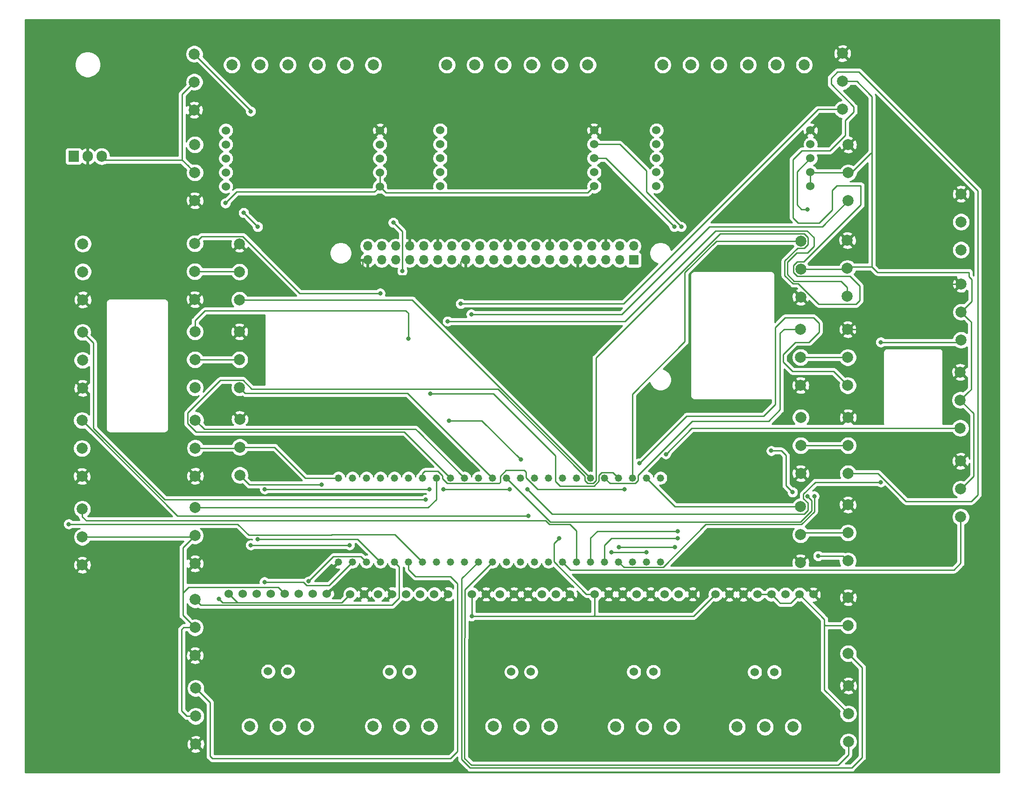
<source format=gbr>
G04 #@! TF.GenerationSoftware,KiCad,Pcbnew,(5.1.6)-1*
G04 #@! TF.CreationDate,2020-11-29T20:56:03-05:00*
G04 #@! TF.ProjectId,CaelusPCB,4361656c-7573-4504-9342-2e6b69636164,rev?*
G04 #@! TF.SameCoordinates,Original*
G04 #@! TF.FileFunction,Copper,L2,Bot*
G04 #@! TF.FilePolarity,Positive*
%FSLAX46Y46*%
G04 Gerber Fmt 4.6, Leading zero omitted, Abs format (unit mm)*
G04 Created by KiCad (PCBNEW (5.1.6)-1) date 2020-11-29 20:56:03*
%MOMM*%
%LPD*%
G01*
G04 APERTURE LIST*
G04 #@! TA.AperFunction,ComponentPad*
%ADD10C,1.320800*%
G04 #@! TD*
G04 #@! TA.AperFunction,ComponentPad*
%ADD11C,2.000000*%
G04 #@! TD*
G04 #@! TA.AperFunction,ComponentPad*
%ADD12C,1.524000*%
G04 #@! TD*
G04 #@! TA.AperFunction,ComponentPad*
%ADD13O,1.700000X1.700000*%
G04 #@! TD*
G04 #@! TA.AperFunction,ComponentPad*
%ADD14R,1.700000X1.700000*%
G04 #@! TD*
G04 #@! TA.AperFunction,ComponentPad*
%ADD15R,1.905000X2.000000*%
G04 #@! TD*
G04 #@! TA.AperFunction,ComponentPad*
%ADD16O,1.905000X2.000000*%
G04 #@! TD*
G04 #@! TA.AperFunction,ViaPad*
%ADD17C,0.800000*%
G04 #@! TD*
G04 #@! TA.AperFunction,Conductor*
%ADD18C,0.250000*%
G04 #@! TD*
G04 #@! TA.AperFunction,Conductor*
%ADD19C,0.254000*%
G04 #@! TD*
G04 APERTURE END LIST*
D10*
X182910000Y-142120000D03*
X180370000Y-142120000D03*
X177830000Y-142120000D03*
X175290000Y-142120000D03*
X172750000Y-142120000D03*
X170210000Y-142120000D03*
X167670000Y-142120000D03*
X165130000Y-142120000D03*
X162590000Y-142120000D03*
X160050000Y-142120000D03*
X157510000Y-142120000D03*
X154970000Y-142120000D03*
X152430000Y-142120000D03*
X149890000Y-142120000D03*
X147350000Y-142120000D03*
X144810000Y-142120000D03*
X142270000Y-142120000D03*
X139730000Y-142120000D03*
X137190000Y-142120000D03*
X134650000Y-142120000D03*
X132110000Y-142120000D03*
X129570000Y-142120000D03*
X127030000Y-142120000D03*
X124490000Y-142120000D03*
X182910000Y-126880000D03*
X180370000Y-126880000D03*
X177830000Y-126880000D03*
X175290000Y-126880000D03*
X172750000Y-126880000D03*
X170210000Y-126880000D03*
X167670000Y-126880000D03*
X165130000Y-126880000D03*
X162590000Y-126880000D03*
X160050000Y-126880000D03*
X157510000Y-126880000D03*
X154970000Y-126880000D03*
X152430000Y-126880000D03*
X149890000Y-126880000D03*
X147350000Y-126880000D03*
X144810000Y-126880000D03*
X142270000Y-126880000D03*
X139730000Y-126880000D03*
X137190000Y-126880000D03*
X134650000Y-126880000D03*
X132110000Y-126880000D03*
X129570000Y-126880000D03*
X127030000Y-126880000D03*
X124490000Y-126880000D03*
D11*
X237440000Y-75320000D03*
X237440000Y-80400000D03*
X237440000Y-85480000D03*
D12*
X181633000Y-162072000D03*
X178077000Y-162072000D03*
X170965000Y-147975000D03*
X173505000Y-147975000D03*
X176045000Y-147975000D03*
X178585000Y-147975000D03*
X181125000Y-147975000D03*
X183665000Y-147975000D03*
X186205000Y-147975000D03*
X188745000Y-147975000D03*
D13*
X172970000Y-84785000D03*
X175510000Y-87325000D03*
X160270000Y-87325000D03*
X160270000Y-84785000D03*
X175510000Y-84785000D03*
X172970000Y-87325000D03*
X178050000Y-84785000D03*
D14*
X178050000Y-87325000D03*
D13*
X150110000Y-87325000D03*
X150110000Y-84785000D03*
X165350000Y-87325000D03*
X165350000Y-84785000D03*
X145030000Y-87325000D03*
X145030000Y-84785000D03*
X162810000Y-87325000D03*
X162810000Y-84785000D03*
X167890000Y-87325000D03*
X167890000Y-84785000D03*
X155190000Y-87325000D03*
X155190000Y-84785000D03*
X132330000Y-87325000D03*
X132330000Y-84785000D03*
X137410000Y-87325000D03*
X137410000Y-84785000D03*
X134870000Y-87325000D03*
X134870000Y-84785000D03*
X157730000Y-87325000D03*
X157730000Y-84785000D03*
X139950000Y-87325000D03*
X139950000Y-84785000D03*
X170430000Y-87325000D03*
X170430000Y-84785000D03*
X142490000Y-87325000D03*
X142490000Y-84785000D03*
X152650000Y-87325000D03*
X152650000Y-84785000D03*
X147570000Y-87325000D03*
X147570000Y-84785000D03*
X129790000Y-87325000D03*
X129790000Y-84785000D03*
D11*
X208365000Y-94035000D03*
X208365000Y-88955000D03*
X208365000Y-83875000D03*
X216890000Y-110085000D03*
X216890000Y-105005000D03*
X216890000Y-99925000D03*
X216815000Y-83750000D03*
X216815000Y-88830000D03*
X216815000Y-93910000D03*
D12*
X144425000Y-147955000D03*
X141885000Y-147955000D03*
X139345000Y-147955000D03*
X136805000Y-147955000D03*
X134265000Y-147955000D03*
X131725000Y-147955000D03*
X129185000Y-147955000D03*
X126645000Y-147955000D03*
X133757000Y-162052000D03*
X137313000Y-162052000D03*
D11*
X140955000Y-171975000D03*
X135875000Y-171975000D03*
X130795000Y-171975000D03*
D15*
X76460000Y-68500000D03*
D16*
X79000000Y-68500000D03*
X81540000Y-68500000D03*
D11*
X98350000Y-60080000D03*
X98350000Y-55000000D03*
X98350000Y-49920000D03*
X98450000Y-66370000D03*
X98450000Y-71450000D03*
X98450000Y-76530000D03*
X98475000Y-159105000D03*
X98475000Y-154025000D03*
X98475000Y-148945000D03*
X98600000Y-165045000D03*
X98600000Y-170125000D03*
X98600000Y-175205000D03*
X78125000Y-94530000D03*
X78125000Y-89450000D03*
X78125000Y-84370000D03*
X78075000Y-100420000D03*
X78075000Y-105500000D03*
X78075000Y-110580000D03*
X77975000Y-126580000D03*
X77975000Y-121500000D03*
X77975000Y-116420000D03*
X78025000Y-142680000D03*
X78025000Y-137600000D03*
X78025000Y-132520000D03*
D12*
X159413000Y-162082000D03*
X155857000Y-162082000D03*
X148745000Y-147985000D03*
X151285000Y-147985000D03*
X153825000Y-147985000D03*
X156365000Y-147985000D03*
X158905000Y-147985000D03*
X161445000Y-147985000D03*
X163985000Y-147985000D03*
X166525000Y-147985000D03*
D11*
X152595000Y-171975000D03*
X157675000Y-171975000D03*
X162755000Y-171975000D03*
X215925000Y-49820000D03*
X215925000Y-54900000D03*
X215925000Y-59980000D03*
X216975000Y-76555000D03*
X216975000Y-71475000D03*
X216975000Y-66395000D03*
X216960000Y-158740000D03*
X216960000Y-153660000D03*
X216960000Y-148580000D03*
X217000000Y-164600000D03*
X217000000Y-169680000D03*
X217000000Y-174760000D03*
X237450000Y-101840000D03*
X237450000Y-96760000D03*
X237450000Y-91680000D03*
X237310000Y-107670000D03*
X237310000Y-112750000D03*
X237310000Y-117830000D03*
X237370000Y-133970000D03*
X237370000Y-128890000D03*
X237370000Y-123810000D03*
D12*
X210675000Y-148015000D03*
X208135000Y-148015000D03*
X205595000Y-148015000D03*
X203055000Y-148015000D03*
X200515000Y-148015000D03*
X197975000Y-148015000D03*
X195435000Y-148015000D03*
X192895000Y-148015000D03*
X200007000Y-162112000D03*
X203563000Y-162112000D03*
D11*
X196795000Y-172075000D03*
X201875000Y-172075000D03*
X206955000Y-172075000D03*
X174795000Y-172025000D03*
X179875000Y-172025000D03*
X184955000Y-172025000D03*
D12*
X122395000Y-147895000D03*
X119855000Y-147895000D03*
X117315000Y-147895000D03*
X114775000Y-147895000D03*
X112235000Y-147895000D03*
X109695000Y-147895000D03*
X107155000Y-147895000D03*
X104615000Y-147895000D03*
X111727000Y-161992000D03*
X115283000Y-161992000D03*
D11*
X108395000Y-171975000D03*
X113475000Y-171975000D03*
X118555000Y-171975000D03*
X154330000Y-51890000D03*
X149250000Y-51890000D03*
X144170000Y-51890000D03*
D12*
X142940000Y-66310000D03*
X142940000Y-68850000D03*
X142940000Y-71390000D03*
X142930000Y-73930000D03*
X142940000Y-63770000D03*
X170880000Y-63770000D03*
X170880000Y-66310000D03*
X170880000Y-68850000D03*
X170880000Y-71390000D03*
X170880000Y-73930000D03*
D11*
X159570000Y-51890000D03*
X164650000Y-51890000D03*
X169730000Y-51890000D03*
X98450000Y-84320000D03*
X98450000Y-89400000D03*
X98450000Y-94480000D03*
X98475000Y-110480000D03*
X98475000Y-105400000D03*
X98475000Y-100320000D03*
X98475000Y-132270000D03*
X98475000Y-137350000D03*
X98475000Y-142430000D03*
X98525000Y-126530000D03*
X98525000Y-121450000D03*
X98525000Y-116370000D03*
X106550000Y-110480000D03*
X106550000Y-105400000D03*
X106550000Y-100320000D03*
X106550000Y-84395000D03*
X106550000Y-89475000D03*
X106550000Y-94555000D03*
X106600000Y-116220000D03*
X106600000Y-121300000D03*
X106600000Y-126380000D03*
X208340000Y-142235000D03*
X208340000Y-137155000D03*
X208340000Y-132075000D03*
X193480000Y-51900000D03*
X188400000Y-51900000D03*
X183320000Y-51900000D03*
D12*
X210130000Y-73930000D03*
X210130000Y-71390000D03*
X210130000Y-68850000D03*
X210130000Y-66310000D03*
X210130000Y-63770000D03*
X182190000Y-63770000D03*
X182180000Y-73930000D03*
X182190000Y-71390000D03*
X182190000Y-68850000D03*
X182190000Y-66310000D03*
D11*
X198820000Y-51900000D03*
X203900000Y-51900000D03*
X208980000Y-51900000D03*
X216940000Y-115900000D03*
X216940000Y-120980000D03*
X216940000Y-126060000D03*
X216915000Y-141910000D03*
X216915000Y-136830000D03*
X216915000Y-131750000D03*
X208365000Y-115900000D03*
X208365000Y-120980000D03*
X208365000Y-126060000D03*
X208340000Y-99900000D03*
X208340000Y-104980000D03*
X208340000Y-110060000D03*
X115330000Y-51890000D03*
X110250000Y-51890000D03*
X105170000Y-51890000D03*
D12*
X104070000Y-66340000D03*
X104070000Y-68880000D03*
X104070000Y-71420000D03*
X104060000Y-73960000D03*
X104070000Y-63800000D03*
X132010000Y-63800000D03*
X132010000Y-66340000D03*
X132010000Y-68880000D03*
X132010000Y-71420000D03*
X132010000Y-73960000D03*
D11*
X120650000Y-51930000D03*
X125730000Y-51930000D03*
X130810000Y-51930000D03*
D17*
X118745000Y-90170000D03*
X103987500Y-76987500D03*
X108585000Y-60325000D03*
X108585000Y-139065000D03*
X126515000Y-139065000D03*
X144590000Y-116500000D03*
X157570000Y-123550000D03*
X107315000Y-78740000D03*
X109855000Y-81280000D03*
X109855000Y-137975000D03*
X75565000Y-135255000D03*
X140335000Y-130810000D03*
X158985001Y-133749999D03*
X146685000Y-95250000D03*
X148590000Y-97155000D03*
X158750000Y-128905000D03*
X222885000Y-127635000D03*
X222885000Y-102235000D03*
X183895001Y-122555000D03*
X180340000Y-140335000D03*
X173990000Y-140335000D03*
X209550000Y-78105000D03*
X210820000Y-130175000D03*
X186690000Y-81280000D03*
X186055000Y-137795000D03*
X185420000Y-81280000D03*
X186055000Y-136525000D03*
X141190000Y-111560000D03*
X121460000Y-128110000D03*
X111125000Y-128905000D03*
X140970000Y-128905000D03*
X143510000Y-128905000D03*
X155575000Y-128905000D03*
X134455000Y-80515000D03*
X136070000Y-89320000D03*
X209550000Y-130175000D03*
X175370000Y-139420000D03*
X185550000Y-139420000D03*
X203020000Y-121950000D03*
X206880000Y-129460000D03*
X211520000Y-141040000D03*
X179120000Y-124210000D03*
X176390000Y-128960000D03*
X137160000Y-101600000D03*
X144320000Y-98440000D03*
X132080000Y-93345000D03*
X102820000Y-148850000D03*
X148670000Y-151970000D03*
X164510000Y-137790000D03*
X119080000Y-145650000D03*
X111090000Y-145760000D03*
D18*
X216890000Y-99925000D02*
X226465000Y-99925000D01*
X234710000Y-91680000D02*
X237450000Y-91680000D01*
X226465000Y-99925000D02*
X234710000Y-91680000D01*
X167890000Y-87325000D02*
X167890000Y-89285000D01*
X167890000Y-89285000D02*
X167005000Y-90170000D01*
X129790000Y-87325000D02*
X129210000Y-87325000D01*
X129210000Y-87325000D02*
X128905000Y-87630000D01*
X128905000Y-90170000D02*
X118745000Y-90170000D01*
X128905000Y-87630000D02*
X128905000Y-90170000D01*
X147570000Y-87325000D02*
X146990000Y-87325000D01*
X146685000Y-87630000D02*
X146685000Y-90170000D01*
X146990000Y-87325000D02*
X146685000Y-87630000D01*
X146685000Y-90170000D02*
X128905000Y-90170000D01*
X167005000Y-90170000D02*
X146685000Y-90170000D01*
X98475000Y-105400000D02*
X106550000Y-105400000D01*
X106450000Y-121450000D02*
X106600000Y-121300000D01*
X106475000Y-89400000D02*
X106550000Y-89475000D01*
X98225000Y-137600000D02*
X98475000Y-137350000D01*
X78025000Y-137600000D02*
X98225000Y-137600000D01*
X102400000Y-121450000D02*
X106450000Y-121450000D01*
X98525000Y-121450000D02*
X102400000Y-121450000D01*
X102400000Y-89430000D02*
X102370000Y-89400000D01*
X102370000Y-89400000D02*
X106475000Y-89400000D01*
X98450000Y-89400000D02*
X102370000Y-89400000D01*
X98350000Y-55000000D02*
X97024999Y-56325001D01*
X216865000Y-104980000D02*
X216890000Y-105005000D01*
X208340000Y-104980000D02*
X216865000Y-104980000D01*
X210215000Y-71475000D02*
X210130000Y-71390000D01*
X216975000Y-71475000D02*
X210215000Y-71475000D01*
X210130000Y-73930000D02*
X210130000Y-71390000D01*
X212653000Y-165333000D02*
X217000000Y-169680000D01*
X212842000Y-153660000D02*
X212653000Y-153471000D01*
X216960000Y-153660000D02*
X212842000Y-153660000D01*
X212653000Y-153471000D02*
X212653000Y-165333000D01*
X208365000Y-120980000D02*
X216940000Y-120980000D01*
X217577000Y-71475000D02*
X216975000Y-71475000D01*
X124490000Y-126880000D02*
X118498000Y-126880000D01*
X112918000Y-121300000D02*
X106600000Y-121300000D01*
X118498000Y-126880000D02*
X112918000Y-121300000D01*
X98600000Y-170125000D02*
X96973000Y-170125000D01*
X96973000Y-170125000D02*
X96012000Y-169164000D01*
X96012000Y-169164000D02*
X96012000Y-154432000D01*
X96419000Y-154025000D02*
X98475000Y-154025000D01*
X96012000Y-154432000D02*
X96419000Y-154025000D01*
X132010000Y-73960000D02*
X132010000Y-71420000D01*
X132010000Y-73960000D02*
X133067001Y-75017001D01*
X212653000Y-152533000D02*
X208135000Y-148015000D01*
X212653000Y-153471000D02*
X212653000Y-152533000D01*
X204142001Y-149102001D02*
X203055000Y-148015000D01*
X208135000Y-148015000D02*
X207047999Y-149102001D01*
X203055000Y-148015000D02*
X200515000Y-148015000D01*
X238775001Y-98085001D02*
X237450000Y-96760000D01*
X217525000Y-71475000D02*
X216975000Y-71475000D01*
X216690000Y-88955000D02*
X216815000Y-88830000D01*
X208365000Y-88955000D02*
X216690000Y-88955000D01*
X208665000Y-136830000D02*
X208340000Y-137155000D01*
X216915000Y-136830000D02*
X208665000Y-136830000D01*
X132010000Y-73960000D02*
X131040000Y-74930000D01*
X106045000Y-74930000D02*
X103987500Y-76987500D01*
X131040000Y-74930000D02*
X106045000Y-74930000D01*
X98475000Y-154025000D02*
X96266000Y-151816000D01*
X96266000Y-139559000D02*
X98475000Y-137350000D01*
D19*
X237310000Y-112750000D02*
X239720000Y-115160000D01*
X239720000Y-115160000D02*
X239720000Y-126610000D01*
X237440000Y-128890000D02*
X237370000Y-128890000D01*
X239720000Y-126610000D02*
X237440000Y-128890000D01*
X97024999Y-56325001D02*
X97024999Y-56335001D01*
X97024999Y-56335001D02*
X96140000Y-57220000D01*
X96140000Y-69140000D02*
X97195000Y-70195000D01*
X96140000Y-57220000D02*
X96140000Y-69140000D01*
D18*
X97195000Y-70195000D02*
X98450000Y-71450000D01*
D19*
X239260000Y-110800000D02*
X238645000Y-111415000D01*
X238775001Y-98085001D02*
X239260000Y-98570000D01*
D18*
X237310000Y-112750000D02*
X238645000Y-111415000D01*
D19*
X239260000Y-98570000D02*
X239260000Y-110800000D01*
D18*
X238645000Y-111415000D02*
X238775001Y-111284999D01*
D19*
X204142001Y-149102001D02*
X204620000Y-149580000D01*
X206570000Y-149580000D02*
X207047999Y-149102001D01*
X204620000Y-149580000D02*
X206570000Y-149580000D01*
X215925000Y-54900000D02*
X218520000Y-54900000D01*
D18*
X221234000Y-67818000D02*
X221051000Y-68001000D01*
X221051000Y-68001000D02*
X217577000Y-71475000D01*
D19*
X221234000Y-67818000D02*
X221234000Y-57614000D01*
X221234000Y-57614000D02*
X220925000Y-57305000D01*
X218520000Y-54900000D02*
X220925000Y-57305000D01*
X220925000Y-57305000D02*
X221051000Y-57431000D01*
X169736999Y-75073001D02*
X170185000Y-74625000D01*
X133123001Y-75073001D02*
X169736999Y-75073001D01*
X133067001Y-75017001D02*
X133123001Y-75073001D01*
D18*
X169792999Y-75017001D02*
X170185000Y-74625000D01*
X170185000Y-74625000D02*
X170880000Y-73930000D01*
D19*
X221234000Y-67818000D02*
X221234000Y-88519000D01*
D18*
X222250000Y-89535000D02*
X222052500Y-89337500D01*
D19*
X221234000Y-88519000D02*
X222052500Y-89337500D01*
D18*
X222052500Y-89337500D02*
X221545000Y-88830000D01*
D19*
X217126000Y-88519000D02*
X216815000Y-88830000D01*
X221234000Y-88519000D02*
X217126000Y-88519000D01*
D18*
X96266000Y-147764000D02*
X96266000Y-139559000D01*
X96266000Y-151816000D02*
X96266000Y-147764000D01*
D19*
X237450000Y-96760000D02*
X239350000Y-94860000D01*
X238865000Y-90355000D02*
X238865000Y-89535000D01*
X239350000Y-90840000D02*
X238865000Y-90355000D01*
X239350000Y-94860000D02*
X239350000Y-90840000D01*
D18*
X238865000Y-89535000D02*
X222250000Y-89535000D01*
X82180000Y-69140000D02*
X81540000Y-68500000D01*
X96140000Y-69140000D02*
X82180000Y-69140000D01*
X113580000Y-146700000D02*
X113850000Y-146970000D01*
X97330000Y-146700000D02*
X113580000Y-146700000D01*
D19*
X96266000Y-147764000D02*
X97330000Y-146700000D01*
X113850000Y-146970000D02*
X114775000Y-147895000D01*
D18*
X108585000Y-60155000D02*
X108585000Y-60325000D01*
X98350000Y-49920000D02*
X108585000Y-60155000D01*
X108585000Y-139065000D02*
X126515000Y-139065000D01*
X126515000Y-139065000D02*
X126515000Y-139065000D01*
X144590000Y-116500000D02*
X150520000Y-116500000D01*
X150520000Y-116500000D02*
X157570000Y-123550000D01*
X157570000Y-123550000D02*
X157580000Y-123560000D01*
X107315000Y-78740000D02*
X109855000Y-81280000D01*
X127965000Y-137975000D02*
X132110000Y-142120000D01*
X109855000Y-137975000D02*
X127965000Y-137975000D01*
X135352001Y-142822001D02*
X134650000Y-142120000D01*
X99474999Y-149944999D02*
X134249761Y-149944999D01*
X134249761Y-149944999D02*
X135352001Y-148842759D01*
X98475000Y-148945000D02*
X99474999Y-149944999D01*
D19*
X135352001Y-142822001D02*
X135352001Y-142832001D01*
X135352001Y-142832001D02*
X135520000Y-143000000D01*
X135520000Y-148674760D02*
X135352001Y-148842759D01*
X135520000Y-143000000D02*
X135520000Y-148674760D01*
D18*
X137190000Y-143540000D02*
X137190000Y-142120000D01*
X146050000Y-176530000D02*
X146050000Y-146050000D01*
X138430000Y-144780000D02*
X137190000Y-143540000D01*
X144780000Y-144780000D02*
X138430000Y-144780000D01*
X146050000Y-146050000D02*
X144780000Y-144780000D01*
X144780000Y-177800000D02*
X146050000Y-176530000D01*
X101600000Y-177800000D02*
X144780000Y-177800000D01*
X98600000Y-165045000D02*
X101195000Y-167640000D01*
X101195000Y-177395000D02*
X101600000Y-177800000D01*
X101195000Y-177395000D02*
X101195000Y-167640000D01*
X106241998Y-135255000D02*
X75565000Y-135255000D01*
X123190000Y-137250000D02*
X108236998Y-137250000D01*
X123280000Y-137160000D02*
X123190000Y-137250000D01*
X134770000Y-137160000D02*
X123280000Y-137160000D01*
X108236998Y-137250000D02*
X106241998Y-135255000D01*
X139730000Y-142120000D02*
X134770000Y-137160000D01*
X78075000Y-100420000D02*
X80010000Y-102355000D01*
X80010000Y-117818590D02*
X93001410Y-130810000D01*
X80010000Y-102355000D02*
X80010000Y-117818590D01*
X93001410Y-130810000D02*
X140335000Y-130810000D01*
X80010000Y-118455000D02*
X77975000Y-116420000D01*
X95304999Y-133749999D02*
X80010000Y-118455000D01*
X158985001Y-133749999D02*
X95304999Y-133749999D01*
X167670000Y-136470000D02*
X167670000Y-142120000D01*
X166524010Y-135324010D02*
X167670000Y-136470000D01*
X78025000Y-132520000D02*
X78025000Y-133905000D01*
X78740000Y-134620000D02*
X162073590Y-134620000D01*
X162073590Y-134620000D02*
X162777600Y-135324010D01*
X78025000Y-133905000D02*
X78740000Y-134620000D01*
X162777600Y-135324010D02*
X166524010Y-135324010D01*
X215925000Y-59980000D02*
X212311238Y-59980000D01*
X211511002Y-59980000D02*
X212311238Y-59980000D01*
X176241002Y-95250000D02*
X211511002Y-59980000D01*
X146685000Y-95250000D02*
X176241002Y-95250000D01*
X212250000Y-81280000D02*
X216975000Y-76555000D01*
X191770000Y-81280000D02*
X212250000Y-81280000D01*
X175895000Y-97155000D02*
X191770000Y-81280000D01*
X148590000Y-97155000D02*
X175895000Y-97155000D01*
X216960000Y-158740000D02*
X219510000Y-161290000D01*
X219510000Y-161290000D02*
X219510000Y-177600000D01*
X146869990Y-145140010D02*
X149890000Y-142120000D01*
X146869990Y-177986400D02*
X146869990Y-145140010D01*
X148403599Y-179520009D02*
X146869990Y-177986400D01*
X217589991Y-179520009D02*
X148403599Y-179520009D01*
X219510000Y-177600000D02*
X217589991Y-179520009D01*
X152430000Y-142691238D02*
X152430000Y-142120000D01*
D19*
X152430000Y-142120000D02*
X147430000Y-147120000D01*
X147376000Y-155914000D02*
X147376000Y-177776804D01*
X147430000Y-147120000D02*
X147430000Y-155860000D01*
X147430000Y-155860000D02*
X147376000Y-155914000D01*
X147376000Y-177776804D02*
X148613195Y-179013999D01*
X217000000Y-174760000D02*
X217000000Y-177150000D01*
X217000000Y-177150000D02*
X215136001Y-179013999D01*
X215136001Y-179013999D02*
X148613195Y-179013999D01*
D18*
X211016998Y-127635000D02*
X222885000Y-127635000D01*
X208824999Y-130598997D02*
X208824999Y-129826999D01*
X209665001Y-131438999D02*
X208824999Y-130598997D01*
X209665001Y-132711001D02*
X209665001Y-131438999D01*
X208824999Y-129826999D02*
X211016998Y-127635000D01*
X208976001Y-133400001D02*
X209665001Y-132711001D01*
X163245001Y-133400001D02*
X208976001Y-133400001D01*
X158750000Y-128905000D02*
X163245001Y-133400001D01*
X237055000Y-102235000D02*
X237450000Y-101840000D01*
X222885000Y-102235000D02*
X237055000Y-102235000D01*
X188620001Y-117830000D02*
X183895001Y-122555000D01*
X237310000Y-117830000D02*
X188620001Y-117830000D01*
X180340000Y-140335000D02*
X173990000Y-140335000D01*
X236169999Y-143560001D02*
X237370000Y-142360000D01*
X166570001Y-143560001D02*
X236169999Y-143560001D01*
X237370000Y-142360000D02*
X237370000Y-133970000D01*
X165130000Y-142120000D02*
X166570001Y-143560001D01*
X209690001Y-77964999D02*
X209550000Y-78105000D01*
X176275401Y-143105401D02*
X175290000Y-142120000D01*
X183382993Y-143105401D02*
X176275401Y-143105401D01*
X191164385Y-135324009D02*
X183382993Y-143105401D01*
X208466401Y-135324009D02*
X191164385Y-135324009D01*
X210820000Y-132970410D02*
X208466401Y-135324009D01*
X210820000Y-130175000D02*
X210820000Y-132970410D01*
D19*
X209550000Y-78105000D02*
X208475000Y-78105000D01*
X208475000Y-78105000D02*
X207690000Y-77320000D01*
X207690000Y-71290000D02*
X210130000Y-68850000D01*
X207690000Y-77320000D02*
X207690000Y-71290000D01*
D18*
X171180000Y-66310000D02*
X170880000Y-66310000D01*
X171450000Y-66040000D02*
X171180000Y-66310000D01*
X170880000Y-66310000D02*
X175530000Y-66310000D01*
X175530000Y-66310000D02*
X180340000Y-71120000D01*
X180340000Y-74930000D02*
X186690000Y-81280000D01*
X180340000Y-71120000D02*
X180340000Y-74930000D01*
X172750000Y-142120000D02*
X172750000Y-139095000D01*
X172750000Y-139095000D02*
X173990000Y-137855000D01*
X185995000Y-137855000D02*
X186055000Y-137795000D01*
X173990000Y-137855000D02*
X185995000Y-137855000D01*
X172990000Y-68850000D02*
X185420000Y-81280000D01*
X170880000Y-68850000D02*
X172990000Y-68850000D01*
X170210000Y-137765000D02*
X170210000Y-142120000D01*
X171450000Y-136525000D02*
X170210000Y-137765000D01*
X186055000Y-136525000D02*
X171450000Y-136525000D01*
X185565000Y-132075000D02*
X208340000Y-132075000D01*
X180370000Y-126880000D02*
X185565000Y-132075000D01*
X205875000Y-83875000D02*
X208365000Y-83875000D01*
X193045000Y-83875000D02*
X205875000Y-83875000D01*
X187334499Y-89585501D02*
X193045000Y-83875000D01*
X187334499Y-102124499D02*
X187334499Y-89585501D01*
X177830000Y-111628998D02*
X187334499Y-102124499D01*
X177830000Y-126880000D02*
X177830000Y-111628998D01*
X174304599Y-125894599D02*
X172277007Y-125894599D01*
X171764599Y-127420205D02*
X170869393Y-128315411D01*
X175290000Y-126880000D02*
X174304599Y-125894599D01*
X170869393Y-128315411D02*
X164675411Y-128315411D01*
X171764599Y-126407007D02*
X171764599Y-127420205D01*
X172277007Y-125894599D02*
X171764599Y-126407007D01*
X163575401Y-122555401D02*
X152580000Y-111560000D01*
X152580000Y-111560000D02*
X141190000Y-111560000D01*
X141190000Y-111560000D02*
X141190000Y-111560000D01*
X108330000Y-128110000D02*
X106600000Y-126380000D01*
X121460000Y-128110000D02*
X108330000Y-128110000D01*
D19*
X163575401Y-122555401D02*
X163890000Y-122870000D01*
X163890000Y-127530000D02*
X164675411Y-128315411D01*
X163890000Y-122870000D02*
X163890000Y-127530000D01*
D18*
X204610000Y-114500000D02*
X204610000Y-100612408D01*
X204610000Y-100612408D02*
X205322408Y-99900000D01*
X202533796Y-116576204D02*
X204610000Y-114500000D01*
X205322408Y-99900000D02*
X208340000Y-99900000D01*
X188646204Y-116576204D02*
X202533796Y-116576204D01*
X172750000Y-126880000D02*
X173735401Y-127865401D01*
X173735401Y-127865401D02*
X178302993Y-127865401D01*
X178815401Y-126407007D02*
X188646204Y-116576204D01*
X178302993Y-127865401D02*
X178815401Y-127352993D01*
X178815401Y-127352993D02*
X178815401Y-126407007D01*
X106550000Y-94555000D02*
X137885000Y-94555000D01*
X137885000Y-94555000D02*
X170210000Y-126880000D01*
X111125000Y-128905000D02*
X140970000Y-128905000D01*
X143510000Y-128905000D02*
X155575000Y-128905000D01*
X134455000Y-80515000D02*
X136070000Y-82130000D01*
X136070000Y-89320000D02*
X136070000Y-89320000D01*
X136070000Y-82130000D02*
X136070000Y-89320000D01*
X162964000Y-134874000D02*
X154970000Y-126880000D01*
X208280000Y-134874000D02*
X162964000Y-134874000D01*
X210312000Y-132842000D02*
X208280000Y-134874000D01*
X210312000Y-130937000D02*
X210312000Y-132842000D01*
X209550000Y-130175000D02*
X210312000Y-130937000D01*
X107549999Y-111479999D02*
X137029999Y-111479999D01*
X106550000Y-110480000D02*
X107549999Y-111479999D01*
X137029999Y-111479999D02*
X152430000Y-126880000D01*
X175370000Y-139420000D02*
X185550000Y-139420000D01*
X185550000Y-139420000D02*
X185590000Y-139420000D01*
X203020000Y-121950000D02*
X204840000Y-121950000D01*
X204840000Y-121950000D02*
X205670000Y-122780000D01*
X205670000Y-122780000D02*
X205670000Y-128250000D01*
X205670000Y-128250000D02*
X206880000Y-129460000D01*
X206880000Y-129460000D02*
X206880000Y-129460000D01*
X216045000Y-141040000D02*
X216915000Y-141910000D01*
X211520000Y-141040000D02*
X216045000Y-141040000D01*
X99700001Y-117545001D02*
X98525000Y-116370000D01*
D19*
X138481991Y-118011991D02*
X138945000Y-118475000D01*
X100166991Y-118011991D02*
X138481991Y-118011991D01*
X99700001Y-117545001D02*
X100166991Y-118011991D01*
D18*
X147350000Y-126880000D02*
X138945000Y-118475000D01*
X222383002Y-126060000D02*
X216940000Y-126060000D01*
X240480010Y-74743600D02*
X240480010Y-127740992D01*
X219311409Y-53574999D02*
X240480010Y-74743600D01*
X219259990Y-73846400D02*
X214881602Y-73846400D01*
X219259990Y-77283600D02*
X219259990Y-73846400D01*
X208913591Y-87629999D02*
X219259990Y-77283600D01*
X207728999Y-87629999D02*
X208913591Y-87629999D01*
X207039999Y-88318999D02*
X207728999Y-87629999D01*
X207039999Y-89591001D02*
X207039999Y-88318999D01*
X207728999Y-90280001D02*
X207039999Y-89591001D01*
X217326001Y-90280001D02*
X207728999Y-90280001D01*
X218140001Y-91094001D02*
X217326001Y-90280001D01*
X211620000Y-95328998D02*
X217397412Y-95328998D01*
X207931012Y-91640010D02*
X211620000Y-95328998D01*
X206973600Y-91640010D02*
X207931012Y-91640010D01*
X205469991Y-90136401D02*
X206973600Y-91640010D01*
X205469990Y-87493600D02*
X205469991Y-90136401D01*
X207763589Y-85200001D02*
X205469990Y-87493600D01*
X209001001Y-85200001D02*
X207763589Y-85200001D01*
X209690001Y-84511001D02*
X209001001Y-85200001D01*
X209690001Y-83238999D02*
X209690001Y-84511001D01*
X209001001Y-82549999D02*
X209690001Y-83238999D01*
X193733591Y-82549999D02*
X209001001Y-82549999D01*
X171195401Y-105088189D02*
X193733591Y-82549999D01*
X171195401Y-127352993D02*
X171195401Y-105088189D01*
X170682993Y-127865401D02*
X171195401Y-127352993D01*
X169737007Y-127865401D02*
X170682993Y-127865401D01*
X169224599Y-127352993D02*
X169737007Y-127865401D01*
X169224599Y-126531009D02*
X169224599Y-127352993D01*
X153448591Y-110755001D02*
X169224599Y-126531009D01*
X108786003Y-110755001D02*
X153448591Y-110755001D01*
X107186001Y-109154999D02*
X108786003Y-110755001D01*
X103778999Y-109154999D02*
X107186001Y-109154999D01*
D19*
X240480010Y-127740992D02*
X240480010Y-129939990D01*
X240480010Y-129939990D02*
X239290000Y-131130000D01*
X227453002Y-131130000D02*
X226466501Y-130143499D01*
X239290000Y-131130000D02*
X227453002Y-131130000D01*
D18*
X226538003Y-130215001D02*
X226466501Y-130143499D01*
X226466501Y-130143499D02*
X222383002Y-126060000D01*
D19*
X206980000Y-79640000D02*
X207930000Y-80590000D01*
X207930000Y-80590000D02*
X211700000Y-80590000D01*
X211700000Y-80590000D02*
X214070000Y-78220000D01*
X214070000Y-74658002D02*
X214881602Y-73846400D01*
X214070000Y-78220000D02*
X214070000Y-74658002D01*
X208580000Y-67470000D02*
X206980000Y-69070000D01*
X213680000Y-67470000D02*
X208580000Y-67470000D01*
X216462380Y-64687620D02*
X213680000Y-67470000D01*
X218000000Y-59540000D02*
X218000000Y-60414760D01*
X218900000Y-53160000D02*
X215020000Y-53160000D01*
X206980000Y-69070000D02*
X206980000Y-71010000D01*
X219311409Y-53571409D02*
X218900000Y-53160000D01*
X206980000Y-71010000D02*
X206980000Y-79640000D01*
X215020000Y-53160000D02*
X213860000Y-54320000D01*
X219311409Y-53574999D02*
X219311409Y-53571409D01*
X206980000Y-70980000D02*
X206980000Y-71010000D01*
X213860000Y-54320000D02*
X213860000Y-55400000D01*
X218000000Y-60414760D02*
X216462380Y-61952380D01*
X213860000Y-55400000D02*
X218000000Y-59540000D01*
X216462380Y-61952380D02*
X216462380Y-64687620D01*
X218140001Y-91094001D02*
X218154001Y-91094001D01*
X218154001Y-91094001D02*
X219050000Y-91990000D01*
X219050000Y-91990000D02*
X219050000Y-94690000D01*
X218411002Y-95328998D02*
X217397412Y-95328998D01*
X219050000Y-94690000D02*
X218411002Y-95328998D01*
X103778999Y-109154999D02*
X103075001Y-109154999D01*
X97143999Y-117032881D02*
X98631118Y-118520000D01*
X103075001Y-109154999D02*
X97143999Y-115086001D01*
X97143999Y-115086001D02*
X97143999Y-117032881D01*
X136450000Y-118520000D02*
X138025000Y-120095000D01*
X98631118Y-118520000D02*
X136450000Y-118520000D01*
D18*
X144810000Y-126880000D02*
X138025000Y-120095000D01*
X142270000Y-130780000D02*
X142270000Y-126880000D01*
X140780000Y-132270000D02*
X142270000Y-130780000D01*
X98475000Y-132270000D02*
X140780000Y-132270000D01*
X179120000Y-124210000D02*
X179120000Y-124210000D01*
X158495401Y-126845401D02*
X158495401Y-125785401D01*
X176390000Y-128960000D02*
X160610000Y-128960000D01*
X160610000Y-128960000D02*
X158495401Y-126845401D01*
X158495401Y-125785401D02*
X158200000Y-125490000D01*
X154900000Y-125490000D02*
X153850000Y-126540000D01*
X158200000Y-125490000D02*
X154900000Y-125490000D01*
X153850000Y-126540000D02*
X153850000Y-127660000D01*
X153644599Y-127865401D02*
X144235401Y-127865401D01*
X153850000Y-127660000D02*
X153644599Y-127865401D01*
X144235401Y-127865401D02*
X143340000Y-126970000D01*
X143340000Y-126491606D02*
X142518394Y-125670000D01*
X143340000Y-126970000D02*
X143340000Y-126491606D01*
X139730000Y-126880000D02*
X139730000Y-126070000D01*
X140130000Y-125670000D02*
X142518394Y-125670000D01*
X139730000Y-126070000D02*
X140130000Y-125670000D01*
X206870000Y-107530000D02*
X214335000Y-107530000D01*
X205200000Y-105860000D02*
X206870000Y-107530000D01*
X205200000Y-104440000D02*
X205200000Y-105860000D01*
X203750000Y-99580000D02*
X205530000Y-97800000D01*
X214335000Y-107530000D02*
X216890000Y-110085000D01*
X203750000Y-113510000D02*
X203750000Y-99580000D01*
X201620000Y-115640000D02*
X203750000Y-113510000D01*
X187690000Y-115640000D02*
X201620000Y-115640000D01*
X207410000Y-102230000D02*
X205200000Y-104440000D01*
X210690000Y-97800000D02*
X211660000Y-98770000D01*
X179120000Y-124210000D02*
X187690000Y-115640000D01*
X209860000Y-102230000D02*
X207410000Y-102230000D01*
X205530000Y-97800000D02*
X210690000Y-97800000D01*
X211660000Y-98770000D02*
X211660000Y-100430000D01*
X211660000Y-100430000D02*
X209860000Y-102230000D01*
X137114999Y-101645001D02*
X137160000Y-101600000D01*
X137160000Y-101600000D02*
X137160000Y-96970000D01*
X98475000Y-98335000D02*
X98475000Y-100320000D01*
D19*
X136725000Y-96535000D02*
X136885000Y-96695000D01*
X100275000Y-96535000D02*
X136725000Y-96535000D01*
D18*
X100275000Y-96535000D02*
X98475000Y-98335000D01*
X137160000Y-96970000D02*
X136885000Y-96695000D01*
X216815000Y-93910000D02*
X216815000Y-92295000D01*
X216815000Y-92295000D02*
X215710000Y-91190000D01*
X215710000Y-91190000D02*
X207160000Y-91190000D01*
X207160000Y-91190000D02*
X205920000Y-89950000D01*
X205920000Y-89950000D02*
X205920000Y-87680000D01*
X205920000Y-87680000D02*
X207620000Y-85980000D01*
X207620000Y-85980000D02*
X209550000Y-85980000D01*
X209550000Y-85980000D02*
X210740000Y-84790000D01*
X210740000Y-84790000D02*
X210740000Y-83240000D01*
X210740000Y-83240000D02*
X209510000Y-82010000D01*
X209510000Y-82010000D02*
X192930000Y-82010000D01*
X192930000Y-82010000D02*
X176500000Y-98440000D01*
X144320000Y-98440000D02*
X144320000Y-98440000D01*
X176500000Y-98440000D02*
X144320000Y-98440000D01*
X117461002Y-93345000D02*
X132080000Y-93345000D01*
X98450000Y-84320000D02*
X99700001Y-83069999D01*
D19*
X107130001Y-83013999D02*
X117461002Y-93345000D01*
X99756001Y-83013999D02*
X107130001Y-83013999D01*
X99700001Y-83069999D02*
X99756001Y-83013999D01*
D18*
X104615000Y-147895000D02*
X106214989Y-149494989D01*
X125105011Y-149494989D02*
X126645000Y-147955000D01*
X106214989Y-149494989D02*
X125105011Y-149494989D01*
X106214989Y-149494989D02*
X103644989Y-149494989D01*
X103644989Y-149494989D02*
X103464989Y-149494989D01*
X103464989Y-149494989D02*
X102820000Y-148850000D01*
X102820000Y-148850000D02*
X102820000Y-148850000D01*
X148670000Y-148060000D02*
X148745000Y-147985000D01*
X148670000Y-151970000D02*
X148670000Y-148060000D01*
X188940000Y-151970000D02*
X192895000Y-148015000D01*
X170965000Y-151835000D02*
X170830000Y-151970000D01*
X170965000Y-147975000D02*
X170965000Y-151835000D01*
X148670000Y-151970000D02*
X170830000Y-151970000D01*
X170830000Y-151970000D02*
X188940000Y-151970000D01*
X163575401Y-142085401D02*
X163575401Y-141647007D01*
X170965000Y-147975000D02*
X169465000Y-147975000D01*
X169465000Y-147975000D02*
X163575401Y-142085401D01*
X163575401Y-141647007D02*
X163575401Y-138724599D01*
X163575401Y-138724599D02*
X164510000Y-137790000D01*
X164510000Y-137790000D02*
X164510000Y-137790000D01*
X130020009Y-142306401D02*
X130020009Y-141933599D01*
X130020009Y-141933599D02*
X129888205Y-141801795D01*
X129383599Y-142570009D02*
X129756401Y-142570009D01*
X129756401Y-142570009D02*
X130020009Y-142306401D01*
X128584599Y-141134599D02*
X129570000Y-142120000D01*
X119080000Y-145650000D02*
X123595401Y-141134599D01*
X123595401Y-141134599D02*
X128584599Y-141134599D01*
X118731999Y-146375001D02*
X122774999Y-146375001D01*
X122774999Y-146375001D02*
X127030000Y-142120000D01*
X118116998Y-145760000D02*
X118731999Y-146375001D01*
X111090000Y-145760000D02*
X118116998Y-145760000D01*
D19*
G36*
X244340000Y-180340000D02*
G01*
X67660000Y-180340000D01*
X67660000Y-176340413D01*
X97644192Y-176340413D01*
X97739956Y-176604814D01*
X98029571Y-176745704D01*
X98341108Y-176827384D01*
X98662595Y-176846718D01*
X98981675Y-176802961D01*
X99286088Y-176697795D01*
X99460044Y-176604814D01*
X99555808Y-176340413D01*
X98600000Y-175384605D01*
X97644192Y-176340413D01*
X67660000Y-176340413D01*
X67660000Y-175267595D01*
X96958282Y-175267595D01*
X97002039Y-175586675D01*
X97107205Y-175891088D01*
X97200186Y-176065044D01*
X97464587Y-176160808D01*
X98420395Y-175205000D01*
X98779605Y-175205000D01*
X99735413Y-176160808D01*
X99999814Y-176065044D01*
X100140704Y-175775429D01*
X100222384Y-175463892D01*
X100241718Y-175142405D01*
X100197961Y-174823325D01*
X100092795Y-174518912D01*
X99999814Y-174344956D01*
X99735413Y-174249192D01*
X98779605Y-175205000D01*
X98420395Y-175205000D01*
X97464587Y-174249192D01*
X97200186Y-174344956D01*
X97059296Y-174634571D01*
X96977616Y-174946108D01*
X96958282Y-175267595D01*
X67660000Y-175267595D01*
X67660000Y-174069587D01*
X97644192Y-174069587D01*
X98600000Y-175025395D01*
X99555808Y-174069587D01*
X99460044Y-173805186D01*
X99170429Y-173664296D01*
X98858892Y-173582616D01*
X98537405Y-173563282D01*
X98218325Y-173607039D01*
X97913912Y-173712205D01*
X97739956Y-173805186D01*
X97644192Y-174069587D01*
X67660000Y-174069587D01*
X67660000Y-143815413D01*
X77069192Y-143815413D01*
X77164956Y-144079814D01*
X77454571Y-144220704D01*
X77766108Y-144302384D01*
X78087595Y-144321718D01*
X78406675Y-144277961D01*
X78711088Y-144172795D01*
X78885044Y-144079814D01*
X78980808Y-143815413D01*
X78025000Y-142859605D01*
X77069192Y-143815413D01*
X67660000Y-143815413D01*
X67660000Y-142742595D01*
X76383282Y-142742595D01*
X76427039Y-143061675D01*
X76532205Y-143366088D01*
X76625186Y-143540044D01*
X76889587Y-143635808D01*
X77845395Y-142680000D01*
X78204605Y-142680000D01*
X79160413Y-143635808D01*
X79424814Y-143540044D01*
X79565704Y-143250429D01*
X79647384Y-142938892D01*
X79666718Y-142617405D01*
X79622961Y-142298325D01*
X79517795Y-141993912D01*
X79424814Y-141819956D01*
X79160413Y-141724192D01*
X78204605Y-142680000D01*
X77845395Y-142680000D01*
X76889587Y-141724192D01*
X76625186Y-141819956D01*
X76484296Y-142109571D01*
X76402616Y-142421108D01*
X76383282Y-142742595D01*
X67660000Y-142742595D01*
X67660000Y-141544587D01*
X77069192Y-141544587D01*
X78025000Y-142500395D01*
X78980808Y-141544587D01*
X78885044Y-141280186D01*
X78595429Y-141139296D01*
X78283892Y-141057616D01*
X77962405Y-141038282D01*
X77643325Y-141082039D01*
X77338912Y-141187205D01*
X77164956Y-141280186D01*
X77069192Y-141544587D01*
X67660000Y-141544587D01*
X67660000Y-135153061D01*
X74530000Y-135153061D01*
X74530000Y-135356939D01*
X74569774Y-135556898D01*
X74647795Y-135745256D01*
X74761063Y-135914774D01*
X74905226Y-136058937D01*
X75074744Y-136172205D01*
X75263102Y-136250226D01*
X75463061Y-136290000D01*
X75666939Y-136290000D01*
X75866898Y-136250226D01*
X76055256Y-136172205D01*
X76224774Y-136058937D01*
X76268711Y-136015000D01*
X77612599Y-136015000D01*
X77548088Y-136027832D01*
X77250537Y-136151082D01*
X76982748Y-136330013D01*
X76755013Y-136557748D01*
X76576082Y-136825537D01*
X76452832Y-137123088D01*
X76390000Y-137438967D01*
X76390000Y-137761033D01*
X76452832Y-138076912D01*
X76576082Y-138374463D01*
X76755013Y-138642252D01*
X76982748Y-138869987D01*
X77250537Y-139048918D01*
X77548088Y-139172168D01*
X77863967Y-139235000D01*
X78186033Y-139235000D01*
X78501912Y-139172168D01*
X78799463Y-139048918D01*
X79067252Y-138869987D01*
X79294987Y-138642252D01*
X79473918Y-138374463D01*
X79479909Y-138360000D01*
X96390199Y-138360000D01*
X95754998Y-138995201D01*
X95726000Y-139018999D01*
X95702202Y-139047997D01*
X95702201Y-139047998D01*
X95631026Y-139134724D01*
X95560454Y-139266754D01*
X95544891Y-139318061D01*
X95516998Y-139410014D01*
X95506001Y-139521667D01*
X95502324Y-139559000D01*
X95506001Y-139596332D01*
X95506000Y-147706271D01*
X95500314Y-147764000D01*
X95506001Y-147821739D01*
X95506000Y-151778677D01*
X95502324Y-151816000D01*
X95506000Y-151853322D01*
X95506000Y-151853332D01*
X95516997Y-151964985D01*
X95549441Y-152071939D01*
X95560454Y-152108246D01*
X95631026Y-152240276D01*
X95656978Y-152271898D01*
X95725999Y-152356001D01*
X95755003Y-152379804D01*
X96640199Y-153265000D01*
X96456323Y-153265000D01*
X96419000Y-153261324D01*
X96381677Y-153265000D01*
X96381667Y-153265000D01*
X96270014Y-153275997D01*
X96126753Y-153319454D01*
X95994724Y-153390026D01*
X95878999Y-153484999D01*
X95855196Y-153514003D01*
X95500998Y-153868201D01*
X95472000Y-153891999D01*
X95448202Y-153920997D01*
X95448201Y-153920998D01*
X95377026Y-154007724D01*
X95306454Y-154139754D01*
X95262998Y-154283015D01*
X95248324Y-154432000D01*
X95252001Y-154469332D01*
X95252000Y-169126678D01*
X95248324Y-169164000D01*
X95252000Y-169201322D01*
X95252000Y-169201332D01*
X95262997Y-169312985D01*
X95306454Y-169456246D01*
X95377026Y-169588276D01*
X95398135Y-169613997D01*
X95471999Y-169704001D01*
X95501002Y-169727804D01*
X96409201Y-170636003D01*
X96432999Y-170665001D01*
X96548724Y-170759974D01*
X96680753Y-170830546D01*
X96824014Y-170874003D01*
X96935667Y-170885000D01*
X96935676Y-170885000D01*
X96972999Y-170888676D01*
X97010322Y-170885000D01*
X97145091Y-170885000D01*
X97151082Y-170899463D01*
X97330013Y-171167252D01*
X97557748Y-171394987D01*
X97825537Y-171573918D01*
X98123088Y-171697168D01*
X98438967Y-171760000D01*
X98761033Y-171760000D01*
X99076912Y-171697168D01*
X99374463Y-171573918D01*
X99642252Y-171394987D01*
X99869987Y-171167252D01*
X100048918Y-170899463D01*
X100172168Y-170601912D01*
X100235000Y-170286033D01*
X100235000Y-169963967D01*
X100172168Y-169648088D01*
X100048918Y-169350537D01*
X99869987Y-169082748D01*
X99642252Y-168855013D01*
X99374463Y-168676082D01*
X99076912Y-168552832D01*
X98761033Y-168490000D01*
X98438967Y-168490000D01*
X98123088Y-168552832D01*
X97825537Y-168676082D01*
X97557748Y-168855013D01*
X97330013Y-169082748D01*
X97200051Y-169277250D01*
X96772000Y-168849199D01*
X96772000Y-161854408D01*
X110330000Y-161854408D01*
X110330000Y-162129592D01*
X110383686Y-162399490D01*
X110488995Y-162653727D01*
X110641880Y-162882535D01*
X110836465Y-163077120D01*
X111065273Y-163230005D01*
X111319510Y-163335314D01*
X111589408Y-163389000D01*
X111864592Y-163389000D01*
X112134490Y-163335314D01*
X112388727Y-163230005D01*
X112617535Y-163077120D01*
X112812120Y-162882535D01*
X112965005Y-162653727D01*
X113070314Y-162399490D01*
X113124000Y-162129592D01*
X113124000Y-161854408D01*
X113886000Y-161854408D01*
X113886000Y-162129592D01*
X113939686Y-162399490D01*
X114044995Y-162653727D01*
X114197880Y-162882535D01*
X114392465Y-163077120D01*
X114621273Y-163230005D01*
X114875510Y-163335314D01*
X115145408Y-163389000D01*
X115420592Y-163389000D01*
X115690490Y-163335314D01*
X115944727Y-163230005D01*
X116173535Y-163077120D01*
X116368120Y-162882535D01*
X116521005Y-162653727D01*
X116626314Y-162399490D01*
X116680000Y-162129592D01*
X116680000Y-161914408D01*
X132360000Y-161914408D01*
X132360000Y-162189592D01*
X132413686Y-162459490D01*
X132518995Y-162713727D01*
X132671880Y-162942535D01*
X132866465Y-163137120D01*
X133095273Y-163290005D01*
X133349510Y-163395314D01*
X133619408Y-163449000D01*
X133894592Y-163449000D01*
X134164490Y-163395314D01*
X134418727Y-163290005D01*
X134647535Y-163137120D01*
X134842120Y-162942535D01*
X134995005Y-162713727D01*
X135100314Y-162459490D01*
X135154000Y-162189592D01*
X135154000Y-161914408D01*
X135916000Y-161914408D01*
X135916000Y-162189592D01*
X135969686Y-162459490D01*
X136074995Y-162713727D01*
X136227880Y-162942535D01*
X136422465Y-163137120D01*
X136651273Y-163290005D01*
X136905510Y-163395314D01*
X137175408Y-163449000D01*
X137450592Y-163449000D01*
X137720490Y-163395314D01*
X137974727Y-163290005D01*
X138203535Y-163137120D01*
X138398120Y-162942535D01*
X138551005Y-162713727D01*
X138656314Y-162459490D01*
X138710000Y-162189592D01*
X138710000Y-161914408D01*
X138656314Y-161644510D01*
X138551005Y-161390273D01*
X138398120Y-161161465D01*
X138203535Y-160966880D01*
X137974727Y-160813995D01*
X137720490Y-160708686D01*
X137450592Y-160655000D01*
X137175408Y-160655000D01*
X136905510Y-160708686D01*
X136651273Y-160813995D01*
X136422465Y-160966880D01*
X136227880Y-161161465D01*
X136074995Y-161390273D01*
X135969686Y-161644510D01*
X135916000Y-161914408D01*
X135154000Y-161914408D01*
X135100314Y-161644510D01*
X134995005Y-161390273D01*
X134842120Y-161161465D01*
X134647535Y-160966880D01*
X134418727Y-160813995D01*
X134164490Y-160708686D01*
X133894592Y-160655000D01*
X133619408Y-160655000D01*
X133349510Y-160708686D01*
X133095273Y-160813995D01*
X132866465Y-160966880D01*
X132671880Y-161161465D01*
X132518995Y-161390273D01*
X132413686Y-161644510D01*
X132360000Y-161914408D01*
X116680000Y-161914408D01*
X116680000Y-161854408D01*
X116626314Y-161584510D01*
X116521005Y-161330273D01*
X116368120Y-161101465D01*
X116173535Y-160906880D01*
X115944727Y-160753995D01*
X115690490Y-160648686D01*
X115420592Y-160595000D01*
X115145408Y-160595000D01*
X114875510Y-160648686D01*
X114621273Y-160753995D01*
X114392465Y-160906880D01*
X114197880Y-161101465D01*
X114044995Y-161330273D01*
X113939686Y-161584510D01*
X113886000Y-161854408D01*
X113124000Y-161854408D01*
X113070314Y-161584510D01*
X112965005Y-161330273D01*
X112812120Y-161101465D01*
X112617535Y-160906880D01*
X112388727Y-160753995D01*
X112134490Y-160648686D01*
X111864592Y-160595000D01*
X111589408Y-160595000D01*
X111319510Y-160648686D01*
X111065273Y-160753995D01*
X110836465Y-160906880D01*
X110641880Y-161101465D01*
X110488995Y-161330273D01*
X110383686Y-161584510D01*
X110330000Y-161854408D01*
X96772000Y-161854408D01*
X96772000Y-160240413D01*
X97519192Y-160240413D01*
X97614956Y-160504814D01*
X97904571Y-160645704D01*
X98216108Y-160727384D01*
X98537595Y-160746718D01*
X98856675Y-160702961D01*
X99161088Y-160597795D01*
X99335044Y-160504814D01*
X99430808Y-160240413D01*
X98475000Y-159284605D01*
X97519192Y-160240413D01*
X96772000Y-160240413D01*
X96772000Y-159167595D01*
X96833282Y-159167595D01*
X96877039Y-159486675D01*
X96982205Y-159791088D01*
X97075186Y-159965044D01*
X97339587Y-160060808D01*
X98295395Y-159105000D01*
X98654605Y-159105000D01*
X99610413Y-160060808D01*
X99874814Y-159965044D01*
X100015704Y-159675429D01*
X100097384Y-159363892D01*
X100116718Y-159042405D01*
X100072961Y-158723325D01*
X99967795Y-158418912D01*
X99874814Y-158244956D01*
X99610413Y-158149192D01*
X98654605Y-159105000D01*
X98295395Y-159105000D01*
X97339587Y-158149192D01*
X97075186Y-158244956D01*
X96934296Y-158534571D01*
X96852616Y-158846108D01*
X96833282Y-159167595D01*
X96772000Y-159167595D01*
X96772000Y-157969587D01*
X97519192Y-157969587D01*
X98475000Y-158925395D01*
X99430808Y-157969587D01*
X99335044Y-157705186D01*
X99045429Y-157564296D01*
X98733892Y-157482616D01*
X98412405Y-157463282D01*
X98093325Y-157507039D01*
X97788912Y-157612205D01*
X97614956Y-157705186D01*
X97519192Y-157969587D01*
X96772000Y-157969587D01*
X96772000Y-154785000D01*
X97020091Y-154785000D01*
X97026082Y-154799463D01*
X97205013Y-155067252D01*
X97432748Y-155294987D01*
X97700537Y-155473918D01*
X97998088Y-155597168D01*
X98313967Y-155660000D01*
X98636033Y-155660000D01*
X98951912Y-155597168D01*
X99249463Y-155473918D01*
X99517252Y-155294987D01*
X99744987Y-155067252D01*
X99923918Y-154799463D01*
X100047168Y-154501912D01*
X100110000Y-154186033D01*
X100110000Y-153863967D01*
X100047168Y-153548088D01*
X99923918Y-153250537D01*
X99744987Y-152982748D01*
X99517252Y-152755013D01*
X99249463Y-152576082D01*
X98951912Y-152452832D01*
X98636033Y-152390000D01*
X98313967Y-152390000D01*
X97998088Y-152452832D01*
X97983625Y-152458823D01*
X97026000Y-151501199D01*
X97026000Y-149719265D01*
X97026082Y-149719463D01*
X97205013Y-149987252D01*
X97432748Y-150214987D01*
X97700537Y-150393918D01*
X97998088Y-150517168D01*
X98313967Y-150580000D01*
X98636033Y-150580000D01*
X98951912Y-150517168D01*
X98966721Y-150511034D01*
X99050722Y-150579973D01*
X99182752Y-150650545D01*
X99326013Y-150694002D01*
X99437666Y-150704999D01*
X99437675Y-150704999D01*
X99474998Y-150708675D01*
X99512321Y-150704999D01*
X134212439Y-150704999D01*
X134249761Y-150708675D01*
X134287083Y-150704999D01*
X134287094Y-150704999D01*
X134398747Y-150694002D01*
X134542008Y-150650545D01*
X134674037Y-150579973D01*
X134789762Y-150485000D01*
X134813565Y-150455997D01*
X135848580Y-149420981D01*
X135864352Y-149408038D01*
X136032346Y-149240044D01*
X136061422Y-149216182D01*
X136102694Y-149165891D01*
X136143273Y-149193005D01*
X136397510Y-149298314D01*
X136667408Y-149352000D01*
X136942592Y-149352000D01*
X137212490Y-149298314D01*
X137466727Y-149193005D01*
X137695535Y-149040120D01*
X137890120Y-148845535D01*
X138043005Y-148616727D01*
X138075000Y-148539485D01*
X138106995Y-148616727D01*
X138259880Y-148845535D01*
X138454465Y-149040120D01*
X138683273Y-149193005D01*
X138937510Y-149298314D01*
X139207408Y-149352000D01*
X139482592Y-149352000D01*
X139752490Y-149298314D01*
X140006727Y-149193005D01*
X140235535Y-149040120D01*
X140430120Y-148845535D01*
X140583005Y-148616727D01*
X140615000Y-148539485D01*
X140646995Y-148616727D01*
X140799880Y-148845535D01*
X140994465Y-149040120D01*
X141223273Y-149193005D01*
X141477510Y-149298314D01*
X141747408Y-149352000D01*
X142022592Y-149352000D01*
X142292490Y-149298314D01*
X142546727Y-149193005D01*
X142775535Y-149040120D01*
X142970120Y-148845535D01*
X143123005Y-148616727D01*
X143152692Y-148545057D01*
X143157364Y-148558023D01*
X143219344Y-148673980D01*
X143459435Y-148740960D01*
X144245395Y-147955000D01*
X143459435Y-147169040D01*
X143219344Y-147236020D01*
X143155515Y-147371760D01*
X143123005Y-147293273D01*
X142970120Y-147064465D01*
X142775535Y-146869880D01*
X142546727Y-146716995D01*
X142292490Y-146611686D01*
X142022592Y-146558000D01*
X141747408Y-146558000D01*
X141477510Y-146611686D01*
X141223273Y-146716995D01*
X140994465Y-146869880D01*
X140799880Y-147064465D01*
X140646995Y-147293273D01*
X140615000Y-147370515D01*
X140583005Y-147293273D01*
X140430120Y-147064465D01*
X140235535Y-146869880D01*
X140006727Y-146716995D01*
X139752490Y-146611686D01*
X139482592Y-146558000D01*
X139207408Y-146558000D01*
X138937510Y-146611686D01*
X138683273Y-146716995D01*
X138454465Y-146869880D01*
X138259880Y-147064465D01*
X138106995Y-147293273D01*
X138075000Y-147370515D01*
X138043005Y-147293273D01*
X137890120Y-147064465D01*
X137695535Y-146869880D01*
X137466727Y-146716995D01*
X137212490Y-146611686D01*
X136942592Y-146558000D01*
X136667408Y-146558000D01*
X136397510Y-146611686D01*
X136282000Y-146659532D01*
X136282000Y-143043972D01*
X136364231Y-143126203D01*
X136430000Y-143170149D01*
X136430000Y-143502677D01*
X136426324Y-143540000D01*
X136430000Y-143577322D01*
X136430000Y-143577332D01*
X136440997Y-143688985D01*
X136477993Y-143810946D01*
X136484454Y-143832246D01*
X136555026Y-143964276D01*
X136571441Y-143984277D01*
X136649999Y-144080001D01*
X136679003Y-144103804D01*
X137866200Y-145291002D01*
X137889999Y-145320001D01*
X138005724Y-145414974D01*
X138137753Y-145485546D01*
X138281014Y-145529003D01*
X138392667Y-145540000D01*
X138392677Y-145540000D01*
X138430000Y-145543676D01*
X138467323Y-145540000D01*
X144465199Y-145540000D01*
X145290001Y-146364803D01*
X145290001Y-146910391D01*
X145210959Y-146989433D01*
X145143980Y-146749344D01*
X144894952Y-146632244D01*
X144627865Y-146565977D01*
X144352983Y-146553090D01*
X144080867Y-146594078D01*
X143821977Y-146687364D01*
X143706020Y-146749344D01*
X143639040Y-146989435D01*
X144425000Y-147775395D01*
X144439143Y-147761253D01*
X144618748Y-147940858D01*
X144604605Y-147955000D01*
X144618748Y-147969143D01*
X144439143Y-148148748D01*
X144425000Y-148134605D01*
X143639040Y-148920565D01*
X143706020Y-149160656D01*
X143955048Y-149277756D01*
X144222135Y-149344023D01*
X144497017Y-149356910D01*
X144769133Y-149315922D01*
X145028023Y-149222636D01*
X145143980Y-149160656D01*
X145210959Y-148920567D01*
X145290001Y-148999609D01*
X145290000Y-176215198D01*
X144465199Y-177040000D01*
X101955000Y-177040000D01*
X101955000Y-171813967D01*
X106760000Y-171813967D01*
X106760000Y-172136033D01*
X106822832Y-172451912D01*
X106946082Y-172749463D01*
X107125013Y-173017252D01*
X107352748Y-173244987D01*
X107620537Y-173423918D01*
X107918088Y-173547168D01*
X108233967Y-173610000D01*
X108556033Y-173610000D01*
X108871912Y-173547168D01*
X109169463Y-173423918D01*
X109437252Y-173244987D01*
X109664987Y-173017252D01*
X109843918Y-172749463D01*
X109967168Y-172451912D01*
X110030000Y-172136033D01*
X110030000Y-171813967D01*
X111840000Y-171813967D01*
X111840000Y-172136033D01*
X111902832Y-172451912D01*
X112026082Y-172749463D01*
X112205013Y-173017252D01*
X112432748Y-173244987D01*
X112700537Y-173423918D01*
X112998088Y-173547168D01*
X113313967Y-173610000D01*
X113636033Y-173610000D01*
X113951912Y-173547168D01*
X114249463Y-173423918D01*
X114517252Y-173244987D01*
X114744987Y-173017252D01*
X114923918Y-172749463D01*
X115047168Y-172451912D01*
X115110000Y-172136033D01*
X115110000Y-171813967D01*
X116920000Y-171813967D01*
X116920000Y-172136033D01*
X116982832Y-172451912D01*
X117106082Y-172749463D01*
X117285013Y-173017252D01*
X117512748Y-173244987D01*
X117780537Y-173423918D01*
X118078088Y-173547168D01*
X118393967Y-173610000D01*
X118716033Y-173610000D01*
X119031912Y-173547168D01*
X119329463Y-173423918D01*
X119597252Y-173244987D01*
X119824987Y-173017252D01*
X120003918Y-172749463D01*
X120127168Y-172451912D01*
X120190000Y-172136033D01*
X120190000Y-171813967D01*
X129160000Y-171813967D01*
X129160000Y-172136033D01*
X129222832Y-172451912D01*
X129346082Y-172749463D01*
X129525013Y-173017252D01*
X129752748Y-173244987D01*
X130020537Y-173423918D01*
X130318088Y-173547168D01*
X130633967Y-173610000D01*
X130956033Y-173610000D01*
X131271912Y-173547168D01*
X131569463Y-173423918D01*
X131837252Y-173244987D01*
X132064987Y-173017252D01*
X132243918Y-172749463D01*
X132367168Y-172451912D01*
X132430000Y-172136033D01*
X132430000Y-171813967D01*
X134240000Y-171813967D01*
X134240000Y-172136033D01*
X134302832Y-172451912D01*
X134426082Y-172749463D01*
X134605013Y-173017252D01*
X134832748Y-173244987D01*
X135100537Y-173423918D01*
X135398088Y-173547168D01*
X135713967Y-173610000D01*
X136036033Y-173610000D01*
X136351912Y-173547168D01*
X136649463Y-173423918D01*
X136917252Y-173244987D01*
X137144987Y-173017252D01*
X137323918Y-172749463D01*
X137447168Y-172451912D01*
X137510000Y-172136033D01*
X137510000Y-171813967D01*
X139320000Y-171813967D01*
X139320000Y-172136033D01*
X139382832Y-172451912D01*
X139506082Y-172749463D01*
X139685013Y-173017252D01*
X139912748Y-173244987D01*
X140180537Y-173423918D01*
X140478088Y-173547168D01*
X140793967Y-173610000D01*
X141116033Y-173610000D01*
X141431912Y-173547168D01*
X141729463Y-173423918D01*
X141997252Y-173244987D01*
X142224987Y-173017252D01*
X142403918Y-172749463D01*
X142527168Y-172451912D01*
X142590000Y-172136033D01*
X142590000Y-171813967D01*
X142527168Y-171498088D01*
X142403918Y-171200537D01*
X142224987Y-170932748D01*
X141997252Y-170705013D01*
X141729463Y-170526082D01*
X141431912Y-170402832D01*
X141116033Y-170340000D01*
X140793967Y-170340000D01*
X140478088Y-170402832D01*
X140180537Y-170526082D01*
X139912748Y-170705013D01*
X139685013Y-170932748D01*
X139506082Y-171200537D01*
X139382832Y-171498088D01*
X139320000Y-171813967D01*
X137510000Y-171813967D01*
X137447168Y-171498088D01*
X137323918Y-171200537D01*
X137144987Y-170932748D01*
X136917252Y-170705013D01*
X136649463Y-170526082D01*
X136351912Y-170402832D01*
X136036033Y-170340000D01*
X135713967Y-170340000D01*
X135398088Y-170402832D01*
X135100537Y-170526082D01*
X134832748Y-170705013D01*
X134605013Y-170932748D01*
X134426082Y-171200537D01*
X134302832Y-171498088D01*
X134240000Y-171813967D01*
X132430000Y-171813967D01*
X132367168Y-171498088D01*
X132243918Y-171200537D01*
X132064987Y-170932748D01*
X131837252Y-170705013D01*
X131569463Y-170526082D01*
X131271912Y-170402832D01*
X130956033Y-170340000D01*
X130633967Y-170340000D01*
X130318088Y-170402832D01*
X130020537Y-170526082D01*
X129752748Y-170705013D01*
X129525013Y-170932748D01*
X129346082Y-171200537D01*
X129222832Y-171498088D01*
X129160000Y-171813967D01*
X120190000Y-171813967D01*
X120127168Y-171498088D01*
X120003918Y-171200537D01*
X119824987Y-170932748D01*
X119597252Y-170705013D01*
X119329463Y-170526082D01*
X119031912Y-170402832D01*
X118716033Y-170340000D01*
X118393967Y-170340000D01*
X118078088Y-170402832D01*
X117780537Y-170526082D01*
X117512748Y-170705013D01*
X117285013Y-170932748D01*
X117106082Y-171200537D01*
X116982832Y-171498088D01*
X116920000Y-171813967D01*
X115110000Y-171813967D01*
X115047168Y-171498088D01*
X114923918Y-171200537D01*
X114744987Y-170932748D01*
X114517252Y-170705013D01*
X114249463Y-170526082D01*
X113951912Y-170402832D01*
X113636033Y-170340000D01*
X113313967Y-170340000D01*
X112998088Y-170402832D01*
X112700537Y-170526082D01*
X112432748Y-170705013D01*
X112205013Y-170932748D01*
X112026082Y-171200537D01*
X111902832Y-171498088D01*
X111840000Y-171813967D01*
X110030000Y-171813967D01*
X109967168Y-171498088D01*
X109843918Y-171200537D01*
X109664987Y-170932748D01*
X109437252Y-170705013D01*
X109169463Y-170526082D01*
X108871912Y-170402832D01*
X108556033Y-170340000D01*
X108233967Y-170340000D01*
X107918088Y-170402832D01*
X107620537Y-170526082D01*
X107352748Y-170705013D01*
X107125013Y-170932748D01*
X106946082Y-171200537D01*
X106822832Y-171498088D01*
X106760000Y-171813967D01*
X101955000Y-171813967D01*
X101955000Y-167677322D01*
X101958676Y-167639999D01*
X101955000Y-167602676D01*
X101955000Y-167602667D01*
X101944003Y-167491014D01*
X101900546Y-167347753D01*
X101829974Y-167215724D01*
X101735001Y-167099999D01*
X101706003Y-167076201D01*
X100166177Y-165536376D01*
X100172168Y-165521912D01*
X100235000Y-165206033D01*
X100235000Y-164883967D01*
X100172168Y-164568088D01*
X100048918Y-164270537D01*
X99869987Y-164002748D01*
X99642252Y-163775013D01*
X99374463Y-163596082D01*
X99076912Y-163472832D01*
X98761033Y-163410000D01*
X98438967Y-163410000D01*
X98123088Y-163472832D01*
X97825537Y-163596082D01*
X97557748Y-163775013D01*
X97330013Y-164002748D01*
X97151082Y-164270537D01*
X97027832Y-164568088D01*
X96965000Y-164883967D01*
X96965000Y-165206033D01*
X97027832Y-165521912D01*
X97151082Y-165819463D01*
X97330013Y-166087252D01*
X97557748Y-166314987D01*
X97825537Y-166493918D01*
X98123088Y-166617168D01*
X98438967Y-166680000D01*
X98761033Y-166680000D01*
X99076912Y-166617168D01*
X99091376Y-166611177D01*
X100435001Y-167954803D01*
X100435000Y-177357678D01*
X100431324Y-177395000D01*
X100435000Y-177432322D01*
X100435000Y-177432332D01*
X100445997Y-177543985D01*
X100478464Y-177651015D01*
X100489454Y-177687246D01*
X100560026Y-177819276D01*
X100591316Y-177857402D01*
X100654999Y-177935001D01*
X100684002Y-177958803D01*
X101036200Y-178311002D01*
X101059999Y-178340001D01*
X101175724Y-178434974D01*
X101307753Y-178505546D01*
X101451014Y-178549003D01*
X101562667Y-178560000D01*
X101562676Y-178560000D01*
X101599999Y-178563676D01*
X101637322Y-178560000D01*
X144742678Y-178560000D01*
X144780000Y-178563676D01*
X144817322Y-178560000D01*
X144817333Y-178560000D01*
X144928986Y-178549003D01*
X145072247Y-178505546D01*
X145204276Y-178434974D01*
X145320001Y-178340001D01*
X145343804Y-178310997D01*
X146109990Y-177544812D01*
X146109990Y-177949078D01*
X146106314Y-177986400D01*
X146109990Y-178023722D01*
X146109990Y-178023732D01*
X146120987Y-178135385D01*
X146156361Y-178251999D01*
X146164444Y-178278646D01*
X146235016Y-178410676D01*
X146254957Y-178434974D01*
X146329989Y-178526401D01*
X146358993Y-178550204D01*
X147839800Y-180031012D01*
X147863598Y-180060010D01*
X147979323Y-180154983D01*
X148111352Y-180225555D01*
X148254613Y-180269012D01*
X148366266Y-180280009D01*
X148366274Y-180280009D01*
X148403599Y-180283685D01*
X148440924Y-180280009D01*
X217552669Y-180280009D01*
X217589991Y-180283685D01*
X217627313Y-180280009D01*
X217627324Y-180280009D01*
X217738977Y-180269012D01*
X217882238Y-180225555D01*
X218014267Y-180154983D01*
X218129992Y-180060010D01*
X218153795Y-180031006D01*
X220021003Y-178163799D01*
X220050001Y-178140001D01*
X220144974Y-178024276D01*
X220215546Y-177892247D01*
X220259003Y-177748986D01*
X220270000Y-177637333D01*
X220270000Y-177637325D01*
X220273676Y-177600000D01*
X220270000Y-177562675D01*
X220270000Y-161327333D01*
X220273677Y-161290000D01*
X220259003Y-161141014D01*
X220215546Y-160997753D01*
X220144974Y-160865724D01*
X220073799Y-160778997D01*
X220050001Y-160749999D01*
X220021004Y-160726202D01*
X218526177Y-159231376D01*
X218532168Y-159216912D01*
X218595000Y-158901033D01*
X218595000Y-158578967D01*
X218532168Y-158263088D01*
X218408918Y-157965537D01*
X218229987Y-157697748D01*
X218002252Y-157470013D01*
X217734463Y-157291082D01*
X217436912Y-157167832D01*
X217121033Y-157105000D01*
X216798967Y-157105000D01*
X216483088Y-157167832D01*
X216185537Y-157291082D01*
X215917748Y-157470013D01*
X215690013Y-157697748D01*
X215511082Y-157965537D01*
X215387832Y-158263088D01*
X215325000Y-158578967D01*
X215325000Y-158901033D01*
X215387832Y-159216912D01*
X215511082Y-159514463D01*
X215690013Y-159782252D01*
X215917748Y-160009987D01*
X216185537Y-160188918D01*
X216483088Y-160312168D01*
X216798967Y-160375000D01*
X217121033Y-160375000D01*
X217436912Y-160312168D01*
X217451376Y-160306177D01*
X218750000Y-161604802D01*
X218750001Y-177285197D01*
X217275190Y-178760009D01*
X216467621Y-178760009D01*
X217512346Y-177715284D01*
X217541422Y-177691422D01*
X217616450Y-177600000D01*
X217636645Y-177575393D01*
X217707401Y-177443016D01*
X217707402Y-177443015D01*
X217750974Y-177299378D01*
X217762000Y-177187426D01*
X217762000Y-177187423D01*
X217765686Y-177150000D01*
X217762000Y-177112577D01*
X217762000Y-176214080D01*
X217774463Y-176208918D01*
X218042252Y-176029987D01*
X218269987Y-175802252D01*
X218448918Y-175534463D01*
X218572168Y-175236912D01*
X218635000Y-174921033D01*
X218635000Y-174598967D01*
X218572168Y-174283088D01*
X218448918Y-173985537D01*
X218269987Y-173717748D01*
X218042252Y-173490013D01*
X217774463Y-173311082D01*
X217476912Y-173187832D01*
X217161033Y-173125000D01*
X216838967Y-173125000D01*
X216523088Y-173187832D01*
X216225537Y-173311082D01*
X215957748Y-173490013D01*
X215730013Y-173717748D01*
X215551082Y-173985537D01*
X215427832Y-174283088D01*
X215365000Y-174598967D01*
X215365000Y-174921033D01*
X215427832Y-175236912D01*
X215551082Y-175534463D01*
X215730013Y-175802252D01*
X215957748Y-176029987D01*
X216225537Y-176208918D01*
X216238001Y-176214081D01*
X216238001Y-176834369D01*
X214820371Y-178251999D01*
X148928826Y-178251999D01*
X148138000Y-177461174D01*
X148138000Y-171813967D01*
X150960000Y-171813967D01*
X150960000Y-172136033D01*
X151022832Y-172451912D01*
X151146082Y-172749463D01*
X151325013Y-173017252D01*
X151552748Y-173244987D01*
X151820537Y-173423918D01*
X152118088Y-173547168D01*
X152433967Y-173610000D01*
X152756033Y-173610000D01*
X153071912Y-173547168D01*
X153369463Y-173423918D01*
X153637252Y-173244987D01*
X153864987Y-173017252D01*
X154043918Y-172749463D01*
X154167168Y-172451912D01*
X154230000Y-172136033D01*
X154230000Y-171813967D01*
X156040000Y-171813967D01*
X156040000Y-172136033D01*
X156102832Y-172451912D01*
X156226082Y-172749463D01*
X156405013Y-173017252D01*
X156632748Y-173244987D01*
X156900537Y-173423918D01*
X157198088Y-173547168D01*
X157513967Y-173610000D01*
X157836033Y-173610000D01*
X158151912Y-173547168D01*
X158449463Y-173423918D01*
X158717252Y-173244987D01*
X158944987Y-173017252D01*
X159123918Y-172749463D01*
X159247168Y-172451912D01*
X159310000Y-172136033D01*
X159310000Y-171813967D01*
X161120000Y-171813967D01*
X161120000Y-172136033D01*
X161182832Y-172451912D01*
X161306082Y-172749463D01*
X161485013Y-173017252D01*
X161712748Y-173244987D01*
X161980537Y-173423918D01*
X162278088Y-173547168D01*
X162593967Y-173610000D01*
X162916033Y-173610000D01*
X163231912Y-173547168D01*
X163529463Y-173423918D01*
X163797252Y-173244987D01*
X164024987Y-173017252D01*
X164203918Y-172749463D01*
X164327168Y-172451912D01*
X164390000Y-172136033D01*
X164390000Y-171863967D01*
X173160000Y-171863967D01*
X173160000Y-172186033D01*
X173222832Y-172501912D01*
X173346082Y-172799463D01*
X173525013Y-173067252D01*
X173752748Y-173294987D01*
X174020537Y-173473918D01*
X174318088Y-173597168D01*
X174633967Y-173660000D01*
X174956033Y-173660000D01*
X175271912Y-173597168D01*
X175569463Y-173473918D01*
X175837252Y-173294987D01*
X176064987Y-173067252D01*
X176243918Y-172799463D01*
X176367168Y-172501912D01*
X176430000Y-172186033D01*
X176430000Y-171863967D01*
X178240000Y-171863967D01*
X178240000Y-172186033D01*
X178302832Y-172501912D01*
X178426082Y-172799463D01*
X178605013Y-173067252D01*
X178832748Y-173294987D01*
X179100537Y-173473918D01*
X179398088Y-173597168D01*
X179713967Y-173660000D01*
X180036033Y-173660000D01*
X180351912Y-173597168D01*
X180649463Y-173473918D01*
X180917252Y-173294987D01*
X181144987Y-173067252D01*
X181323918Y-172799463D01*
X181447168Y-172501912D01*
X181510000Y-172186033D01*
X181510000Y-171863967D01*
X183320000Y-171863967D01*
X183320000Y-172186033D01*
X183382832Y-172501912D01*
X183506082Y-172799463D01*
X183685013Y-173067252D01*
X183912748Y-173294987D01*
X184180537Y-173473918D01*
X184478088Y-173597168D01*
X184793967Y-173660000D01*
X185116033Y-173660000D01*
X185431912Y-173597168D01*
X185729463Y-173473918D01*
X185997252Y-173294987D01*
X186224987Y-173067252D01*
X186403918Y-172799463D01*
X186527168Y-172501912D01*
X186590000Y-172186033D01*
X186590000Y-171913967D01*
X195160000Y-171913967D01*
X195160000Y-172236033D01*
X195222832Y-172551912D01*
X195346082Y-172849463D01*
X195525013Y-173117252D01*
X195752748Y-173344987D01*
X196020537Y-173523918D01*
X196318088Y-173647168D01*
X196633967Y-173710000D01*
X196956033Y-173710000D01*
X197271912Y-173647168D01*
X197569463Y-173523918D01*
X197837252Y-173344987D01*
X198064987Y-173117252D01*
X198243918Y-172849463D01*
X198367168Y-172551912D01*
X198430000Y-172236033D01*
X198430000Y-171913967D01*
X200240000Y-171913967D01*
X200240000Y-172236033D01*
X200302832Y-172551912D01*
X200426082Y-172849463D01*
X200605013Y-173117252D01*
X200832748Y-173344987D01*
X201100537Y-173523918D01*
X201398088Y-173647168D01*
X201713967Y-173710000D01*
X202036033Y-173710000D01*
X202351912Y-173647168D01*
X202649463Y-173523918D01*
X202917252Y-173344987D01*
X203144987Y-173117252D01*
X203323918Y-172849463D01*
X203447168Y-172551912D01*
X203510000Y-172236033D01*
X203510000Y-171913967D01*
X205320000Y-171913967D01*
X205320000Y-172236033D01*
X205382832Y-172551912D01*
X205506082Y-172849463D01*
X205685013Y-173117252D01*
X205912748Y-173344987D01*
X206180537Y-173523918D01*
X206478088Y-173647168D01*
X206793967Y-173710000D01*
X207116033Y-173710000D01*
X207431912Y-173647168D01*
X207729463Y-173523918D01*
X207997252Y-173344987D01*
X208224987Y-173117252D01*
X208403918Y-172849463D01*
X208527168Y-172551912D01*
X208590000Y-172236033D01*
X208590000Y-171913967D01*
X208527168Y-171598088D01*
X208403918Y-171300537D01*
X208224987Y-171032748D01*
X207997252Y-170805013D01*
X207729463Y-170626082D01*
X207431912Y-170502832D01*
X207116033Y-170440000D01*
X206793967Y-170440000D01*
X206478088Y-170502832D01*
X206180537Y-170626082D01*
X205912748Y-170805013D01*
X205685013Y-171032748D01*
X205506082Y-171300537D01*
X205382832Y-171598088D01*
X205320000Y-171913967D01*
X203510000Y-171913967D01*
X203447168Y-171598088D01*
X203323918Y-171300537D01*
X203144987Y-171032748D01*
X202917252Y-170805013D01*
X202649463Y-170626082D01*
X202351912Y-170502832D01*
X202036033Y-170440000D01*
X201713967Y-170440000D01*
X201398088Y-170502832D01*
X201100537Y-170626082D01*
X200832748Y-170805013D01*
X200605013Y-171032748D01*
X200426082Y-171300537D01*
X200302832Y-171598088D01*
X200240000Y-171913967D01*
X198430000Y-171913967D01*
X198367168Y-171598088D01*
X198243918Y-171300537D01*
X198064987Y-171032748D01*
X197837252Y-170805013D01*
X197569463Y-170626082D01*
X197271912Y-170502832D01*
X196956033Y-170440000D01*
X196633967Y-170440000D01*
X196318088Y-170502832D01*
X196020537Y-170626082D01*
X195752748Y-170805013D01*
X195525013Y-171032748D01*
X195346082Y-171300537D01*
X195222832Y-171598088D01*
X195160000Y-171913967D01*
X186590000Y-171913967D01*
X186590000Y-171863967D01*
X186527168Y-171548088D01*
X186403918Y-171250537D01*
X186224987Y-170982748D01*
X185997252Y-170755013D01*
X185729463Y-170576082D01*
X185431912Y-170452832D01*
X185116033Y-170390000D01*
X184793967Y-170390000D01*
X184478088Y-170452832D01*
X184180537Y-170576082D01*
X183912748Y-170755013D01*
X183685013Y-170982748D01*
X183506082Y-171250537D01*
X183382832Y-171548088D01*
X183320000Y-171863967D01*
X181510000Y-171863967D01*
X181447168Y-171548088D01*
X181323918Y-171250537D01*
X181144987Y-170982748D01*
X180917252Y-170755013D01*
X180649463Y-170576082D01*
X180351912Y-170452832D01*
X180036033Y-170390000D01*
X179713967Y-170390000D01*
X179398088Y-170452832D01*
X179100537Y-170576082D01*
X178832748Y-170755013D01*
X178605013Y-170982748D01*
X178426082Y-171250537D01*
X178302832Y-171548088D01*
X178240000Y-171863967D01*
X176430000Y-171863967D01*
X176367168Y-171548088D01*
X176243918Y-171250537D01*
X176064987Y-170982748D01*
X175837252Y-170755013D01*
X175569463Y-170576082D01*
X175271912Y-170452832D01*
X174956033Y-170390000D01*
X174633967Y-170390000D01*
X174318088Y-170452832D01*
X174020537Y-170576082D01*
X173752748Y-170755013D01*
X173525013Y-170982748D01*
X173346082Y-171250537D01*
X173222832Y-171548088D01*
X173160000Y-171863967D01*
X164390000Y-171863967D01*
X164390000Y-171813967D01*
X164327168Y-171498088D01*
X164203918Y-171200537D01*
X164024987Y-170932748D01*
X163797252Y-170705013D01*
X163529463Y-170526082D01*
X163231912Y-170402832D01*
X162916033Y-170340000D01*
X162593967Y-170340000D01*
X162278088Y-170402832D01*
X161980537Y-170526082D01*
X161712748Y-170705013D01*
X161485013Y-170932748D01*
X161306082Y-171200537D01*
X161182832Y-171498088D01*
X161120000Y-171813967D01*
X159310000Y-171813967D01*
X159247168Y-171498088D01*
X159123918Y-171200537D01*
X158944987Y-170932748D01*
X158717252Y-170705013D01*
X158449463Y-170526082D01*
X158151912Y-170402832D01*
X157836033Y-170340000D01*
X157513967Y-170340000D01*
X157198088Y-170402832D01*
X156900537Y-170526082D01*
X156632748Y-170705013D01*
X156405013Y-170932748D01*
X156226082Y-171200537D01*
X156102832Y-171498088D01*
X156040000Y-171813967D01*
X154230000Y-171813967D01*
X154167168Y-171498088D01*
X154043918Y-171200537D01*
X153864987Y-170932748D01*
X153637252Y-170705013D01*
X153369463Y-170526082D01*
X153071912Y-170402832D01*
X152756033Y-170340000D01*
X152433967Y-170340000D01*
X152118088Y-170402832D01*
X151820537Y-170526082D01*
X151552748Y-170705013D01*
X151325013Y-170932748D01*
X151146082Y-171200537D01*
X151022832Y-171498088D01*
X150960000Y-171813967D01*
X148138000Y-171813967D01*
X148138000Y-161944408D01*
X154460000Y-161944408D01*
X154460000Y-162219592D01*
X154513686Y-162489490D01*
X154618995Y-162743727D01*
X154771880Y-162972535D01*
X154966465Y-163167120D01*
X155195273Y-163320005D01*
X155449510Y-163425314D01*
X155719408Y-163479000D01*
X155994592Y-163479000D01*
X156264490Y-163425314D01*
X156518727Y-163320005D01*
X156747535Y-163167120D01*
X156942120Y-162972535D01*
X157095005Y-162743727D01*
X157200314Y-162489490D01*
X157254000Y-162219592D01*
X157254000Y-161944408D01*
X158016000Y-161944408D01*
X158016000Y-162219592D01*
X158069686Y-162489490D01*
X158174995Y-162743727D01*
X158327880Y-162972535D01*
X158522465Y-163167120D01*
X158751273Y-163320005D01*
X159005510Y-163425314D01*
X159275408Y-163479000D01*
X159550592Y-163479000D01*
X159820490Y-163425314D01*
X160074727Y-163320005D01*
X160303535Y-163167120D01*
X160498120Y-162972535D01*
X160651005Y-162743727D01*
X160756314Y-162489490D01*
X160810000Y-162219592D01*
X160810000Y-161944408D01*
X160808011Y-161934408D01*
X176680000Y-161934408D01*
X176680000Y-162209592D01*
X176733686Y-162479490D01*
X176838995Y-162733727D01*
X176991880Y-162962535D01*
X177186465Y-163157120D01*
X177415273Y-163310005D01*
X177669510Y-163415314D01*
X177939408Y-163469000D01*
X178214592Y-163469000D01*
X178484490Y-163415314D01*
X178738727Y-163310005D01*
X178967535Y-163157120D01*
X179162120Y-162962535D01*
X179315005Y-162733727D01*
X179420314Y-162479490D01*
X179474000Y-162209592D01*
X179474000Y-161934408D01*
X180236000Y-161934408D01*
X180236000Y-162209592D01*
X180289686Y-162479490D01*
X180394995Y-162733727D01*
X180547880Y-162962535D01*
X180742465Y-163157120D01*
X180971273Y-163310005D01*
X181225510Y-163415314D01*
X181495408Y-163469000D01*
X181770592Y-163469000D01*
X182040490Y-163415314D01*
X182294727Y-163310005D01*
X182523535Y-163157120D01*
X182718120Y-162962535D01*
X182871005Y-162733727D01*
X182976314Y-162479490D01*
X183030000Y-162209592D01*
X183030000Y-161974408D01*
X198610000Y-161974408D01*
X198610000Y-162249592D01*
X198663686Y-162519490D01*
X198768995Y-162773727D01*
X198921880Y-163002535D01*
X199116465Y-163197120D01*
X199345273Y-163350005D01*
X199599510Y-163455314D01*
X199869408Y-163509000D01*
X200144592Y-163509000D01*
X200414490Y-163455314D01*
X200668727Y-163350005D01*
X200897535Y-163197120D01*
X201092120Y-163002535D01*
X201245005Y-162773727D01*
X201350314Y-162519490D01*
X201404000Y-162249592D01*
X201404000Y-161974408D01*
X202166000Y-161974408D01*
X202166000Y-162249592D01*
X202219686Y-162519490D01*
X202324995Y-162773727D01*
X202477880Y-163002535D01*
X202672465Y-163197120D01*
X202901273Y-163350005D01*
X203155510Y-163455314D01*
X203425408Y-163509000D01*
X203700592Y-163509000D01*
X203970490Y-163455314D01*
X204224727Y-163350005D01*
X204453535Y-163197120D01*
X204648120Y-163002535D01*
X204801005Y-162773727D01*
X204906314Y-162519490D01*
X204960000Y-162249592D01*
X204960000Y-161974408D01*
X204906314Y-161704510D01*
X204801005Y-161450273D01*
X204648120Y-161221465D01*
X204453535Y-161026880D01*
X204224727Y-160873995D01*
X203970490Y-160768686D01*
X203700592Y-160715000D01*
X203425408Y-160715000D01*
X203155510Y-160768686D01*
X202901273Y-160873995D01*
X202672465Y-161026880D01*
X202477880Y-161221465D01*
X202324995Y-161450273D01*
X202219686Y-161704510D01*
X202166000Y-161974408D01*
X201404000Y-161974408D01*
X201350314Y-161704510D01*
X201245005Y-161450273D01*
X201092120Y-161221465D01*
X200897535Y-161026880D01*
X200668727Y-160873995D01*
X200414490Y-160768686D01*
X200144592Y-160715000D01*
X199869408Y-160715000D01*
X199599510Y-160768686D01*
X199345273Y-160873995D01*
X199116465Y-161026880D01*
X198921880Y-161221465D01*
X198768995Y-161450273D01*
X198663686Y-161704510D01*
X198610000Y-161974408D01*
X183030000Y-161974408D01*
X183030000Y-161934408D01*
X182976314Y-161664510D01*
X182871005Y-161410273D01*
X182718120Y-161181465D01*
X182523535Y-160986880D01*
X182294727Y-160833995D01*
X182040490Y-160728686D01*
X181770592Y-160675000D01*
X181495408Y-160675000D01*
X181225510Y-160728686D01*
X180971273Y-160833995D01*
X180742465Y-160986880D01*
X180547880Y-161181465D01*
X180394995Y-161410273D01*
X180289686Y-161664510D01*
X180236000Y-161934408D01*
X179474000Y-161934408D01*
X179420314Y-161664510D01*
X179315005Y-161410273D01*
X179162120Y-161181465D01*
X178967535Y-160986880D01*
X178738727Y-160833995D01*
X178484490Y-160728686D01*
X178214592Y-160675000D01*
X177939408Y-160675000D01*
X177669510Y-160728686D01*
X177415273Y-160833995D01*
X177186465Y-160986880D01*
X176991880Y-161181465D01*
X176838995Y-161410273D01*
X176733686Y-161664510D01*
X176680000Y-161934408D01*
X160808011Y-161934408D01*
X160756314Y-161674510D01*
X160651005Y-161420273D01*
X160498120Y-161191465D01*
X160303535Y-160996880D01*
X160074727Y-160843995D01*
X159820490Y-160738686D01*
X159550592Y-160685000D01*
X159275408Y-160685000D01*
X159005510Y-160738686D01*
X158751273Y-160843995D01*
X158522465Y-160996880D01*
X158327880Y-161191465D01*
X158174995Y-161420273D01*
X158069686Y-161674510D01*
X158016000Y-161944408D01*
X157254000Y-161944408D01*
X157200314Y-161674510D01*
X157095005Y-161420273D01*
X156942120Y-161191465D01*
X156747535Y-160996880D01*
X156518727Y-160843995D01*
X156264490Y-160738686D01*
X155994592Y-160685000D01*
X155719408Y-160685000D01*
X155449510Y-160738686D01*
X155195273Y-160843995D01*
X154966465Y-160996880D01*
X154771880Y-161191465D01*
X154618995Y-161420273D01*
X154513686Y-161674510D01*
X154460000Y-161944408D01*
X148138000Y-161944408D01*
X148138000Y-156151044D01*
X148180974Y-156009378D01*
X148192000Y-155897426D01*
X148192000Y-155897423D01*
X148195686Y-155860000D01*
X148192000Y-155822577D01*
X148192000Y-152892282D01*
X148368102Y-152965226D01*
X148568061Y-153005000D01*
X148771939Y-153005000D01*
X148971898Y-152965226D01*
X149160256Y-152887205D01*
X149329774Y-152773937D01*
X149373711Y-152730000D01*
X170792678Y-152730000D01*
X170830000Y-152733676D01*
X170867322Y-152730000D01*
X188902678Y-152730000D01*
X188940000Y-152733676D01*
X188977322Y-152730000D01*
X188977333Y-152730000D01*
X189088986Y-152719003D01*
X189232247Y-152675546D01*
X189364276Y-152604974D01*
X189480001Y-152510001D01*
X189503804Y-152480997D01*
X192603430Y-149381372D01*
X192757408Y-149412000D01*
X193032592Y-149412000D01*
X193302490Y-149358314D01*
X193556727Y-149253005D01*
X193785535Y-149100120D01*
X193905090Y-148980565D01*
X194649040Y-148980565D01*
X194716020Y-149220656D01*
X194965048Y-149337756D01*
X195232135Y-149404023D01*
X195507017Y-149416910D01*
X195779133Y-149375922D01*
X196038023Y-149282636D01*
X196153980Y-149220656D01*
X196220960Y-148980565D01*
X197189040Y-148980565D01*
X197256020Y-149220656D01*
X197505048Y-149337756D01*
X197772135Y-149404023D01*
X198047017Y-149416910D01*
X198319133Y-149375922D01*
X198578023Y-149282636D01*
X198693980Y-149220656D01*
X198760960Y-148980565D01*
X197975000Y-148194605D01*
X197189040Y-148980565D01*
X196220960Y-148980565D01*
X195435000Y-148194605D01*
X194649040Y-148980565D01*
X193905090Y-148980565D01*
X193980120Y-148905535D01*
X194133005Y-148676727D01*
X194162692Y-148605057D01*
X194167364Y-148618023D01*
X194229344Y-148733980D01*
X194469435Y-148800960D01*
X195255395Y-148015000D01*
X195614605Y-148015000D01*
X196400565Y-148800960D01*
X196640656Y-148733980D01*
X196702079Y-148603356D01*
X196707364Y-148618023D01*
X196769344Y-148733980D01*
X197009435Y-148800960D01*
X197795395Y-148015000D01*
X198154605Y-148015000D01*
X198940565Y-148800960D01*
X199180656Y-148733980D01*
X199244485Y-148598240D01*
X199276995Y-148676727D01*
X199429880Y-148905535D01*
X199624465Y-149100120D01*
X199853273Y-149253005D01*
X200107510Y-149358314D01*
X200377408Y-149412000D01*
X200652592Y-149412000D01*
X200922490Y-149358314D01*
X201176727Y-149253005D01*
X201405535Y-149100120D01*
X201600120Y-148905535D01*
X201687341Y-148775000D01*
X201882659Y-148775000D01*
X201969880Y-148905535D01*
X202164465Y-149100120D01*
X202393273Y-149253005D01*
X202647510Y-149358314D01*
X202917408Y-149412000D01*
X203192592Y-149412000D01*
X203346570Y-149381372D01*
X203563779Y-149598580D01*
X203576722Y-149614352D01*
X204054712Y-150092341D01*
X204078578Y-150121422D01*
X204166110Y-150193257D01*
X204194607Y-150216645D01*
X204265364Y-150254465D01*
X204326985Y-150287402D01*
X204470622Y-150330974D01*
X204582574Y-150342000D01*
X204582577Y-150342000D01*
X204620000Y-150345686D01*
X204657423Y-150342000D01*
X206532577Y-150342000D01*
X206570000Y-150345686D01*
X206607423Y-150342000D01*
X206607426Y-150342000D01*
X206719378Y-150330974D01*
X206863015Y-150287402D01*
X206995392Y-150216645D01*
X207111422Y-150121422D01*
X207135284Y-150092346D01*
X207613278Y-149614351D01*
X207626223Y-149598578D01*
X207843429Y-149381372D01*
X207997408Y-149412000D01*
X208272592Y-149412000D01*
X208426571Y-149381372D01*
X211893001Y-152847803D01*
X211893000Y-153433667D01*
X211893000Y-153433678D01*
X211889324Y-153471000D01*
X211893000Y-153508322D01*
X211893001Y-165295668D01*
X211889324Y-165333000D01*
X211903998Y-165481985D01*
X211947454Y-165625246D01*
X212018026Y-165757276D01*
X212089201Y-165844002D01*
X212113000Y-165873001D01*
X212141998Y-165896799D01*
X215433823Y-169188625D01*
X215427832Y-169203088D01*
X215365000Y-169518967D01*
X215365000Y-169841033D01*
X215427832Y-170156912D01*
X215551082Y-170454463D01*
X215730013Y-170722252D01*
X215957748Y-170949987D01*
X216225537Y-171128918D01*
X216523088Y-171252168D01*
X216838967Y-171315000D01*
X217161033Y-171315000D01*
X217476912Y-171252168D01*
X217774463Y-171128918D01*
X218042252Y-170949987D01*
X218269987Y-170722252D01*
X218448918Y-170454463D01*
X218572168Y-170156912D01*
X218635000Y-169841033D01*
X218635000Y-169518967D01*
X218572168Y-169203088D01*
X218448918Y-168905537D01*
X218269987Y-168637748D01*
X218042252Y-168410013D01*
X217774463Y-168231082D01*
X217476912Y-168107832D01*
X217161033Y-168045000D01*
X216838967Y-168045000D01*
X216523088Y-168107832D01*
X216508625Y-168113823D01*
X214130215Y-165735413D01*
X216044192Y-165735413D01*
X216139956Y-165999814D01*
X216429571Y-166140704D01*
X216741108Y-166222384D01*
X217062595Y-166241718D01*
X217381675Y-166197961D01*
X217686088Y-166092795D01*
X217860044Y-165999814D01*
X217955808Y-165735413D01*
X217000000Y-164779605D01*
X216044192Y-165735413D01*
X214130215Y-165735413D01*
X213413000Y-165018199D01*
X213413000Y-164662595D01*
X215358282Y-164662595D01*
X215402039Y-164981675D01*
X215507205Y-165286088D01*
X215600186Y-165460044D01*
X215864587Y-165555808D01*
X216820395Y-164600000D01*
X217179605Y-164600000D01*
X218135413Y-165555808D01*
X218399814Y-165460044D01*
X218540704Y-165170429D01*
X218622384Y-164858892D01*
X218641718Y-164537405D01*
X218597961Y-164218325D01*
X218492795Y-163913912D01*
X218399814Y-163739956D01*
X218135413Y-163644192D01*
X217179605Y-164600000D01*
X216820395Y-164600000D01*
X215864587Y-163644192D01*
X215600186Y-163739956D01*
X215459296Y-164029571D01*
X215377616Y-164341108D01*
X215358282Y-164662595D01*
X213413000Y-164662595D01*
X213413000Y-163464587D01*
X216044192Y-163464587D01*
X217000000Y-164420395D01*
X217955808Y-163464587D01*
X217860044Y-163200186D01*
X217570429Y-163059296D01*
X217258892Y-162977616D01*
X216937405Y-162958282D01*
X216618325Y-163002039D01*
X216313912Y-163107205D01*
X216139956Y-163200186D01*
X216044192Y-163464587D01*
X213413000Y-163464587D01*
X213413000Y-154420000D01*
X215505091Y-154420000D01*
X215511082Y-154434463D01*
X215690013Y-154702252D01*
X215917748Y-154929987D01*
X216185537Y-155108918D01*
X216483088Y-155232168D01*
X216798967Y-155295000D01*
X217121033Y-155295000D01*
X217436912Y-155232168D01*
X217734463Y-155108918D01*
X218002252Y-154929987D01*
X218229987Y-154702252D01*
X218408918Y-154434463D01*
X218532168Y-154136912D01*
X218595000Y-153821033D01*
X218595000Y-153498967D01*
X218532168Y-153183088D01*
X218408918Y-152885537D01*
X218229987Y-152617748D01*
X218002252Y-152390013D01*
X217734463Y-152211082D01*
X217436912Y-152087832D01*
X217121033Y-152025000D01*
X216798967Y-152025000D01*
X216483088Y-152087832D01*
X216185537Y-152211082D01*
X215917748Y-152390013D01*
X215690013Y-152617748D01*
X215511082Y-152885537D01*
X215505091Y-152900000D01*
X213413000Y-152900000D01*
X213413000Y-152570323D01*
X213416676Y-152533000D01*
X213413000Y-152495677D01*
X213413000Y-152495667D01*
X213402003Y-152384014D01*
X213358546Y-152240753D01*
X213358291Y-152240276D01*
X213287974Y-152108723D01*
X213216799Y-152021997D01*
X213193001Y-151992999D01*
X213164003Y-151969201D01*
X210910215Y-149715413D01*
X216004192Y-149715413D01*
X216099956Y-149979814D01*
X216389571Y-150120704D01*
X216701108Y-150202384D01*
X217022595Y-150221718D01*
X217341675Y-150177961D01*
X217646088Y-150072795D01*
X217820044Y-149979814D01*
X217915808Y-149715413D01*
X216960000Y-148759605D01*
X216004192Y-149715413D01*
X210910215Y-149715413D01*
X210605056Y-149410255D01*
X210747017Y-149416910D01*
X211019133Y-149375922D01*
X211278023Y-149282636D01*
X211393980Y-149220656D01*
X211460960Y-148980565D01*
X210675000Y-148194605D01*
X210660858Y-148208748D01*
X210481253Y-148029143D01*
X210495395Y-148015000D01*
X210854605Y-148015000D01*
X211640565Y-148800960D01*
X211880656Y-148733980D01*
X211923627Y-148642595D01*
X215318282Y-148642595D01*
X215362039Y-148961675D01*
X215467205Y-149266088D01*
X215560186Y-149440044D01*
X215824587Y-149535808D01*
X216780395Y-148580000D01*
X217139605Y-148580000D01*
X218095413Y-149535808D01*
X218359814Y-149440044D01*
X218500704Y-149150429D01*
X218582384Y-148838892D01*
X218601718Y-148517405D01*
X218557961Y-148198325D01*
X218452795Y-147893912D01*
X218359814Y-147719956D01*
X218095413Y-147624192D01*
X217139605Y-148580000D01*
X216780395Y-148580000D01*
X215824587Y-147624192D01*
X215560186Y-147719956D01*
X215419296Y-148009571D01*
X215337616Y-148321108D01*
X215318282Y-148642595D01*
X211923627Y-148642595D01*
X211997756Y-148484952D01*
X212064023Y-148217865D01*
X212076910Y-147942983D01*
X212035922Y-147670867D01*
X211954387Y-147444587D01*
X216004192Y-147444587D01*
X216960000Y-148400395D01*
X217915808Y-147444587D01*
X217820044Y-147180186D01*
X217530429Y-147039296D01*
X217218892Y-146957616D01*
X216897405Y-146938282D01*
X216578325Y-146982039D01*
X216273912Y-147087205D01*
X216099956Y-147180186D01*
X216004192Y-147444587D01*
X211954387Y-147444587D01*
X211942636Y-147411977D01*
X211880656Y-147296020D01*
X211640565Y-147229040D01*
X210854605Y-148015000D01*
X210495395Y-148015000D01*
X209709435Y-147229040D01*
X209469344Y-147296020D01*
X209405515Y-147431760D01*
X209373005Y-147353273D01*
X209220120Y-147124465D01*
X209145090Y-147049435D01*
X209889040Y-147049435D01*
X210675000Y-147835395D01*
X211460960Y-147049435D01*
X211393980Y-146809344D01*
X211144952Y-146692244D01*
X210877865Y-146625977D01*
X210602983Y-146613090D01*
X210330867Y-146654078D01*
X210071977Y-146747364D01*
X209956020Y-146809344D01*
X209889040Y-147049435D01*
X209145090Y-147049435D01*
X209025535Y-146929880D01*
X208796727Y-146776995D01*
X208542490Y-146671686D01*
X208272592Y-146618000D01*
X207997408Y-146618000D01*
X207727510Y-146671686D01*
X207473273Y-146776995D01*
X207244465Y-146929880D01*
X207049880Y-147124465D01*
X206896995Y-147353273D01*
X206865000Y-147430515D01*
X206833005Y-147353273D01*
X206680120Y-147124465D01*
X206485535Y-146929880D01*
X206256727Y-146776995D01*
X206002490Y-146671686D01*
X205732592Y-146618000D01*
X205457408Y-146618000D01*
X205187510Y-146671686D01*
X204933273Y-146776995D01*
X204704465Y-146929880D01*
X204509880Y-147124465D01*
X204356995Y-147353273D01*
X204325000Y-147430515D01*
X204293005Y-147353273D01*
X204140120Y-147124465D01*
X203945535Y-146929880D01*
X203716727Y-146776995D01*
X203462490Y-146671686D01*
X203192592Y-146618000D01*
X202917408Y-146618000D01*
X202647510Y-146671686D01*
X202393273Y-146776995D01*
X202164465Y-146929880D01*
X201969880Y-147124465D01*
X201882659Y-147255000D01*
X201687341Y-147255000D01*
X201600120Y-147124465D01*
X201405535Y-146929880D01*
X201176727Y-146776995D01*
X200922490Y-146671686D01*
X200652592Y-146618000D01*
X200377408Y-146618000D01*
X200107510Y-146671686D01*
X199853273Y-146776995D01*
X199624465Y-146929880D01*
X199429880Y-147124465D01*
X199276995Y-147353273D01*
X199247308Y-147424943D01*
X199242636Y-147411977D01*
X199180656Y-147296020D01*
X198940565Y-147229040D01*
X198154605Y-148015000D01*
X197795395Y-148015000D01*
X197009435Y-147229040D01*
X196769344Y-147296020D01*
X196707921Y-147426644D01*
X196702636Y-147411977D01*
X196640656Y-147296020D01*
X196400565Y-147229040D01*
X195614605Y-148015000D01*
X195255395Y-148015000D01*
X194469435Y-147229040D01*
X194229344Y-147296020D01*
X194165515Y-147431760D01*
X194133005Y-147353273D01*
X193980120Y-147124465D01*
X193905090Y-147049435D01*
X194649040Y-147049435D01*
X195435000Y-147835395D01*
X196220960Y-147049435D01*
X197189040Y-147049435D01*
X197975000Y-147835395D01*
X198760960Y-147049435D01*
X198693980Y-146809344D01*
X198444952Y-146692244D01*
X198177865Y-146625977D01*
X197902983Y-146613090D01*
X197630867Y-146654078D01*
X197371977Y-146747364D01*
X197256020Y-146809344D01*
X197189040Y-147049435D01*
X196220960Y-147049435D01*
X196153980Y-146809344D01*
X195904952Y-146692244D01*
X195637865Y-146625977D01*
X195362983Y-146613090D01*
X195090867Y-146654078D01*
X194831977Y-146747364D01*
X194716020Y-146809344D01*
X194649040Y-147049435D01*
X193905090Y-147049435D01*
X193785535Y-146929880D01*
X193556727Y-146776995D01*
X193302490Y-146671686D01*
X193032592Y-146618000D01*
X192757408Y-146618000D01*
X192487510Y-146671686D01*
X192233273Y-146776995D01*
X192004465Y-146929880D01*
X191809880Y-147124465D01*
X191656995Y-147353273D01*
X191551686Y-147607510D01*
X191498000Y-147877408D01*
X191498000Y-148152592D01*
X191528628Y-148306570D01*
X188625199Y-151210000D01*
X171725000Y-151210000D01*
X171725000Y-149147341D01*
X171855535Y-149060120D01*
X171975090Y-148940565D01*
X172719040Y-148940565D01*
X172786020Y-149180656D01*
X173035048Y-149297756D01*
X173302135Y-149364023D01*
X173577017Y-149376910D01*
X173849133Y-149335922D01*
X174108023Y-149242636D01*
X174223980Y-149180656D01*
X174290960Y-148940565D01*
X175259040Y-148940565D01*
X175326020Y-149180656D01*
X175575048Y-149297756D01*
X175842135Y-149364023D01*
X176117017Y-149376910D01*
X176389133Y-149335922D01*
X176648023Y-149242636D01*
X176763980Y-149180656D01*
X176830960Y-148940565D01*
X176045000Y-148154605D01*
X175259040Y-148940565D01*
X174290960Y-148940565D01*
X173505000Y-148154605D01*
X172719040Y-148940565D01*
X171975090Y-148940565D01*
X172050120Y-148865535D01*
X172203005Y-148636727D01*
X172232692Y-148565057D01*
X172237364Y-148578023D01*
X172299344Y-148693980D01*
X172539435Y-148760960D01*
X173325395Y-147975000D01*
X173684605Y-147975000D01*
X174470565Y-148760960D01*
X174710656Y-148693980D01*
X174772079Y-148563356D01*
X174777364Y-148578023D01*
X174839344Y-148693980D01*
X175079435Y-148760960D01*
X175865395Y-147975000D01*
X176224605Y-147975000D01*
X177010565Y-148760960D01*
X177250656Y-148693980D01*
X177314485Y-148558240D01*
X177346995Y-148636727D01*
X177499880Y-148865535D01*
X177694465Y-149060120D01*
X177923273Y-149213005D01*
X178177510Y-149318314D01*
X178447408Y-149372000D01*
X178722592Y-149372000D01*
X178992490Y-149318314D01*
X179246727Y-149213005D01*
X179475535Y-149060120D01*
X179595090Y-148940565D01*
X180339040Y-148940565D01*
X180406020Y-149180656D01*
X180655048Y-149297756D01*
X180922135Y-149364023D01*
X181197017Y-149376910D01*
X181469133Y-149335922D01*
X181728023Y-149242636D01*
X181843980Y-149180656D01*
X181910960Y-148940565D01*
X181125000Y-148154605D01*
X180339040Y-148940565D01*
X179595090Y-148940565D01*
X179670120Y-148865535D01*
X179823005Y-148636727D01*
X179852692Y-148565057D01*
X179857364Y-148578023D01*
X179919344Y-148693980D01*
X180159435Y-148760960D01*
X180945395Y-147975000D01*
X181304605Y-147975000D01*
X182090565Y-148760960D01*
X182330656Y-148693980D01*
X182394485Y-148558240D01*
X182426995Y-148636727D01*
X182579880Y-148865535D01*
X182774465Y-149060120D01*
X183003273Y-149213005D01*
X183257510Y-149318314D01*
X183527408Y-149372000D01*
X183802592Y-149372000D01*
X184072490Y-149318314D01*
X184326727Y-149213005D01*
X184555535Y-149060120D01*
X184750120Y-148865535D01*
X184903005Y-148636727D01*
X184935000Y-148559485D01*
X184966995Y-148636727D01*
X185119880Y-148865535D01*
X185314465Y-149060120D01*
X185543273Y-149213005D01*
X185797510Y-149318314D01*
X186067408Y-149372000D01*
X186342592Y-149372000D01*
X186612490Y-149318314D01*
X186866727Y-149213005D01*
X187095535Y-149060120D01*
X187215090Y-148940565D01*
X187959040Y-148940565D01*
X188026020Y-149180656D01*
X188275048Y-149297756D01*
X188542135Y-149364023D01*
X188817017Y-149376910D01*
X189089133Y-149335922D01*
X189348023Y-149242636D01*
X189463980Y-149180656D01*
X189530960Y-148940565D01*
X188745000Y-148154605D01*
X187959040Y-148940565D01*
X187215090Y-148940565D01*
X187290120Y-148865535D01*
X187443005Y-148636727D01*
X187472692Y-148565057D01*
X187477364Y-148578023D01*
X187539344Y-148693980D01*
X187779435Y-148760960D01*
X188565395Y-147975000D01*
X188924605Y-147975000D01*
X189710565Y-148760960D01*
X189950656Y-148693980D01*
X190067756Y-148444952D01*
X190134023Y-148177865D01*
X190146910Y-147902983D01*
X190105922Y-147630867D01*
X190012636Y-147371977D01*
X189950656Y-147256020D01*
X189710565Y-147189040D01*
X188924605Y-147975000D01*
X188565395Y-147975000D01*
X187779435Y-147189040D01*
X187539344Y-147256020D01*
X187475515Y-147391760D01*
X187443005Y-147313273D01*
X187290120Y-147084465D01*
X187215090Y-147009435D01*
X187959040Y-147009435D01*
X188745000Y-147795395D01*
X189530960Y-147009435D01*
X189463980Y-146769344D01*
X189214952Y-146652244D01*
X188947865Y-146585977D01*
X188672983Y-146573090D01*
X188400867Y-146614078D01*
X188141977Y-146707364D01*
X188026020Y-146769344D01*
X187959040Y-147009435D01*
X187215090Y-147009435D01*
X187095535Y-146889880D01*
X186866727Y-146736995D01*
X186612490Y-146631686D01*
X186342592Y-146578000D01*
X186067408Y-146578000D01*
X185797510Y-146631686D01*
X185543273Y-146736995D01*
X185314465Y-146889880D01*
X185119880Y-147084465D01*
X184966995Y-147313273D01*
X184935000Y-147390515D01*
X184903005Y-147313273D01*
X184750120Y-147084465D01*
X184555535Y-146889880D01*
X184326727Y-146736995D01*
X184072490Y-146631686D01*
X183802592Y-146578000D01*
X183527408Y-146578000D01*
X183257510Y-146631686D01*
X183003273Y-146736995D01*
X182774465Y-146889880D01*
X182579880Y-147084465D01*
X182426995Y-147313273D01*
X182397308Y-147384943D01*
X182392636Y-147371977D01*
X182330656Y-147256020D01*
X182090565Y-147189040D01*
X181304605Y-147975000D01*
X180945395Y-147975000D01*
X180159435Y-147189040D01*
X179919344Y-147256020D01*
X179855515Y-147391760D01*
X179823005Y-147313273D01*
X179670120Y-147084465D01*
X179595090Y-147009435D01*
X180339040Y-147009435D01*
X181125000Y-147795395D01*
X181910960Y-147009435D01*
X181843980Y-146769344D01*
X181594952Y-146652244D01*
X181327865Y-146585977D01*
X181052983Y-146573090D01*
X180780867Y-146614078D01*
X180521977Y-146707364D01*
X180406020Y-146769344D01*
X180339040Y-147009435D01*
X179595090Y-147009435D01*
X179475535Y-146889880D01*
X179246727Y-146736995D01*
X178992490Y-146631686D01*
X178722592Y-146578000D01*
X178447408Y-146578000D01*
X178177510Y-146631686D01*
X177923273Y-146736995D01*
X177694465Y-146889880D01*
X177499880Y-147084465D01*
X177346995Y-147313273D01*
X177317308Y-147384943D01*
X177312636Y-147371977D01*
X177250656Y-147256020D01*
X177010565Y-147189040D01*
X176224605Y-147975000D01*
X175865395Y-147975000D01*
X175079435Y-147189040D01*
X174839344Y-147256020D01*
X174777921Y-147386644D01*
X174772636Y-147371977D01*
X174710656Y-147256020D01*
X174470565Y-147189040D01*
X173684605Y-147975000D01*
X173325395Y-147975000D01*
X172539435Y-147189040D01*
X172299344Y-147256020D01*
X172235515Y-147391760D01*
X172203005Y-147313273D01*
X172050120Y-147084465D01*
X171975090Y-147009435D01*
X172719040Y-147009435D01*
X173505000Y-147795395D01*
X174290960Y-147009435D01*
X175259040Y-147009435D01*
X176045000Y-147795395D01*
X176830960Y-147009435D01*
X176763980Y-146769344D01*
X176514952Y-146652244D01*
X176247865Y-146585977D01*
X175972983Y-146573090D01*
X175700867Y-146614078D01*
X175441977Y-146707364D01*
X175326020Y-146769344D01*
X175259040Y-147009435D01*
X174290960Y-147009435D01*
X174223980Y-146769344D01*
X173974952Y-146652244D01*
X173707865Y-146585977D01*
X173432983Y-146573090D01*
X173160867Y-146614078D01*
X172901977Y-146707364D01*
X172786020Y-146769344D01*
X172719040Y-147009435D01*
X171975090Y-147009435D01*
X171855535Y-146889880D01*
X171626727Y-146736995D01*
X171372490Y-146631686D01*
X171102592Y-146578000D01*
X170827408Y-146578000D01*
X170557510Y-146631686D01*
X170303273Y-146736995D01*
X170074465Y-146889880D01*
X169879880Y-147084465D01*
X169792659Y-147215000D01*
X169779802Y-147215000D01*
X166884802Y-144320001D01*
X236132677Y-144320001D01*
X236169999Y-144323677D01*
X236207321Y-144320001D01*
X236207332Y-144320001D01*
X236318985Y-144309004D01*
X236462246Y-144265547D01*
X236594275Y-144194975D01*
X236710000Y-144100002D01*
X236733803Y-144070998D01*
X237881004Y-142923798D01*
X237910001Y-142900001D01*
X238004974Y-142784276D01*
X238075546Y-142652247D01*
X238119003Y-142508986D01*
X238130000Y-142397333D01*
X238130000Y-142397325D01*
X238133676Y-142360000D01*
X238130000Y-142322675D01*
X238130000Y-135424909D01*
X238144463Y-135418918D01*
X238412252Y-135239987D01*
X238639987Y-135012252D01*
X238818918Y-134744463D01*
X238942168Y-134446912D01*
X239005000Y-134131033D01*
X239005000Y-133808967D01*
X238942168Y-133493088D01*
X238818918Y-133195537D01*
X238639987Y-132927748D01*
X238412252Y-132700013D01*
X238144463Y-132521082D01*
X237846912Y-132397832D01*
X237531033Y-132335000D01*
X237208967Y-132335000D01*
X236893088Y-132397832D01*
X236595537Y-132521082D01*
X236327748Y-132700013D01*
X236100013Y-132927748D01*
X235921082Y-133195537D01*
X235797832Y-133493088D01*
X235735000Y-133808967D01*
X235735000Y-134131033D01*
X235797832Y-134446912D01*
X235921082Y-134744463D01*
X236100013Y-135012252D01*
X236327748Y-135239987D01*
X236595537Y-135418918D01*
X236610001Y-135424909D01*
X236610000Y-142045198D01*
X235855198Y-142800001D01*
X218286718Y-142800001D01*
X218363918Y-142684463D01*
X218487168Y-142386912D01*
X218550000Y-142071033D01*
X218550000Y-141748967D01*
X218487168Y-141433088D01*
X218363918Y-141135537D01*
X218184987Y-140867748D01*
X217957252Y-140640013D01*
X217689463Y-140461082D01*
X217391912Y-140337832D01*
X217076033Y-140275000D01*
X216753967Y-140275000D01*
X216438088Y-140337832D01*
X216384834Y-140359890D01*
X216337247Y-140334454D01*
X216193986Y-140290997D01*
X216082333Y-140280000D01*
X216082322Y-140280000D01*
X216045000Y-140276324D01*
X216007678Y-140280000D01*
X212223711Y-140280000D01*
X212179774Y-140236063D01*
X212010256Y-140122795D01*
X211821898Y-140044774D01*
X211621939Y-140005000D01*
X211418061Y-140005000D01*
X211218102Y-140044774D01*
X211029744Y-140122795D01*
X210860226Y-140236063D01*
X210716063Y-140380226D01*
X210602795Y-140549744D01*
X210524774Y-140738102D01*
X210485000Y-140938061D01*
X210485000Y-141141939D01*
X210524774Y-141341898D01*
X210602795Y-141530256D01*
X210716063Y-141699774D01*
X210860226Y-141843937D01*
X211029744Y-141957205D01*
X211218102Y-142035226D01*
X211418061Y-142075000D01*
X211621939Y-142075000D01*
X211821898Y-142035226D01*
X212010256Y-141957205D01*
X212179774Y-141843937D01*
X212223711Y-141800000D01*
X215280000Y-141800000D01*
X215280000Y-142071033D01*
X215342832Y-142386912D01*
X215466082Y-142684463D01*
X215543282Y-142800001D01*
X209882127Y-142800001D01*
X209962384Y-142493892D01*
X209981718Y-142172405D01*
X209937961Y-141853325D01*
X209832795Y-141548912D01*
X209739814Y-141374956D01*
X209475413Y-141279192D01*
X208519605Y-142235000D01*
X208533748Y-142249143D01*
X208354143Y-142428748D01*
X208340000Y-142414605D01*
X208325858Y-142428748D01*
X208146253Y-142249143D01*
X208160395Y-142235000D01*
X207204587Y-141279192D01*
X206940186Y-141374956D01*
X206799296Y-141664571D01*
X206717616Y-141976108D01*
X206698282Y-142297595D01*
X206742039Y-142616675D01*
X206805373Y-142800001D01*
X184763194Y-142800001D01*
X186463608Y-141099587D01*
X207384192Y-141099587D01*
X208340000Y-142055395D01*
X209295808Y-141099587D01*
X209200044Y-140835186D01*
X208910429Y-140694296D01*
X208598892Y-140612616D01*
X208277405Y-140593282D01*
X207958325Y-140637039D01*
X207653912Y-140742205D01*
X207479956Y-140835186D01*
X207384192Y-141099587D01*
X186463608Y-141099587D01*
X191479187Y-136084009D01*
X207098752Y-136084009D01*
X207070013Y-136112748D01*
X206891082Y-136380537D01*
X206767832Y-136678088D01*
X206705000Y-136993967D01*
X206705000Y-137316033D01*
X206767832Y-137631912D01*
X206891082Y-137929463D01*
X207070013Y-138197252D01*
X207297748Y-138424987D01*
X207565537Y-138603918D01*
X207863088Y-138727168D01*
X208178967Y-138790000D01*
X208501033Y-138790000D01*
X208816912Y-138727168D01*
X209114463Y-138603918D01*
X209382252Y-138424987D01*
X209609987Y-138197252D01*
X209788918Y-137929463D01*
X209912168Y-137631912D01*
X209920505Y-137590000D01*
X215460091Y-137590000D01*
X215466082Y-137604463D01*
X215645013Y-137872252D01*
X215872748Y-138099987D01*
X216140537Y-138278918D01*
X216438088Y-138402168D01*
X216753967Y-138465000D01*
X217076033Y-138465000D01*
X217391912Y-138402168D01*
X217689463Y-138278918D01*
X217957252Y-138099987D01*
X218184987Y-137872252D01*
X218363918Y-137604463D01*
X218487168Y-137306912D01*
X218550000Y-136991033D01*
X218550000Y-136668967D01*
X218487168Y-136353088D01*
X218363918Y-136055537D01*
X218184987Y-135787748D01*
X217957252Y-135560013D01*
X217689463Y-135381082D01*
X217391912Y-135257832D01*
X217076033Y-135195000D01*
X216753967Y-135195000D01*
X216438088Y-135257832D01*
X216140537Y-135381082D01*
X215872748Y-135560013D01*
X215645013Y-135787748D01*
X215466082Y-136055537D01*
X215460091Y-136070000D01*
X209567239Y-136070000D01*
X209382252Y-135885013D01*
X209141238Y-135723973D01*
X211331003Y-133534209D01*
X211360001Y-133510411D01*
X211454974Y-133394686D01*
X211525546Y-133262657D01*
X211569003Y-133119396D01*
X211580000Y-133007743D01*
X211583677Y-132970410D01*
X211580000Y-132933077D01*
X211580000Y-132885413D01*
X215959192Y-132885413D01*
X216054956Y-133149814D01*
X216344571Y-133290704D01*
X216656108Y-133372384D01*
X216977595Y-133391718D01*
X217296675Y-133347961D01*
X217601088Y-133242795D01*
X217775044Y-133149814D01*
X217870808Y-132885413D01*
X216915000Y-131929605D01*
X215959192Y-132885413D01*
X211580000Y-132885413D01*
X211580000Y-131812595D01*
X215273282Y-131812595D01*
X215317039Y-132131675D01*
X215422205Y-132436088D01*
X215515186Y-132610044D01*
X215779587Y-132705808D01*
X216735395Y-131750000D01*
X217094605Y-131750000D01*
X218050413Y-132705808D01*
X218314814Y-132610044D01*
X218455704Y-132320429D01*
X218537384Y-132008892D01*
X218556718Y-131687405D01*
X218512961Y-131368325D01*
X218407795Y-131063912D01*
X218314814Y-130889956D01*
X218050413Y-130794192D01*
X217094605Y-131750000D01*
X216735395Y-131750000D01*
X215779587Y-130794192D01*
X215515186Y-130889956D01*
X215374296Y-131179571D01*
X215292616Y-131491108D01*
X215273282Y-131812595D01*
X211580000Y-131812595D01*
X211580000Y-130878711D01*
X211623937Y-130834774D01*
X211737205Y-130665256D01*
X211758192Y-130614587D01*
X215959192Y-130614587D01*
X216915000Y-131570395D01*
X217870808Y-130614587D01*
X217775044Y-130350186D01*
X217485429Y-130209296D01*
X217173892Y-130127616D01*
X216852405Y-130108282D01*
X216533325Y-130152039D01*
X216228912Y-130257205D01*
X216054956Y-130350186D01*
X215959192Y-130614587D01*
X211758192Y-130614587D01*
X211815226Y-130476898D01*
X211855000Y-130276939D01*
X211855000Y-130073061D01*
X211815226Y-129873102D01*
X211737205Y-129684744D01*
X211623937Y-129515226D01*
X211479774Y-129371063D01*
X211310256Y-129257795D01*
X211121898Y-129179774D01*
X210921939Y-129140000D01*
X210718061Y-129140000D01*
X210554207Y-129172592D01*
X211331800Y-128395000D01*
X222181289Y-128395000D01*
X222225226Y-128438937D01*
X222394744Y-128552205D01*
X222583102Y-128630226D01*
X222783061Y-128670000D01*
X222986939Y-128670000D01*
X223186898Y-128630226D01*
X223375256Y-128552205D01*
X223544774Y-128438937D01*
X223615956Y-128367755D01*
X225888279Y-130640079D01*
X225901222Y-130655850D01*
X226887723Y-131642351D01*
X226911580Y-131671422D01*
X227027610Y-131766645D01*
X227159987Y-131837402D01*
X227303624Y-131880974D01*
X227415576Y-131892000D01*
X227415578Y-131892000D01*
X227453001Y-131895686D01*
X227490424Y-131892000D01*
X239252577Y-131892000D01*
X239290000Y-131895686D01*
X239327423Y-131892000D01*
X239327426Y-131892000D01*
X239439378Y-131880974D01*
X239583015Y-131837402D01*
X239715392Y-131766645D01*
X239831422Y-131671422D01*
X239855284Y-131642346D01*
X240992362Y-130505269D01*
X241021432Y-130481412D01*
X241116655Y-130365382D01*
X241187412Y-130233005D01*
X241230984Y-130089368D01*
X241242010Y-129977416D01*
X241242010Y-129977414D01*
X241245696Y-129939991D01*
X241242010Y-129902568D01*
X241242010Y-127703566D01*
X241240010Y-127683259D01*
X241240010Y-74780925D01*
X241243686Y-74743600D01*
X241240010Y-74706275D01*
X241240010Y-74706267D01*
X241229013Y-74594614D01*
X241185556Y-74451353D01*
X241114984Y-74319324D01*
X241020011Y-74203599D01*
X240991014Y-74179802D01*
X219906067Y-53094856D01*
X219852831Y-53029987D01*
X219823755Y-53006125D01*
X219465284Y-52647654D01*
X219441422Y-52618578D01*
X219325392Y-52523355D01*
X219193015Y-52452598D01*
X219049378Y-52409026D01*
X218937426Y-52398000D01*
X218937423Y-52398000D01*
X218900000Y-52394314D01*
X218862577Y-52398000D01*
X215057423Y-52398000D01*
X215020000Y-52394314D01*
X214982577Y-52398000D01*
X214982574Y-52398000D01*
X214870622Y-52409026D01*
X214726985Y-52452598D01*
X214665364Y-52485535D01*
X214594607Y-52523355D01*
X214552219Y-52558143D01*
X214478578Y-52618578D01*
X214454716Y-52647654D01*
X213347654Y-53754716D01*
X213318578Y-53778578D01*
X213262983Y-53846322D01*
X213223355Y-53894608D01*
X213208714Y-53922000D01*
X213152598Y-54026986D01*
X213109026Y-54170623D01*
X213101110Y-54250998D01*
X213094314Y-54320000D01*
X213098000Y-54357424D01*
X213098001Y-55362567D01*
X213094314Y-55400000D01*
X213109027Y-55549378D01*
X213152599Y-55693015D01*
X213223355Y-55825392D01*
X213284264Y-55899609D01*
X213318579Y-55941422D01*
X213347649Y-55965279D01*
X215733441Y-58351072D01*
X215448088Y-58407832D01*
X215150537Y-58531082D01*
X214882748Y-58710013D01*
X214655013Y-58937748D01*
X214476082Y-59205537D01*
X214470091Y-59220000D01*
X211548324Y-59220000D01*
X211511001Y-59216324D01*
X211473678Y-59220000D01*
X211473669Y-59220000D01*
X211362016Y-59230997D01*
X211218755Y-59274454D01*
X211086726Y-59345026D01*
X210971001Y-59439999D01*
X210947203Y-59468997D01*
X184868475Y-85547725D01*
X184852757Y-85468704D01*
X184701239Y-85102908D01*
X184481269Y-84773699D01*
X184201301Y-84493731D01*
X183872092Y-84273761D01*
X183506296Y-84122243D01*
X183117968Y-84045000D01*
X182722032Y-84045000D01*
X182333704Y-84122243D01*
X181967908Y-84273761D01*
X181638699Y-84493731D01*
X181358731Y-84773699D01*
X181138761Y-85102908D01*
X180987243Y-85468704D01*
X180910000Y-85857032D01*
X180910000Y-86252968D01*
X180987243Y-86641296D01*
X181138761Y-87007092D01*
X181358731Y-87336301D01*
X181638699Y-87616269D01*
X181967908Y-87836239D01*
X182333704Y-87987757D01*
X182412726Y-88003475D01*
X175926201Y-94490000D01*
X147388711Y-94490000D01*
X147344774Y-94446063D01*
X147175256Y-94332795D01*
X146986898Y-94254774D01*
X146786939Y-94215000D01*
X146583061Y-94215000D01*
X146383102Y-94254774D01*
X146194744Y-94332795D01*
X146025226Y-94446063D01*
X145881063Y-94590226D01*
X145767795Y-94759744D01*
X145689774Y-94948102D01*
X145650000Y-95148061D01*
X145650000Y-95351939D01*
X145689774Y-95551898D01*
X145767795Y-95740256D01*
X145881063Y-95909774D01*
X146025226Y-96053937D01*
X146194744Y-96167205D01*
X146383102Y-96245226D01*
X146583061Y-96285000D01*
X146786939Y-96285000D01*
X146986898Y-96245226D01*
X147175256Y-96167205D01*
X147344774Y-96053937D01*
X147388711Y-96010000D01*
X175965199Y-96010000D01*
X175580199Y-96395000D01*
X149293711Y-96395000D01*
X149249774Y-96351063D01*
X149080256Y-96237795D01*
X148891898Y-96159774D01*
X148691939Y-96120000D01*
X148488061Y-96120000D01*
X148288102Y-96159774D01*
X148099744Y-96237795D01*
X147930226Y-96351063D01*
X147786063Y-96495226D01*
X147672795Y-96664744D01*
X147594774Y-96853102D01*
X147555000Y-97053061D01*
X147555000Y-97256939D01*
X147594774Y-97456898D01*
X147672795Y-97645256D01*
X147696010Y-97680000D01*
X145023711Y-97680000D01*
X144979774Y-97636063D01*
X144810256Y-97522795D01*
X144621898Y-97444774D01*
X144421939Y-97405000D01*
X144218061Y-97405000D01*
X144018102Y-97444774D01*
X143829744Y-97522795D01*
X143660226Y-97636063D01*
X143516063Y-97780226D01*
X143402795Y-97949744D01*
X143324774Y-98138102D01*
X143285000Y-98338061D01*
X143285000Y-98541939D01*
X143324774Y-98741898D01*
X143402795Y-98930256D01*
X143516063Y-99099774D01*
X143660226Y-99243937D01*
X143829744Y-99357205D01*
X144018102Y-99435226D01*
X144218061Y-99475000D01*
X144421939Y-99475000D01*
X144621898Y-99435226D01*
X144810256Y-99357205D01*
X144979774Y-99243937D01*
X145023711Y-99200000D01*
X176008789Y-99200000D01*
X170684399Y-104524390D01*
X170655401Y-104548188D01*
X170631603Y-104577186D01*
X170631602Y-104577187D01*
X170560427Y-104663913D01*
X170489855Y-104795943D01*
X170470425Y-104859999D01*
X170451288Y-104923088D01*
X170446399Y-104939204D01*
X170431725Y-105088189D01*
X170435402Y-105125522D01*
X170435401Y-125604056D01*
X170337586Y-125584600D01*
X170082414Y-125584600D01*
X170004834Y-125600031D01*
X138448804Y-94044003D01*
X138425001Y-94014999D01*
X138309276Y-93920026D01*
X138177247Y-93849454D01*
X138033986Y-93805997D01*
X137922333Y-93795000D01*
X137922322Y-93795000D01*
X137885000Y-93791324D01*
X137847678Y-93795000D01*
X133013880Y-93795000D01*
X133075226Y-93646898D01*
X133115000Y-93446939D01*
X133115000Y-93243061D01*
X133075226Y-93043102D01*
X132997205Y-92854744D01*
X132883937Y-92685226D01*
X132739774Y-92541063D01*
X132570256Y-92427795D01*
X132381898Y-92349774D01*
X132181939Y-92310000D01*
X131978061Y-92310000D01*
X131778102Y-92349774D01*
X131589744Y-92427795D01*
X131420226Y-92541063D01*
X131376289Y-92585000D01*
X117778632Y-92585000D01*
X111050664Y-85857032D01*
X122910000Y-85857032D01*
X122910000Y-86252968D01*
X122987243Y-86641296D01*
X123138761Y-87007092D01*
X123358731Y-87336301D01*
X123638699Y-87616269D01*
X123967908Y-87836239D01*
X124333704Y-87987757D01*
X124722032Y-88065000D01*
X125117968Y-88065000D01*
X125506296Y-87987757D01*
X125872092Y-87836239D01*
X126103090Y-87681891D01*
X128348519Y-87681891D01*
X128445843Y-87956252D01*
X128594822Y-88206355D01*
X128789731Y-88422588D01*
X129023080Y-88596641D01*
X129285901Y-88721825D01*
X129433110Y-88766476D01*
X129663000Y-88645155D01*
X129663000Y-87452000D01*
X128469186Y-87452000D01*
X128348519Y-87681891D01*
X126103090Y-87681891D01*
X126201301Y-87616269D01*
X126481269Y-87336301D01*
X126701239Y-87007092D01*
X126852757Y-86641296D01*
X126930000Y-86252968D01*
X126930000Y-85857032D01*
X126852757Y-85468704D01*
X126701239Y-85102908D01*
X126481269Y-84773699D01*
X126346310Y-84638740D01*
X128305000Y-84638740D01*
X128305000Y-84931260D01*
X128362068Y-85218158D01*
X128474010Y-85488411D01*
X128636525Y-85731632D01*
X128843368Y-85938475D01*
X129019406Y-86056100D01*
X128789731Y-86227412D01*
X128594822Y-86443645D01*
X128445843Y-86693748D01*
X128348519Y-86968109D01*
X128469186Y-87198000D01*
X129663000Y-87198000D01*
X129663000Y-87178000D01*
X129917000Y-87178000D01*
X129917000Y-87198000D01*
X129937000Y-87198000D01*
X129937000Y-87452000D01*
X129917000Y-87452000D01*
X129917000Y-88645155D01*
X130146890Y-88766476D01*
X130294099Y-88721825D01*
X130556920Y-88596641D01*
X130790269Y-88422588D01*
X130985178Y-88206355D01*
X131054805Y-88089466D01*
X131176525Y-88271632D01*
X131383368Y-88478475D01*
X131626589Y-88640990D01*
X131896842Y-88752932D01*
X132183740Y-88810000D01*
X132476260Y-88810000D01*
X132763158Y-88752932D01*
X133033411Y-88640990D01*
X133276632Y-88478475D01*
X133483475Y-88271632D01*
X133600000Y-88097240D01*
X133716525Y-88271632D01*
X133923368Y-88478475D01*
X134166589Y-88640990D01*
X134436842Y-88752932D01*
X134723740Y-88810000D01*
X135016260Y-88810000D01*
X135188938Y-88775652D01*
X135152795Y-88829744D01*
X135074774Y-89018102D01*
X135035000Y-89218061D01*
X135035000Y-89421939D01*
X135074774Y-89621898D01*
X135152795Y-89810256D01*
X135266063Y-89979774D01*
X135410226Y-90123937D01*
X135579744Y-90237205D01*
X135768102Y-90315226D01*
X135968061Y-90355000D01*
X136171939Y-90355000D01*
X136371898Y-90315226D01*
X136560256Y-90237205D01*
X136729774Y-90123937D01*
X136873937Y-89979774D01*
X136987205Y-89810256D01*
X137065226Y-89621898D01*
X137105000Y-89421939D01*
X137105000Y-89218061D01*
X137065226Y-89018102D01*
X136987205Y-88829744D01*
X136920206Y-88729473D01*
X136976842Y-88752932D01*
X137263740Y-88810000D01*
X137556260Y-88810000D01*
X137843158Y-88752932D01*
X138113411Y-88640990D01*
X138356632Y-88478475D01*
X138563475Y-88271632D01*
X138680000Y-88097240D01*
X138796525Y-88271632D01*
X139003368Y-88478475D01*
X139246589Y-88640990D01*
X139516842Y-88752932D01*
X139803740Y-88810000D01*
X140096260Y-88810000D01*
X140383158Y-88752932D01*
X140653411Y-88640990D01*
X140896632Y-88478475D01*
X141103475Y-88271632D01*
X141220000Y-88097240D01*
X141336525Y-88271632D01*
X141543368Y-88478475D01*
X141786589Y-88640990D01*
X142056842Y-88752932D01*
X142343740Y-88810000D01*
X142636260Y-88810000D01*
X142923158Y-88752932D01*
X143193411Y-88640990D01*
X143436632Y-88478475D01*
X143643475Y-88271632D01*
X143760000Y-88097240D01*
X143876525Y-88271632D01*
X144083368Y-88478475D01*
X144326589Y-88640990D01*
X144596842Y-88752932D01*
X144883740Y-88810000D01*
X145176260Y-88810000D01*
X145463158Y-88752932D01*
X145733411Y-88640990D01*
X145976632Y-88478475D01*
X146183475Y-88271632D01*
X146305195Y-88089466D01*
X146374822Y-88206355D01*
X146569731Y-88422588D01*
X146803080Y-88596641D01*
X147065901Y-88721825D01*
X147213110Y-88766476D01*
X147443000Y-88645155D01*
X147443000Y-87452000D01*
X147423000Y-87452000D01*
X147423000Y-87198000D01*
X147443000Y-87198000D01*
X147443000Y-87178000D01*
X147697000Y-87178000D01*
X147697000Y-87198000D01*
X147717000Y-87198000D01*
X147717000Y-87452000D01*
X147697000Y-87452000D01*
X147697000Y-88645155D01*
X147926890Y-88766476D01*
X148074099Y-88721825D01*
X148336920Y-88596641D01*
X148570269Y-88422588D01*
X148765178Y-88206355D01*
X148834805Y-88089466D01*
X148956525Y-88271632D01*
X149163368Y-88478475D01*
X149406589Y-88640990D01*
X149676842Y-88752932D01*
X149963740Y-88810000D01*
X150256260Y-88810000D01*
X150543158Y-88752932D01*
X150813411Y-88640990D01*
X151056632Y-88478475D01*
X151263475Y-88271632D01*
X151380000Y-88097240D01*
X151496525Y-88271632D01*
X151703368Y-88478475D01*
X151946589Y-88640990D01*
X152216842Y-88752932D01*
X152503740Y-88810000D01*
X152796260Y-88810000D01*
X153083158Y-88752932D01*
X153353411Y-88640990D01*
X153596632Y-88478475D01*
X153803475Y-88271632D01*
X153920000Y-88097240D01*
X154036525Y-88271632D01*
X154243368Y-88478475D01*
X154486589Y-88640990D01*
X154756842Y-88752932D01*
X155043740Y-88810000D01*
X155336260Y-88810000D01*
X155623158Y-88752932D01*
X155893411Y-88640990D01*
X156136632Y-88478475D01*
X156343475Y-88271632D01*
X156460000Y-88097240D01*
X156576525Y-88271632D01*
X156783368Y-88478475D01*
X157026589Y-88640990D01*
X157296842Y-88752932D01*
X157583740Y-88810000D01*
X157876260Y-88810000D01*
X158163158Y-88752932D01*
X158433411Y-88640990D01*
X158676632Y-88478475D01*
X158883475Y-88271632D01*
X159000000Y-88097240D01*
X159116525Y-88271632D01*
X159323368Y-88478475D01*
X159566589Y-88640990D01*
X159836842Y-88752932D01*
X160123740Y-88810000D01*
X160416260Y-88810000D01*
X160703158Y-88752932D01*
X160973411Y-88640990D01*
X161216632Y-88478475D01*
X161423475Y-88271632D01*
X161540000Y-88097240D01*
X161656525Y-88271632D01*
X161863368Y-88478475D01*
X162106589Y-88640990D01*
X162376842Y-88752932D01*
X162663740Y-88810000D01*
X162956260Y-88810000D01*
X163243158Y-88752932D01*
X163513411Y-88640990D01*
X163756632Y-88478475D01*
X163963475Y-88271632D01*
X164080000Y-88097240D01*
X164196525Y-88271632D01*
X164403368Y-88478475D01*
X164646589Y-88640990D01*
X164916842Y-88752932D01*
X165203740Y-88810000D01*
X165496260Y-88810000D01*
X165783158Y-88752932D01*
X166053411Y-88640990D01*
X166296632Y-88478475D01*
X166503475Y-88271632D01*
X166625195Y-88089466D01*
X166694822Y-88206355D01*
X166889731Y-88422588D01*
X167123080Y-88596641D01*
X167385901Y-88721825D01*
X167533110Y-88766476D01*
X167763000Y-88645155D01*
X167763000Y-87452000D01*
X167743000Y-87452000D01*
X167743000Y-87198000D01*
X167763000Y-87198000D01*
X167763000Y-87178000D01*
X168017000Y-87178000D01*
X168017000Y-87198000D01*
X168037000Y-87198000D01*
X168037000Y-87452000D01*
X168017000Y-87452000D01*
X168017000Y-88645155D01*
X168246890Y-88766476D01*
X168394099Y-88721825D01*
X168656920Y-88596641D01*
X168890269Y-88422588D01*
X169085178Y-88206355D01*
X169154805Y-88089466D01*
X169276525Y-88271632D01*
X169483368Y-88478475D01*
X169726589Y-88640990D01*
X169996842Y-88752932D01*
X170283740Y-88810000D01*
X170576260Y-88810000D01*
X170863158Y-88752932D01*
X171133411Y-88640990D01*
X171376632Y-88478475D01*
X171583475Y-88271632D01*
X171700000Y-88097240D01*
X171816525Y-88271632D01*
X172023368Y-88478475D01*
X172266589Y-88640990D01*
X172536842Y-88752932D01*
X172823740Y-88810000D01*
X173116260Y-88810000D01*
X173403158Y-88752932D01*
X173673411Y-88640990D01*
X173916632Y-88478475D01*
X174123475Y-88271632D01*
X174240000Y-88097240D01*
X174356525Y-88271632D01*
X174563368Y-88478475D01*
X174806589Y-88640990D01*
X175076842Y-88752932D01*
X175363740Y-88810000D01*
X175656260Y-88810000D01*
X175943158Y-88752932D01*
X176213411Y-88640990D01*
X176456632Y-88478475D01*
X176588487Y-88346620D01*
X176610498Y-88419180D01*
X176669463Y-88529494D01*
X176748815Y-88626185D01*
X176845506Y-88705537D01*
X176955820Y-88764502D01*
X177075518Y-88800812D01*
X177200000Y-88813072D01*
X178900000Y-88813072D01*
X179024482Y-88800812D01*
X179144180Y-88764502D01*
X179254494Y-88705537D01*
X179351185Y-88626185D01*
X179430537Y-88529494D01*
X179489502Y-88419180D01*
X179525812Y-88299482D01*
X179538072Y-88175000D01*
X179538072Y-86475000D01*
X179525812Y-86350518D01*
X179489502Y-86230820D01*
X179430537Y-86120506D01*
X179351185Y-86023815D01*
X179254494Y-85944463D01*
X179144180Y-85885498D01*
X179071620Y-85863487D01*
X179203475Y-85731632D01*
X179365990Y-85488411D01*
X179477932Y-85218158D01*
X179535000Y-84931260D01*
X179535000Y-84638740D01*
X179477932Y-84351842D01*
X179365990Y-84081589D01*
X179203475Y-83838368D01*
X178996632Y-83631525D01*
X178753411Y-83469010D01*
X178483158Y-83357068D01*
X178196260Y-83300000D01*
X177903740Y-83300000D01*
X177616842Y-83357068D01*
X177346589Y-83469010D01*
X177103368Y-83631525D01*
X176896525Y-83838368D01*
X176780000Y-84012760D01*
X176663475Y-83838368D01*
X176456632Y-83631525D01*
X176213411Y-83469010D01*
X175943158Y-83357068D01*
X175656260Y-83300000D01*
X175363740Y-83300000D01*
X175076842Y-83357068D01*
X174806589Y-83469010D01*
X174563368Y-83631525D01*
X174356525Y-83838368D01*
X174234805Y-84020534D01*
X174165178Y-83903645D01*
X173970269Y-83687412D01*
X173736920Y-83513359D01*
X173474099Y-83388175D01*
X173326890Y-83343524D01*
X173097000Y-83464845D01*
X173097000Y-84658000D01*
X173117000Y-84658000D01*
X173117000Y-84912000D01*
X173097000Y-84912000D01*
X173097000Y-84932000D01*
X172843000Y-84932000D01*
X172843000Y-84912000D01*
X172823000Y-84912000D01*
X172823000Y-84658000D01*
X172843000Y-84658000D01*
X172843000Y-83464845D01*
X172613110Y-83343524D01*
X172465901Y-83388175D01*
X172203080Y-83513359D01*
X171969731Y-83687412D01*
X171774822Y-83903645D01*
X171705195Y-84020534D01*
X171583475Y-83838368D01*
X171376632Y-83631525D01*
X171133411Y-83469010D01*
X170863158Y-83357068D01*
X170576260Y-83300000D01*
X170283740Y-83300000D01*
X169996842Y-83357068D01*
X169726589Y-83469010D01*
X169483368Y-83631525D01*
X169276525Y-83838368D01*
X169160000Y-84012760D01*
X169043475Y-83838368D01*
X168836632Y-83631525D01*
X168593411Y-83469010D01*
X168323158Y-83357068D01*
X168036260Y-83300000D01*
X167743740Y-83300000D01*
X167456842Y-83357068D01*
X167186589Y-83469010D01*
X166943368Y-83631525D01*
X166736525Y-83838368D01*
X166620000Y-84012760D01*
X166503475Y-83838368D01*
X166296632Y-83631525D01*
X166053411Y-83469010D01*
X165783158Y-83357068D01*
X165496260Y-83300000D01*
X165203740Y-83300000D01*
X164916842Y-83357068D01*
X164646589Y-83469010D01*
X164403368Y-83631525D01*
X164196525Y-83838368D01*
X164074805Y-84020534D01*
X164005178Y-83903645D01*
X163810269Y-83687412D01*
X163576920Y-83513359D01*
X163314099Y-83388175D01*
X163166890Y-83343524D01*
X162937000Y-83464845D01*
X162937000Y-84658000D01*
X162957000Y-84658000D01*
X162957000Y-84912000D01*
X162937000Y-84912000D01*
X162937000Y-84932000D01*
X162683000Y-84932000D01*
X162683000Y-84912000D01*
X162663000Y-84912000D01*
X162663000Y-84658000D01*
X162683000Y-84658000D01*
X162683000Y-83464845D01*
X162453110Y-83343524D01*
X162305901Y-83388175D01*
X162043080Y-83513359D01*
X161809731Y-83687412D01*
X161614822Y-83903645D01*
X161545195Y-84020534D01*
X161423475Y-83838368D01*
X161216632Y-83631525D01*
X160973411Y-83469010D01*
X160703158Y-83357068D01*
X160416260Y-83300000D01*
X160123740Y-83300000D01*
X159836842Y-83357068D01*
X159566589Y-83469010D01*
X159323368Y-83631525D01*
X159116525Y-83838368D01*
X159000000Y-84012760D01*
X158883475Y-83838368D01*
X158676632Y-83631525D01*
X158433411Y-83469010D01*
X158163158Y-83357068D01*
X157876260Y-83300000D01*
X157583740Y-83300000D01*
X157296842Y-83357068D01*
X157026589Y-83469010D01*
X156783368Y-83631525D01*
X156576525Y-83838368D01*
X156454805Y-84020534D01*
X156385178Y-83903645D01*
X156190269Y-83687412D01*
X155956920Y-83513359D01*
X155694099Y-83388175D01*
X155546890Y-83343524D01*
X155317000Y-83464845D01*
X155317000Y-84658000D01*
X155337000Y-84658000D01*
X155337000Y-84912000D01*
X155317000Y-84912000D01*
X155317000Y-84932000D01*
X155063000Y-84932000D01*
X155063000Y-84912000D01*
X155043000Y-84912000D01*
X155043000Y-84658000D01*
X155063000Y-84658000D01*
X155063000Y-83464845D01*
X154833110Y-83343524D01*
X154685901Y-83388175D01*
X154423080Y-83513359D01*
X154189731Y-83687412D01*
X153994822Y-83903645D01*
X153925195Y-84020534D01*
X153803475Y-83838368D01*
X153596632Y-83631525D01*
X153353411Y-83469010D01*
X153083158Y-83357068D01*
X152796260Y-83300000D01*
X152503740Y-83300000D01*
X152216842Y-83357068D01*
X151946589Y-83469010D01*
X151703368Y-83631525D01*
X151496525Y-83838368D01*
X151380000Y-84012760D01*
X151263475Y-83838368D01*
X151056632Y-83631525D01*
X150813411Y-83469010D01*
X150543158Y-83357068D01*
X150256260Y-83300000D01*
X149963740Y-83300000D01*
X149676842Y-83357068D01*
X149406589Y-83469010D01*
X149163368Y-83631525D01*
X148956525Y-83838368D01*
X148840000Y-84012760D01*
X148723475Y-83838368D01*
X148516632Y-83631525D01*
X148273411Y-83469010D01*
X148003158Y-83357068D01*
X147716260Y-83300000D01*
X147423740Y-83300000D01*
X147136842Y-83357068D01*
X146866589Y-83469010D01*
X146623368Y-83631525D01*
X146416525Y-83838368D01*
X146300000Y-84012760D01*
X146183475Y-83838368D01*
X145976632Y-83631525D01*
X145733411Y-83469010D01*
X145463158Y-83357068D01*
X145176260Y-83300000D01*
X144883740Y-83300000D01*
X144596842Y-83357068D01*
X144326589Y-83469010D01*
X144083368Y-83631525D01*
X143876525Y-83838368D01*
X143754805Y-84020534D01*
X143685178Y-83903645D01*
X143490269Y-83687412D01*
X143256920Y-83513359D01*
X142994099Y-83388175D01*
X142846890Y-83343524D01*
X142617000Y-83464845D01*
X142617000Y-84658000D01*
X142637000Y-84658000D01*
X142637000Y-84912000D01*
X142617000Y-84912000D01*
X142617000Y-84932000D01*
X142363000Y-84932000D01*
X142363000Y-84912000D01*
X142343000Y-84912000D01*
X142343000Y-84658000D01*
X142363000Y-84658000D01*
X142363000Y-83464845D01*
X142133110Y-83343524D01*
X141985901Y-83388175D01*
X141723080Y-83513359D01*
X141489731Y-83687412D01*
X141294822Y-83903645D01*
X141225195Y-84020534D01*
X141103475Y-83838368D01*
X140896632Y-83631525D01*
X140653411Y-83469010D01*
X140383158Y-83357068D01*
X140096260Y-83300000D01*
X139803740Y-83300000D01*
X139516842Y-83357068D01*
X139246589Y-83469010D01*
X139003368Y-83631525D01*
X138796525Y-83838368D01*
X138674805Y-84020534D01*
X138605178Y-83903645D01*
X138410269Y-83687412D01*
X138176920Y-83513359D01*
X137914099Y-83388175D01*
X137766890Y-83343524D01*
X137537000Y-83464845D01*
X137537000Y-84658000D01*
X137557000Y-84658000D01*
X137557000Y-84912000D01*
X137537000Y-84912000D01*
X137537000Y-84932000D01*
X137283000Y-84932000D01*
X137283000Y-84912000D01*
X137263000Y-84912000D01*
X137263000Y-84658000D01*
X137283000Y-84658000D01*
X137283000Y-83464845D01*
X137053110Y-83343524D01*
X136905901Y-83388175D01*
X136830000Y-83424327D01*
X136830000Y-82167323D01*
X136833676Y-82130000D01*
X136830000Y-82092677D01*
X136830000Y-82092667D01*
X136819003Y-81981014D01*
X136775546Y-81837753D01*
X136739468Y-81770256D01*
X136704974Y-81705723D01*
X136633799Y-81618997D01*
X136610001Y-81589999D01*
X136581004Y-81566202D01*
X135490000Y-80475199D01*
X135490000Y-80413061D01*
X135450226Y-80213102D01*
X135372205Y-80024744D01*
X135258937Y-79855226D01*
X135114774Y-79711063D01*
X134945256Y-79597795D01*
X134756898Y-79519774D01*
X134556939Y-79480000D01*
X134353061Y-79480000D01*
X134153102Y-79519774D01*
X133964744Y-79597795D01*
X133795226Y-79711063D01*
X133651063Y-79855226D01*
X133537795Y-80024744D01*
X133459774Y-80213102D01*
X133420000Y-80413061D01*
X133420000Y-80616939D01*
X133459774Y-80816898D01*
X133537795Y-81005256D01*
X133651063Y-81174774D01*
X133795226Y-81318937D01*
X133964744Y-81432205D01*
X134153102Y-81510226D01*
X134353061Y-81550000D01*
X134415199Y-81550000D01*
X135310000Y-82444802D01*
X135310000Y-83359902D01*
X135303158Y-83357068D01*
X135016260Y-83300000D01*
X134723740Y-83300000D01*
X134436842Y-83357068D01*
X134166589Y-83469010D01*
X133923368Y-83631525D01*
X133716525Y-83838368D01*
X133600000Y-84012760D01*
X133483475Y-83838368D01*
X133276632Y-83631525D01*
X133033411Y-83469010D01*
X132763158Y-83357068D01*
X132476260Y-83300000D01*
X132183740Y-83300000D01*
X131896842Y-83357068D01*
X131626589Y-83469010D01*
X131383368Y-83631525D01*
X131176525Y-83838368D01*
X131060000Y-84012760D01*
X130943475Y-83838368D01*
X130736632Y-83631525D01*
X130493411Y-83469010D01*
X130223158Y-83357068D01*
X129936260Y-83300000D01*
X129643740Y-83300000D01*
X129356842Y-83357068D01*
X129086589Y-83469010D01*
X128843368Y-83631525D01*
X128636525Y-83838368D01*
X128474010Y-84081589D01*
X128362068Y-84351842D01*
X128305000Y-84638740D01*
X126346310Y-84638740D01*
X126201301Y-84493731D01*
X125872092Y-84273761D01*
X125506296Y-84122243D01*
X125117968Y-84045000D01*
X124722032Y-84045000D01*
X124333704Y-84122243D01*
X123967908Y-84273761D01*
X123638699Y-84493731D01*
X123358731Y-84773699D01*
X123138761Y-85102908D01*
X122987243Y-85468704D01*
X122910000Y-85857032D01*
X111050664Y-85857032D01*
X107695285Y-82501653D01*
X107671423Y-82472577D01*
X107555393Y-82377354D01*
X107423016Y-82306597D01*
X107279379Y-82263025D01*
X107167427Y-82251999D01*
X107167424Y-82251999D01*
X107130001Y-82248313D01*
X107092578Y-82251999D01*
X99793424Y-82251999D01*
X99756001Y-82248313D01*
X99718578Y-82251999D01*
X99718575Y-82251999D01*
X99606623Y-82263025D01*
X99462986Y-82306597D01*
X99330609Y-82377354D01*
X99214579Y-82472577D01*
X99190717Y-82501653D01*
X99134722Y-82557648D01*
X99121779Y-82573419D01*
X98941375Y-82753823D01*
X98926912Y-82747832D01*
X98611033Y-82685000D01*
X98288967Y-82685000D01*
X97973088Y-82747832D01*
X97675537Y-82871082D01*
X97407748Y-83050013D01*
X97180013Y-83277748D01*
X97001082Y-83545537D01*
X96877832Y-83843088D01*
X96815000Y-84158967D01*
X96815000Y-84481033D01*
X96877832Y-84796912D01*
X97001082Y-85094463D01*
X97180013Y-85362252D01*
X97407748Y-85589987D01*
X97675537Y-85768918D01*
X97973088Y-85892168D01*
X98288967Y-85955000D01*
X98611033Y-85955000D01*
X98926912Y-85892168D01*
X99224463Y-85768918D01*
X99492252Y-85589987D01*
X99551826Y-85530413D01*
X105594192Y-85530413D01*
X105689956Y-85794814D01*
X105979571Y-85935704D01*
X106291108Y-86017384D01*
X106612595Y-86036718D01*
X106931675Y-85992961D01*
X107236088Y-85887795D01*
X107410044Y-85794814D01*
X107505808Y-85530413D01*
X106550000Y-84574605D01*
X105594192Y-85530413D01*
X99551826Y-85530413D01*
X99719987Y-85362252D01*
X99898918Y-85094463D01*
X100022168Y-84796912D01*
X100085000Y-84481033D01*
X100085000Y-84158967D01*
X100022168Y-83843088D01*
X100016177Y-83828625D01*
X100068803Y-83775999D01*
X105032925Y-83775999D01*
X105009296Y-83824571D01*
X104927616Y-84136108D01*
X104908282Y-84457595D01*
X104952039Y-84776675D01*
X105057205Y-85081088D01*
X105150186Y-85255044D01*
X105414587Y-85350808D01*
X106370395Y-84395000D01*
X106356253Y-84380858D01*
X106535858Y-84201253D01*
X106550000Y-84215395D01*
X106564143Y-84201253D01*
X106743748Y-84380858D01*
X106729605Y-84395000D01*
X107685413Y-85350808D01*
X107949814Y-85255044D01*
X108062264Y-85023892D01*
X116833372Y-93795000D01*
X108004909Y-93795000D01*
X107998918Y-93780537D01*
X107819987Y-93512748D01*
X107592252Y-93285013D01*
X107324463Y-93106082D01*
X107026912Y-92982832D01*
X106711033Y-92920000D01*
X106388967Y-92920000D01*
X106073088Y-92982832D01*
X105775537Y-93106082D01*
X105507748Y-93285013D01*
X105280013Y-93512748D01*
X105101082Y-93780537D01*
X104977832Y-94078088D01*
X104915000Y-94393967D01*
X104915000Y-94716033D01*
X104977832Y-95031912D01*
X105101082Y-95329463D01*
X105280013Y-95597252D01*
X105455761Y-95773000D01*
X100292016Y-95773000D01*
X100274999Y-95771324D01*
X100257982Y-95773000D01*
X100237574Y-95773000D01*
X100125622Y-95784026D01*
X99981985Y-95827598D01*
X99849608Y-95898355D01*
X99733578Y-95993578D01*
X99696778Y-96038419D01*
X97964002Y-97771197D01*
X97934999Y-97794999D01*
X97881206Y-97860546D01*
X97840026Y-97910724D01*
X97777031Y-98028578D01*
X97769454Y-98042754D01*
X97725997Y-98186015D01*
X97715000Y-98297668D01*
X97715000Y-98297678D01*
X97711324Y-98335000D01*
X97715000Y-98372323D01*
X97715000Y-98865091D01*
X97700537Y-98871082D01*
X97432748Y-99050013D01*
X97205013Y-99277748D01*
X97026082Y-99545537D01*
X96902832Y-99843088D01*
X96840000Y-100158967D01*
X96840000Y-100481033D01*
X96902832Y-100796912D01*
X97026082Y-101094463D01*
X97205013Y-101362252D01*
X97432748Y-101589987D01*
X97700537Y-101768918D01*
X97998088Y-101892168D01*
X98313967Y-101955000D01*
X98636033Y-101955000D01*
X98951912Y-101892168D01*
X99249463Y-101768918D01*
X99517252Y-101589987D01*
X99651826Y-101455413D01*
X105594192Y-101455413D01*
X105689956Y-101719814D01*
X105979571Y-101860704D01*
X106291108Y-101942384D01*
X106612595Y-101961718D01*
X106931675Y-101917961D01*
X107236088Y-101812795D01*
X107410044Y-101719814D01*
X107505808Y-101455413D01*
X106550000Y-100499605D01*
X105594192Y-101455413D01*
X99651826Y-101455413D01*
X99744987Y-101362252D01*
X99923918Y-101094463D01*
X100047168Y-100796912D01*
X100110000Y-100481033D01*
X100110000Y-100382595D01*
X104908282Y-100382595D01*
X104952039Y-100701675D01*
X105057205Y-101006088D01*
X105150186Y-101180044D01*
X105414587Y-101275808D01*
X106370395Y-100320000D01*
X106729605Y-100320000D01*
X107685413Y-101275808D01*
X107949814Y-101180044D01*
X108090704Y-100890429D01*
X108172384Y-100578892D01*
X108191718Y-100257405D01*
X108147961Y-99938325D01*
X108042795Y-99633912D01*
X107949814Y-99459956D01*
X107685413Y-99364192D01*
X106729605Y-100320000D01*
X106370395Y-100320000D01*
X105414587Y-99364192D01*
X105150186Y-99459956D01*
X105009296Y-99749571D01*
X104927616Y-100061108D01*
X104908282Y-100382595D01*
X100110000Y-100382595D01*
X100110000Y-100158967D01*
X100047168Y-99843088D01*
X99923918Y-99545537D01*
X99744987Y-99277748D01*
X99651826Y-99184587D01*
X105594192Y-99184587D01*
X106550000Y-100140395D01*
X107505808Y-99184587D01*
X107410044Y-98920186D01*
X107120429Y-98779296D01*
X106808892Y-98697616D01*
X106487405Y-98678282D01*
X106168325Y-98722039D01*
X105863912Y-98827205D01*
X105689956Y-98920186D01*
X105594192Y-99184587D01*
X99651826Y-99184587D01*
X99517252Y-99050013D01*
X99249463Y-98871082D01*
X99235000Y-98865091D01*
X99235000Y-98649801D01*
X100587803Y-97297000D01*
X111090001Y-97297000D01*
X111090000Y-109967581D01*
X111087299Y-109995001D01*
X109100805Y-109995001D01*
X107749805Y-108644002D01*
X107726002Y-108614998D01*
X107610277Y-108520025D01*
X107478248Y-108449453D01*
X107334987Y-108405996D01*
X107223334Y-108394999D01*
X107223323Y-108394999D01*
X107186001Y-108391323D01*
X107148679Y-108394999D01*
X103836732Y-108394999D01*
X103816425Y-108392999D01*
X103112423Y-108392999D01*
X103075000Y-108389313D01*
X103037577Y-108392999D01*
X103037575Y-108392999D01*
X102925623Y-108404025D01*
X102781986Y-108447597D01*
X102649609Y-108518354D01*
X102533579Y-108613577D01*
X102509722Y-108642647D01*
X99942311Y-111210058D01*
X100047168Y-110956912D01*
X100110000Y-110641033D01*
X100110000Y-110318967D01*
X100047168Y-110003088D01*
X99923918Y-109705537D01*
X99744987Y-109437748D01*
X99517252Y-109210013D01*
X99249463Y-109031082D01*
X98951912Y-108907832D01*
X98636033Y-108845000D01*
X98313967Y-108845000D01*
X97998088Y-108907832D01*
X97700537Y-109031082D01*
X97432748Y-109210013D01*
X97205013Y-109437748D01*
X97026082Y-109705537D01*
X96902832Y-110003088D01*
X96840000Y-110318967D01*
X96840000Y-110641033D01*
X96902832Y-110956912D01*
X97026082Y-111254463D01*
X97205013Y-111522252D01*
X97432748Y-111749987D01*
X97700537Y-111928918D01*
X97998088Y-112052168D01*
X98313967Y-112115000D01*
X98636033Y-112115000D01*
X98951912Y-112052168D01*
X99205059Y-111947311D01*
X96631653Y-114520717D01*
X96602577Y-114544579D01*
X96559051Y-114597616D01*
X96507354Y-114660609D01*
X96497366Y-114679296D01*
X96436597Y-114792987D01*
X96393025Y-114936624D01*
X96385737Y-115010622D01*
X96378313Y-115086001D01*
X96381999Y-115123425D01*
X96382000Y-116995448D01*
X96378313Y-117032881D01*
X96393026Y-117182259D01*
X96436598Y-117325896D01*
X96507354Y-117458273D01*
X96578720Y-117545232D01*
X96602578Y-117574303D01*
X96631648Y-117598160D01*
X98065838Y-119032351D01*
X98089696Y-119061422D01*
X98118766Y-119085279D01*
X98205725Y-119156645D01*
X98253912Y-119182401D01*
X98338103Y-119227402D01*
X98481740Y-119270974D01*
X98593692Y-119282000D01*
X98593695Y-119282000D01*
X98631118Y-119285686D01*
X98668541Y-119282000D01*
X136134370Y-119282000D01*
X137512648Y-120660279D01*
X137528429Y-120673230D01*
X141765198Y-124910000D01*
X140167322Y-124910000D01*
X140129999Y-124906324D01*
X140092676Y-124910000D01*
X140092667Y-124910000D01*
X139981014Y-124920997D01*
X139837753Y-124964454D01*
X139705724Y-125035026D01*
X139589999Y-125129999D01*
X139566200Y-125158998D01*
X139218998Y-125506201D01*
X139190000Y-125529999D01*
X139166202Y-125558997D01*
X139166201Y-125558998D01*
X139095026Y-125645724D01*
X139024454Y-125777754D01*
X139018476Y-125797460D01*
X138904231Y-125873797D01*
X138723797Y-126054231D01*
X138582031Y-126266398D01*
X138484381Y-126502146D01*
X138460000Y-126624719D01*
X138435619Y-126502146D01*
X138337969Y-126266398D01*
X138196203Y-126054231D01*
X138015769Y-125873797D01*
X137803602Y-125732031D01*
X137567854Y-125634381D01*
X137317586Y-125584600D01*
X137062414Y-125584600D01*
X136812146Y-125634381D01*
X136576398Y-125732031D01*
X136364231Y-125873797D01*
X136183797Y-126054231D01*
X136042031Y-126266398D01*
X135944381Y-126502146D01*
X135920000Y-126624719D01*
X135895619Y-126502146D01*
X135797969Y-126266398D01*
X135656203Y-126054231D01*
X135475769Y-125873797D01*
X135263602Y-125732031D01*
X135027854Y-125634381D01*
X134777586Y-125584600D01*
X134522414Y-125584600D01*
X134272146Y-125634381D01*
X134036398Y-125732031D01*
X133824231Y-125873797D01*
X133643797Y-126054231D01*
X133502031Y-126266398D01*
X133404381Y-126502146D01*
X133380000Y-126624719D01*
X133355619Y-126502146D01*
X133257969Y-126266398D01*
X133116203Y-126054231D01*
X132935769Y-125873797D01*
X132723602Y-125732031D01*
X132487854Y-125634381D01*
X132237586Y-125584600D01*
X131982414Y-125584600D01*
X131732146Y-125634381D01*
X131496398Y-125732031D01*
X131284231Y-125873797D01*
X131103797Y-126054231D01*
X130962031Y-126266398D01*
X130864381Y-126502146D01*
X130840000Y-126624719D01*
X130815619Y-126502146D01*
X130717969Y-126266398D01*
X130576203Y-126054231D01*
X130395769Y-125873797D01*
X130183602Y-125732031D01*
X129947854Y-125634381D01*
X129697586Y-125584600D01*
X129442414Y-125584600D01*
X129192146Y-125634381D01*
X128956398Y-125732031D01*
X128744231Y-125873797D01*
X128563797Y-126054231D01*
X128422031Y-126266398D01*
X128324381Y-126502146D01*
X128300000Y-126624719D01*
X128275619Y-126502146D01*
X128177969Y-126266398D01*
X128036203Y-126054231D01*
X127855769Y-125873797D01*
X127643602Y-125732031D01*
X127407854Y-125634381D01*
X127157586Y-125584600D01*
X126902414Y-125584600D01*
X126652146Y-125634381D01*
X126416398Y-125732031D01*
X126204231Y-125873797D01*
X126023797Y-126054231D01*
X125882031Y-126266398D01*
X125784381Y-126502146D01*
X125760000Y-126624719D01*
X125735619Y-126502146D01*
X125637969Y-126266398D01*
X125496203Y-126054231D01*
X125315769Y-125873797D01*
X125103602Y-125732031D01*
X124867854Y-125634381D01*
X124617586Y-125584600D01*
X124362414Y-125584600D01*
X124112146Y-125634381D01*
X123876398Y-125732031D01*
X123664231Y-125873797D01*
X123483797Y-126054231D01*
X123439851Y-126120000D01*
X118812802Y-126120000D01*
X113481804Y-120789003D01*
X113458001Y-120759999D01*
X113342276Y-120665026D01*
X113210247Y-120594454D01*
X113066986Y-120550997D01*
X112955333Y-120540000D01*
X112955322Y-120540000D01*
X112918000Y-120536324D01*
X112880678Y-120540000D01*
X108054909Y-120540000D01*
X108048918Y-120525537D01*
X107869987Y-120257748D01*
X107642252Y-120030013D01*
X107374463Y-119851082D01*
X107076912Y-119727832D01*
X106761033Y-119665000D01*
X106438967Y-119665000D01*
X106123088Y-119727832D01*
X105825537Y-119851082D01*
X105557748Y-120030013D01*
X105330013Y-120257748D01*
X105151082Y-120525537D01*
X105082959Y-120690000D01*
X99979909Y-120690000D01*
X99973918Y-120675537D01*
X99794987Y-120407748D01*
X99567252Y-120180013D01*
X99299463Y-120001082D01*
X99001912Y-119877832D01*
X98686033Y-119815000D01*
X98363967Y-119815000D01*
X98048088Y-119877832D01*
X97750537Y-120001082D01*
X97482748Y-120180013D01*
X97255013Y-120407748D01*
X97076082Y-120675537D01*
X96952832Y-120973088D01*
X96890000Y-121288967D01*
X96890000Y-121611033D01*
X96952832Y-121926912D01*
X97076082Y-122224463D01*
X97255013Y-122492252D01*
X97482748Y-122719987D01*
X97750537Y-122898918D01*
X98048088Y-123022168D01*
X98363967Y-123085000D01*
X98686033Y-123085000D01*
X99001912Y-123022168D01*
X99299463Y-122898918D01*
X99567252Y-122719987D01*
X99794987Y-122492252D01*
X99973918Y-122224463D01*
X99979909Y-122210000D01*
X105241645Y-122210000D01*
X105330013Y-122342252D01*
X105557748Y-122569987D01*
X105825537Y-122748918D01*
X106123088Y-122872168D01*
X106438967Y-122935000D01*
X106761033Y-122935000D01*
X107076912Y-122872168D01*
X107374463Y-122748918D01*
X107642252Y-122569987D01*
X107869987Y-122342252D01*
X108048918Y-122074463D01*
X108054909Y-122060000D01*
X112603199Y-122060000D01*
X117893198Y-127350000D01*
X108644803Y-127350000D01*
X108166177Y-126871375D01*
X108172168Y-126856912D01*
X108235000Y-126541033D01*
X108235000Y-126218967D01*
X108172168Y-125903088D01*
X108048918Y-125605537D01*
X107869987Y-125337748D01*
X107642252Y-125110013D01*
X107374463Y-124931082D01*
X107076912Y-124807832D01*
X106761033Y-124745000D01*
X106438967Y-124745000D01*
X106123088Y-124807832D01*
X105825537Y-124931082D01*
X105557748Y-125110013D01*
X105330013Y-125337748D01*
X105151082Y-125605537D01*
X105027832Y-125903088D01*
X104965000Y-126218967D01*
X104965000Y-126541033D01*
X105027832Y-126856912D01*
X105151082Y-127154463D01*
X105330013Y-127422252D01*
X105557748Y-127649987D01*
X105825537Y-127828918D01*
X106123088Y-127952168D01*
X106438967Y-128015000D01*
X106761033Y-128015000D01*
X107076912Y-127952168D01*
X107091375Y-127946177D01*
X107766205Y-128621008D01*
X107789999Y-128650001D01*
X107818992Y-128673795D01*
X107818996Y-128673799D01*
X107864323Y-128710997D01*
X107905724Y-128744974D01*
X108037753Y-128815546D01*
X108181014Y-128859003D01*
X108292667Y-128870000D01*
X108292676Y-128870000D01*
X108329999Y-128873676D01*
X108367322Y-128870000D01*
X110090000Y-128870000D01*
X110090000Y-129006939D01*
X110129774Y-129206898D01*
X110207795Y-129395256D01*
X110321063Y-129564774D01*
X110465226Y-129708937D01*
X110634744Y-129822205D01*
X110823102Y-129900226D01*
X111023061Y-129940000D01*
X111226939Y-129940000D01*
X111426898Y-129900226D01*
X111615256Y-129822205D01*
X111784774Y-129708937D01*
X111828711Y-129665000D01*
X140266289Y-129665000D01*
X140310226Y-129708937D01*
X140409097Y-129775000D01*
X140233061Y-129775000D01*
X140033102Y-129814774D01*
X139844744Y-129892795D01*
X139675226Y-130006063D01*
X139631289Y-130050000D01*
X93316212Y-130050000D01*
X90931625Y-127665413D01*
X97569192Y-127665413D01*
X97664956Y-127929814D01*
X97954571Y-128070704D01*
X98266108Y-128152384D01*
X98587595Y-128171718D01*
X98906675Y-128127961D01*
X99211088Y-128022795D01*
X99385044Y-127929814D01*
X99480808Y-127665413D01*
X98525000Y-126709605D01*
X97569192Y-127665413D01*
X90931625Y-127665413D01*
X89858807Y-126592595D01*
X96883282Y-126592595D01*
X96927039Y-126911675D01*
X97032205Y-127216088D01*
X97125186Y-127390044D01*
X97389587Y-127485808D01*
X98345395Y-126530000D01*
X98704605Y-126530000D01*
X99660413Y-127485808D01*
X99924814Y-127390044D01*
X100065704Y-127100429D01*
X100147384Y-126788892D01*
X100166718Y-126467405D01*
X100122961Y-126148325D01*
X100017795Y-125843912D01*
X99924814Y-125669956D01*
X99660413Y-125574192D01*
X98704605Y-126530000D01*
X98345395Y-126530000D01*
X97389587Y-125574192D01*
X97125186Y-125669956D01*
X96984296Y-125959571D01*
X96902616Y-126271108D01*
X96883282Y-126592595D01*
X89858807Y-126592595D01*
X88660799Y-125394587D01*
X97569192Y-125394587D01*
X98525000Y-126350395D01*
X99480808Y-125394587D01*
X99385044Y-125130186D01*
X99095429Y-124989296D01*
X98783892Y-124907616D01*
X98462405Y-124888282D01*
X98143325Y-124932039D01*
X97838912Y-125037205D01*
X97664956Y-125130186D01*
X97569192Y-125394587D01*
X88660799Y-125394587D01*
X80770000Y-117503789D01*
X80770000Y-102392322D01*
X80773676Y-102354999D01*
X80770000Y-102317676D01*
X80770000Y-102317667D01*
X80759003Y-102206014D01*
X80715546Y-102062753D01*
X80644974Y-101930724D01*
X80550001Y-101814999D01*
X80521004Y-101791202D01*
X79641177Y-100911375D01*
X79647168Y-100896912D01*
X79710000Y-100581033D01*
X79710000Y-100258967D01*
X79647168Y-99943088D01*
X79523918Y-99645537D01*
X79344987Y-99377748D01*
X79117252Y-99150013D01*
X78849463Y-98971082D01*
X78551912Y-98847832D01*
X78236033Y-98785000D01*
X77913967Y-98785000D01*
X77598088Y-98847832D01*
X77300537Y-98971082D01*
X77032748Y-99150013D01*
X76805013Y-99377748D01*
X76626082Y-99645537D01*
X76502832Y-99943088D01*
X76440000Y-100258967D01*
X76440000Y-100581033D01*
X76502832Y-100896912D01*
X76626082Y-101194463D01*
X76805013Y-101462252D01*
X77032748Y-101689987D01*
X77300537Y-101868918D01*
X77598088Y-101992168D01*
X77913967Y-102055000D01*
X78236033Y-102055000D01*
X78551912Y-101992168D01*
X78566375Y-101986177D01*
X79250000Y-102669802D01*
X79250000Y-104362761D01*
X79117252Y-104230013D01*
X78849463Y-104051082D01*
X78551912Y-103927832D01*
X78236033Y-103865000D01*
X77913967Y-103865000D01*
X77598088Y-103927832D01*
X77300537Y-104051082D01*
X77032748Y-104230013D01*
X76805013Y-104457748D01*
X76626082Y-104725537D01*
X76502832Y-105023088D01*
X76440000Y-105338967D01*
X76440000Y-105661033D01*
X76502832Y-105976912D01*
X76626082Y-106274463D01*
X76805013Y-106542252D01*
X77032748Y-106769987D01*
X77300537Y-106948918D01*
X77598088Y-107072168D01*
X77913967Y-107135000D01*
X78236033Y-107135000D01*
X78551912Y-107072168D01*
X78849463Y-106948918D01*
X79117252Y-106769987D01*
X79250000Y-106637239D01*
X79250000Y-109638530D01*
X79210413Y-109624192D01*
X78254605Y-110580000D01*
X79210413Y-111535808D01*
X79250001Y-111521470D01*
X79250001Y-115385252D01*
X79244987Y-115377748D01*
X79017252Y-115150013D01*
X78749463Y-114971082D01*
X78451912Y-114847832D01*
X78136033Y-114785000D01*
X77813967Y-114785000D01*
X77498088Y-114847832D01*
X77200537Y-114971082D01*
X76932748Y-115150013D01*
X76705013Y-115377748D01*
X76526082Y-115645537D01*
X76402832Y-115943088D01*
X76340000Y-116258967D01*
X76340000Y-116581033D01*
X76402832Y-116896912D01*
X76526082Y-117194463D01*
X76705013Y-117462252D01*
X76932748Y-117689987D01*
X77200537Y-117868918D01*
X77498088Y-117992168D01*
X77813967Y-118055000D01*
X78136033Y-118055000D01*
X78451912Y-117992168D01*
X78466376Y-117986177D01*
X79498997Y-119018799D01*
X79499003Y-119018804D01*
X94340198Y-133860000D01*
X79054802Y-133860000D01*
X79017819Y-133823017D01*
X79067252Y-133789987D01*
X79294987Y-133562252D01*
X79473918Y-133294463D01*
X79597168Y-132996912D01*
X79660000Y-132681033D01*
X79660000Y-132358967D01*
X79597168Y-132043088D01*
X79473918Y-131745537D01*
X79294987Y-131477748D01*
X79067252Y-131250013D01*
X78799463Y-131071082D01*
X78501912Y-130947832D01*
X78186033Y-130885000D01*
X77863967Y-130885000D01*
X77548088Y-130947832D01*
X77250537Y-131071082D01*
X76982748Y-131250013D01*
X76755013Y-131477748D01*
X76576082Y-131745537D01*
X76452832Y-132043088D01*
X76390000Y-132358967D01*
X76390000Y-132681033D01*
X76452832Y-132996912D01*
X76576082Y-133294463D01*
X76755013Y-133562252D01*
X76982748Y-133789987D01*
X77250537Y-133968918D01*
X77268346Y-133976295D01*
X77274126Y-134034974D01*
X77275998Y-134053985D01*
X77319454Y-134197246D01*
X77390026Y-134329276D01*
X77435736Y-134384973D01*
X77485000Y-134445001D01*
X77513998Y-134468799D01*
X77540199Y-134495000D01*
X76268711Y-134495000D01*
X76224774Y-134451063D01*
X76055256Y-134337795D01*
X75866898Y-134259774D01*
X75666939Y-134220000D01*
X75463061Y-134220000D01*
X75263102Y-134259774D01*
X75074744Y-134337795D01*
X74905226Y-134451063D01*
X74761063Y-134595226D01*
X74647795Y-134764744D01*
X74569774Y-134953102D01*
X74530000Y-135153061D01*
X67660000Y-135153061D01*
X67660000Y-127715413D01*
X77019192Y-127715413D01*
X77114956Y-127979814D01*
X77404571Y-128120704D01*
X77716108Y-128202384D01*
X78037595Y-128221718D01*
X78356675Y-128177961D01*
X78661088Y-128072795D01*
X78835044Y-127979814D01*
X78930808Y-127715413D01*
X77975000Y-126759605D01*
X77019192Y-127715413D01*
X67660000Y-127715413D01*
X67660000Y-126642595D01*
X76333282Y-126642595D01*
X76377039Y-126961675D01*
X76482205Y-127266088D01*
X76575186Y-127440044D01*
X76839587Y-127535808D01*
X77795395Y-126580000D01*
X78154605Y-126580000D01*
X79110413Y-127535808D01*
X79374814Y-127440044D01*
X79515704Y-127150429D01*
X79597384Y-126838892D01*
X79616718Y-126517405D01*
X79572961Y-126198325D01*
X79467795Y-125893912D01*
X79374814Y-125719956D01*
X79110413Y-125624192D01*
X78154605Y-126580000D01*
X77795395Y-126580000D01*
X76839587Y-125624192D01*
X76575186Y-125719956D01*
X76434296Y-126009571D01*
X76352616Y-126321108D01*
X76333282Y-126642595D01*
X67660000Y-126642595D01*
X67660000Y-125444587D01*
X77019192Y-125444587D01*
X77975000Y-126400395D01*
X78930808Y-125444587D01*
X78835044Y-125180186D01*
X78545429Y-125039296D01*
X78233892Y-124957616D01*
X77912405Y-124938282D01*
X77593325Y-124982039D01*
X77288912Y-125087205D01*
X77114956Y-125180186D01*
X77019192Y-125444587D01*
X67660000Y-125444587D01*
X67660000Y-121338967D01*
X76340000Y-121338967D01*
X76340000Y-121661033D01*
X76402832Y-121976912D01*
X76526082Y-122274463D01*
X76705013Y-122542252D01*
X76932748Y-122769987D01*
X77200537Y-122948918D01*
X77498088Y-123072168D01*
X77813967Y-123135000D01*
X78136033Y-123135000D01*
X78451912Y-123072168D01*
X78749463Y-122948918D01*
X79017252Y-122769987D01*
X79244987Y-122542252D01*
X79423918Y-122274463D01*
X79547168Y-121976912D01*
X79610000Y-121661033D01*
X79610000Y-121338967D01*
X79547168Y-121023088D01*
X79423918Y-120725537D01*
X79244987Y-120457748D01*
X79017252Y-120230013D01*
X78749463Y-120051082D01*
X78451912Y-119927832D01*
X78136033Y-119865000D01*
X77813967Y-119865000D01*
X77498088Y-119927832D01*
X77200537Y-120051082D01*
X76932748Y-120230013D01*
X76705013Y-120457748D01*
X76526082Y-120725537D01*
X76402832Y-121023088D01*
X76340000Y-121338967D01*
X67660000Y-121338967D01*
X67660000Y-111715413D01*
X77119192Y-111715413D01*
X77214956Y-111979814D01*
X77504571Y-112120704D01*
X77816108Y-112202384D01*
X78137595Y-112221718D01*
X78456675Y-112177961D01*
X78761088Y-112072795D01*
X78935044Y-111979814D01*
X79030808Y-111715413D01*
X78075000Y-110759605D01*
X77119192Y-111715413D01*
X67660000Y-111715413D01*
X67660000Y-110642595D01*
X76433282Y-110642595D01*
X76477039Y-110961675D01*
X76582205Y-111266088D01*
X76675186Y-111440044D01*
X76939587Y-111535808D01*
X77895395Y-110580000D01*
X76939587Y-109624192D01*
X76675186Y-109719956D01*
X76534296Y-110009571D01*
X76452616Y-110321108D01*
X76433282Y-110642595D01*
X67660000Y-110642595D01*
X67660000Y-109444587D01*
X77119192Y-109444587D01*
X78075000Y-110400395D01*
X79030808Y-109444587D01*
X78935044Y-109180186D01*
X78645429Y-109039296D01*
X78333892Y-108957616D01*
X78012405Y-108938282D01*
X77693325Y-108982039D01*
X77388912Y-109087205D01*
X77214956Y-109180186D01*
X77119192Y-109444587D01*
X67660000Y-109444587D01*
X67660000Y-95665413D01*
X77169192Y-95665413D01*
X77264956Y-95929814D01*
X77554571Y-96070704D01*
X77866108Y-96152384D01*
X78187595Y-96171718D01*
X78506675Y-96127961D01*
X78811088Y-96022795D01*
X78985044Y-95929814D01*
X79080808Y-95665413D01*
X78125000Y-94709605D01*
X77169192Y-95665413D01*
X67660000Y-95665413D01*
X67660000Y-94592595D01*
X76483282Y-94592595D01*
X76527039Y-94911675D01*
X76632205Y-95216088D01*
X76725186Y-95390044D01*
X76989587Y-95485808D01*
X77945395Y-94530000D01*
X78304605Y-94530000D01*
X79260413Y-95485808D01*
X79524814Y-95390044D01*
X79665704Y-95100429D01*
X79692034Y-95000000D01*
X82336807Y-95000000D01*
X82340000Y-95032419D01*
X82340001Y-117967571D01*
X82336807Y-118000000D01*
X82349550Y-118129383D01*
X82387290Y-118253793D01*
X82448575Y-118368450D01*
X82531052Y-118468948D01*
X82631550Y-118551425D01*
X82746207Y-118612710D01*
X82870617Y-118650450D01*
X82967581Y-118660000D01*
X83000000Y-118663193D01*
X83032419Y-118660000D01*
X92967581Y-118660000D01*
X93000000Y-118663193D01*
X93032419Y-118660000D01*
X93129383Y-118650450D01*
X93253793Y-118612710D01*
X93368450Y-118551425D01*
X93468948Y-118468948D01*
X93551425Y-118368450D01*
X93612710Y-118253793D01*
X93650450Y-118129383D01*
X93663193Y-118000000D01*
X93660000Y-117967576D01*
X93660000Y-105238967D01*
X96840000Y-105238967D01*
X96840000Y-105561033D01*
X96902832Y-105876912D01*
X97026082Y-106174463D01*
X97205013Y-106442252D01*
X97432748Y-106669987D01*
X97700537Y-106848918D01*
X97998088Y-106972168D01*
X98313967Y-107035000D01*
X98636033Y-107035000D01*
X98951912Y-106972168D01*
X99249463Y-106848918D01*
X99517252Y-106669987D01*
X99744987Y-106442252D01*
X99923918Y-106174463D01*
X99929909Y-106160000D01*
X105095091Y-106160000D01*
X105101082Y-106174463D01*
X105280013Y-106442252D01*
X105507748Y-106669987D01*
X105775537Y-106848918D01*
X106073088Y-106972168D01*
X106388967Y-107035000D01*
X106711033Y-107035000D01*
X107026912Y-106972168D01*
X107324463Y-106848918D01*
X107592252Y-106669987D01*
X107819987Y-106442252D01*
X107998918Y-106174463D01*
X108122168Y-105876912D01*
X108185000Y-105561033D01*
X108185000Y-105238967D01*
X108122168Y-104923088D01*
X107998918Y-104625537D01*
X107819987Y-104357748D01*
X107592252Y-104130013D01*
X107324463Y-103951082D01*
X107026912Y-103827832D01*
X106711033Y-103765000D01*
X106388967Y-103765000D01*
X106073088Y-103827832D01*
X105775537Y-103951082D01*
X105507748Y-104130013D01*
X105280013Y-104357748D01*
X105101082Y-104625537D01*
X105095091Y-104640000D01*
X99929909Y-104640000D01*
X99923918Y-104625537D01*
X99744987Y-104357748D01*
X99517252Y-104130013D01*
X99249463Y-103951082D01*
X98951912Y-103827832D01*
X98636033Y-103765000D01*
X98313967Y-103765000D01*
X97998088Y-103827832D01*
X97700537Y-103951082D01*
X97432748Y-104130013D01*
X97205013Y-104357748D01*
X97026082Y-104625537D01*
X96902832Y-104923088D01*
X96840000Y-105238967D01*
X93660000Y-105238967D01*
X93660000Y-95615413D01*
X97494192Y-95615413D01*
X97589956Y-95879814D01*
X97879571Y-96020704D01*
X98191108Y-96102384D01*
X98512595Y-96121718D01*
X98831675Y-96077961D01*
X99136088Y-95972795D01*
X99310044Y-95879814D01*
X99405808Y-95615413D01*
X98450000Y-94659605D01*
X97494192Y-95615413D01*
X93660000Y-95615413D01*
X93660000Y-95032419D01*
X93663193Y-95000000D01*
X93650450Y-94870617D01*
X93612710Y-94746207D01*
X93551425Y-94631550D01*
X93478422Y-94542595D01*
X96808282Y-94542595D01*
X96852039Y-94861675D01*
X96957205Y-95166088D01*
X97050186Y-95340044D01*
X97314587Y-95435808D01*
X98270395Y-94480000D01*
X98629605Y-94480000D01*
X99585413Y-95435808D01*
X99849814Y-95340044D01*
X99990704Y-95050429D01*
X100072384Y-94738892D01*
X100091718Y-94417405D01*
X100047961Y-94098325D01*
X99942795Y-93793912D01*
X99849814Y-93619956D01*
X99585413Y-93524192D01*
X98629605Y-94480000D01*
X98270395Y-94480000D01*
X97314587Y-93524192D01*
X97050186Y-93619956D01*
X96909296Y-93909571D01*
X96827616Y-94221108D01*
X96808282Y-94542595D01*
X93478422Y-94542595D01*
X93468948Y-94531052D01*
X93368450Y-94448575D01*
X93253793Y-94387290D01*
X93129383Y-94349550D01*
X93032419Y-94340000D01*
X93000000Y-94336807D01*
X92967581Y-94340000D01*
X83032419Y-94340000D01*
X83000000Y-94336807D01*
X82967581Y-94340000D01*
X82870617Y-94349550D01*
X82746207Y-94387290D01*
X82631550Y-94448575D01*
X82531052Y-94531052D01*
X82448575Y-94631550D01*
X82387290Y-94746207D01*
X82349550Y-94870617D01*
X82336807Y-95000000D01*
X79692034Y-95000000D01*
X79747384Y-94788892D01*
X79766718Y-94467405D01*
X79722961Y-94148325D01*
X79617795Y-93843912D01*
X79524814Y-93669956D01*
X79260413Y-93574192D01*
X78304605Y-94530000D01*
X77945395Y-94530000D01*
X76989587Y-93574192D01*
X76725186Y-93669956D01*
X76584296Y-93959571D01*
X76502616Y-94271108D01*
X76483282Y-94592595D01*
X67660000Y-94592595D01*
X67660000Y-93394587D01*
X77169192Y-93394587D01*
X78125000Y-94350395D01*
X79080808Y-93394587D01*
X79062699Y-93344587D01*
X97494192Y-93344587D01*
X98450000Y-94300395D01*
X99405808Y-93344587D01*
X99310044Y-93080186D01*
X99020429Y-92939296D01*
X98708892Y-92857616D01*
X98387405Y-92838282D01*
X98068325Y-92882039D01*
X97763912Y-92987205D01*
X97589956Y-93080186D01*
X97494192Y-93344587D01*
X79062699Y-93344587D01*
X78985044Y-93130186D01*
X78695429Y-92989296D01*
X78383892Y-92907616D01*
X78062405Y-92888282D01*
X77743325Y-92932039D01*
X77438912Y-93037205D01*
X77264956Y-93130186D01*
X77169192Y-93394587D01*
X67660000Y-93394587D01*
X67660000Y-89288967D01*
X76490000Y-89288967D01*
X76490000Y-89611033D01*
X76552832Y-89926912D01*
X76676082Y-90224463D01*
X76855013Y-90492252D01*
X77082748Y-90719987D01*
X77350537Y-90898918D01*
X77648088Y-91022168D01*
X77963967Y-91085000D01*
X78286033Y-91085000D01*
X78601912Y-91022168D01*
X78899463Y-90898918D01*
X79167252Y-90719987D01*
X79394987Y-90492252D01*
X79573918Y-90224463D01*
X79697168Y-89926912D01*
X79760000Y-89611033D01*
X79760000Y-89288967D01*
X79750055Y-89238967D01*
X96815000Y-89238967D01*
X96815000Y-89561033D01*
X96877832Y-89876912D01*
X97001082Y-90174463D01*
X97180013Y-90442252D01*
X97407748Y-90669987D01*
X97675537Y-90848918D01*
X97973088Y-90972168D01*
X98288967Y-91035000D01*
X98611033Y-91035000D01*
X98926912Y-90972168D01*
X99224463Y-90848918D01*
X99492252Y-90669987D01*
X99719987Y-90442252D01*
X99898918Y-90174463D01*
X99904909Y-90160000D01*
X102188372Y-90160000D01*
X102251014Y-90179002D01*
X102399999Y-90193676D01*
X102548985Y-90179002D01*
X102611627Y-90160000D01*
X105064025Y-90160000D01*
X105101082Y-90249463D01*
X105280013Y-90517252D01*
X105507748Y-90744987D01*
X105775537Y-90923918D01*
X106073088Y-91047168D01*
X106388967Y-91110000D01*
X106711033Y-91110000D01*
X107026912Y-91047168D01*
X107324463Y-90923918D01*
X107592252Y-90744987D01*
X107819987Y-90517252D01*
X107998918Y-90249463D01*
X108122168Y-89951912D01*
X108185000Y-89636033D01*
X108185000Y-89313967D01*
X108122168Y-88998088D01*
X107998918Y-88700537D01*
X107819987Y-88432748D01*
X107592252Y-88205013D01*
X107324463Y-88026082D01*
X107026912Y-87902832D01*
X106711033Y-87840000D01*
X106388967Y-87840000D01*
X106073088Y-87902832D01*
X105775537Y-88026082D01*
X105507748Y-88205013D01*
X105280013Y-88432748D01*
X105141532Y-88640000D01*
X102407322Y-88640000D01*
X102370000Y-88636324D01*
X102332678Y-88640000D01*
X99904909Y-88640000D01*
X99898918Y-88625537D01*
X99719987Y-88357748D01*
X99492252Y-88130013D01*
X99224463Y-87951082D01*
X98926912Y-87827832D01*
X98611033Y-87765000D01*
X98288967Y-87765000D01*
X97973088Y-87827832D01*
X97675537Y-87951082D01*
X97407748Y-88130013D01*
X97180013Y-88357748D01*
X97001082Y-88625537D01*
X96877832Y-88923088D01*
X96815000Y-89238967D01*
X79750055Y-89238967D01*
X79697168Y-88973088D01*
X79573918Y-88675537D01*
X79394987Y-88407748D01*
X79167252Y-88180013D01*
X78899463Y-88001082D01*
X78601912Y-87877832D01*
X78286033Y-87815000D01*
X77963967Y-87815000D01*
X77648088Y-87877832D01*
X77350537Y-88001082D01*
X77082748Y-88180013D01*
X76855013Y-88407748D01*
X76676082Y-88675537D01*
X76552832Y-88973088D01*
X76490000Y-89288967D01*
X67660000Y-89288967D01*
X67660000Y-84208967D01*
X76490000Y-84208967D01*
X76490000Y-84531033D01*
X76552832Y-84846912D01*
X76676082Y-85144463D01*
X76855013Y-85412252D01*
X77082748Y-85639987D01*
X77350537Y-85818918D01*
X77648088Y-85942168D01*
X77963967Y-86005000D01*
X78286033Y-86005000D01*
X78601912Y-85942168D01*
X78899463Y-85818918D01*
X79167252Y-85639987D01*
X79394987Y-85412252D01*
X79573918Y-85144463D01*
X79697168Y-84846912D01*
X79760000Y-84531033D01*
X79760000Y-84208967D01*
X79697168Y-83893088D01*
X79573918Y-83595537D01*
X79394987Y-83327748D01*
X79167252Y-83100013D01*
X78899463Y-82921082D01*
X78601912Y-82797832D01*
X78286033Y-82735000D01*
X77963967Y-82735000D01*
X77648088Y-82797832D01*
X77350537Y-82921082D01*
X77082748Y-83100013D01*
X76855013Y-83327748D01*
X76676082Y-83595537D01*
X76552832Y-83893088D01*
X76490000Y-84208967D01*
X67660000Y-84208967D01*
X67660000Y-78638061D01*
X106280000Y-78638061D01*
X106280000Y-78841939D01*
X106319774Y-79041898D01*
X106397795Y-79230256D01*
X106511063Y-79399774D01*
X106655226Y-79543937D01*
X106824744Y-79657205D01*
X107013102Y-79735226D01*
X107213061Y-79775000D01*
X107275199Y-79775000D01*
X108820000Y-81319803D01*
X108820000Y-81381939D01*
X108859774Y-81581898D01*
X108937795Y-81770256D01*
X109051063Y-81939774D01*
X109195226Y-82083937D01*
X109364744Y-82197205D01*
X109553102Y-82275226D01*
X109753061Y-82315000D01*
X109956939Y-82315000D01*
X110156898Y-82275226D01*
X110345256Y-82197205D01*
X110514774Y-82083937D01*
X110658937Y-81939774D01*
X110772205Y-81770256D01*
X110850226Y-81581898D01*
X110890000Y-81381939D01*
X110890000Y-81178061D01*
X110850226Y-80978102D01*
X110772205Y-80789744D01*
X110658937Y-80620226D01*
X110514774Y-80476063D01*
X110345256Y-80362795D01*
X110156898Y-80284774D01*
X109956939Y-80245000D01*
X109894803Y-80245000D01*
X108350000Y-78700199D01*
X108350000Y-78638061D01*
X108310226Y-78438102D01*
X108232205Y-78249744D01*
X108118937Y-78080226D01*
X107974774Y-77936063D01*
X107805256Y-77822795D01*
X107616898Y-77744774D01*
X107416939Y-77705000D01*
X107213061Y-77705000D01*
X107013102Y-77744774D01*
X106824744Y-77822795D01*
X106655226Y-77936063D01*
X106511063Y-78080226D01*
X106397795Y-78249744D01*
X106319774Y-78438102D01*
X106280000Y-78638061D01*
X67660000Y-78638061D01*
X67660000Y-77665413D01*
X97494192Y-77665413D01*
X97589956Y-77929814D01*
X97879571Y-78070704D01*
X98191108Y-78152384D01*
X98512595Y-78171718D01*
X98831675Y-78127961D01*
X99136088Y-78022795D01*
X99310044Y-77929814D01*
X99405808Y-77665413D01*
X98450000Y-76709605D01*
X97494192Y-77665413D01*
X67660000Y-77665413D01*
X67660000Y-76592595D01*
X96808282Y-76592595D01*
X96852039Y-76911675D01*
X96957205Y-77216088D01*
X97050186Y-77390044D01*
X97314587Y-77485808D01*
X98270395Y-76530000D01*
X98629605Y-76530000D01*
X99585413Y-77485808D01*
X99849814Y-77390044D01*
X99990704Y-77100429D01*
X100072384Y-76788892D01*
X100091718Y-76467405D01*
X100047961Y-76148325D01*
X99942795Y-75843912D01*
X99849814Y-75669956D01*
X99585413Y-75574192D01*
X98629605Y-76530000D01*
X98270395Y-76530000D01*
X97314587Y-75574192D01*
X97050186Y-75669956D01*
X96909296Y-75959571D01*
X96827616Y-76271108D01*
X96808282Y-76592595D01*
X67660000Y-76592595D01*
X67660000Y-75394587D01*
X97494192Y-75394587D01*
X98450000Y-76350395D01*
X99405808Y-75394587D01*
X99310044Y-75130186D01*
X99020429Y-74989296D01*
X98708892Y-74907616D01*
X98387405Y-74888282D01*
X98068325Y-74932039D01*
X97763912Y-75037205D01*
X97589956Y-75130186D01*
X97494192Y-75394587D01*
X67660000Y-75394587D01*
X67660000Y-73822408D01*
X102663000Y-73822408D01*
X102663000Y-74097592D01*
X102716686Y-74367490D01*
X102821995Y-74621727D01*
X102974880Y-74850535D01*
X103169465Y-75045120D01*
X103398273Y-75198005D01*
X103652510Y-75303314D01*
X103922408Y-75357000D01*
X104197592Y-75357000D01*
X104467490Y-75303314D01*
X104688380Y-75211818D01*
X103947699Y-75952500D01*
X103885561Y-75952500D01*
X103685602Y-75992274D01*
X103497244Y-76070295D01*
X103327726Y-76183563D01*
X103183563Y-76327726D01*
X103070295Y-76497244D01*
X102992274Y-76685602D01*
X102952500Y-76885561D01*
X102952500Y-77089439D01*
X102992274Y-77289398D01*
X103070295Y-77477756D01*
X103183563Y-77647274D01*
X103327726Y-77791437D01*
X103497244Y-77904705D01*
X103685602Y-77982726D01*
X103885561Y-78022500D01*
X104089439Y-78022500D01*
X104289398Y-77982726D01*
X104477756Y-77904705D01*
X104647274Y-77791437D01*
X104791437Y-77647274D01*
X104904705Y-77477756D01*
X104982726Y-77289398D01*
X105022500Y-77089439D01*
X105022500Y-77027301D01*
X106359803Y-75690000D01*
X131002678Y-75690000D01*
X131040000Y-75693676D01*
X131077322Y-75690000D01*
X131077333Y-75690000D01*
X131188986Y-75679003D01*
X131332247Y-75635546D01*
X131464276Y-75564974D01*
X131580001Y-75470001D01*
X131603804Y-75440998D01*
X131718429Y-75326372D01*
X131872408Y-75357000D01*
X132147592Y-75357000D01*
X132301570Y-75326372D01*
X132488779Y-75513580D01*
X132501722Y-75529352D01*
X132557717Y-75585347D01*
X132581579Y-75614423D01*
X132697609Y-75709646D01*
X132829986Y-75780403D01*
X132973623Y-75823975D01*
X133085575Y-75835001D01*
X133085578Y-75835001D01*
X133123001Y-75838687D01*
X133160424Y-75835001D01*
X169699576Y-75835001D01*
X169736999Y-75838687D01*
X169774422Y-75835001D01*
X169774425Y-75835001D01*
X169886377Y-75823975D01*
X170030014Y-75780403D01*
X170162391Y-75709646D01*
X170278421Y-75614423D01*
X170302283Y-75585347D01*
X170590789Y-75296841D01*
X170742408Y-75327000D01*
X171017592Y-75327000D01*
X171287490Y-75273314D01*
X171541727Y-75168005D01*
X171770535Y-75015120D01*
X171965120Y-74820535D01*
X172118005Y-74591727D01*
X172223314Y-74337490D01*
X172277000Y-74067592D01*
X172277000Y-73792408D01*
X172223314Y-73522510D01*
X172118005Y-73268273D01*
X171965120Y-73039465D01*
X171770535Y-72844880D01*
X171541727Y-72691995D01*
X171464485Y-72660000D01*
X171541727Y-72628005D01*
X171770535Y-72475120D01*
X171965120Y-72280535D01*
X172118005Y-72051727D01*
X172223314Y-71797490D01*
X172277000Y-71527592D01*
X172277000Y-71252408D01*
X172223314Y-70982510D01*
X172118005Y-70728273D01*
X171965120Y-70499465D01*
X171770535Y-70304880D01*
X171541727Y-70151995D01*
X171464485Y-70120000D01*
X171541727Y-70088005D01*
X171770535Y-69935120D01*
X171965120Y-69740535D01*
X172052341Y-69610000D01*
X172675199Y-69610000D01*
X184385000Y-81319802D01*
X184385000Y-81381939D01*
X184424774Y-81581898D01*
X184502795Y-81770256D01*
X184616063Y-81939774D01*
X184760226Y-82083937D01*
X184929744Y-82197205D01*
X185118102Y-82275226D01*
X185318061Y-82315000D01*
X185521939Y-82315000D01*
X185721898Y-82275226D01*
X185910256Y-82197205D01*
X186055000Y-82100490D01*
X186199744Y-82197205D01*
X186388102Y-82275226D01*
X186588061Y-82315000D01*
X186791939Y-82315000D01*
X186991898Y-82275226D01*
X187180256Y-82197205D01*
X187349774Y-82083937D01*
X187493937Y-81939774D01*
X187607205Y-81770256D01*
X187685226Y-81581898D01*
X187725000Y-81381939D01*
X187725000Y-81178061D01*
X187685226Y-80978102D01*
X187607205Y-80789744D01*
X187493937Y-80620226D01*
X187349774Y-80476063D01*
X187180256Y-80362795D01*
X186991898Y-80284774D01*
X186791939Y-80245000D01*
X186729802Y-80245000D01*
X181747936Y-75263135D01*
X181772510Y-75273314D01*
X182042408Y-75327000D01*
X182317592Y-75327000D01*
X182587490Y-75273314D01*
X182841727Y-75168005D01*
X183070535Y-75015120D01*
X183265120Y-74820535D01*
X183418005Y-74591727D01*
X183523314Y-74337490D01*
X183577000Y-74067592D01*
X183577000Y-73792408D01*
X183523314Y-73522510D01*
X183418005Y-73268273D01*
X183265120Y-73039465D01*
X183070535Y-72844880D01*
X182841727Y-72691995D01*
X182769485Y-72662071D01*
X182851727Y-72628005D01*
X183080535Y-72475120D01*
X183275120Y-72280535D01*
X183428005Y-72051727D01*
X183533314Y-71797490D01*
X183587000Y-71527592D01*
X183587000Y-71252408D01*
X183533314Y-70982510D01*
X183428005Y-70728273D01*
X183275120Y-70499465D01*
X183080535Y-70304880D01*
X182851727Y-70151995D01*
X182774485Y-70120000D01*
X182851727Y-70088005D01*
X183080535Y-69935120D01*
X183275120Y-69740535D01*
X183428005Y-69511727D01*
X183533314Y-69257490D01*
X183587000Y-68987592D01*
X183587000Y-68712408D01*
X183533314Y-68442510D01*
X183428005Y-68188273D01*
X183275120Y-67959465D01*
X183080535Y-67764880D01*
X182851727Y-67611995D01*
X182774485Y-67580000D01*
X182851727Y-67548005D01*
X183080535Y-67395120D01*
X183275120Y-67200535D01*
X183428005Y-66971727D01*
X183533314Y-66717490D01*
X183587000Y-66447592D01*
X183587000Y-66172408D01*
X183533314Y-65902510D01*
X183428005Y-65648273D01*
X183275120Y-65419465D01*
X183080535Y-65224880D01*
X182851727Y-65071995D01*
X182774485Y-65040000D01*
X182851727Y-65008005D01*
X183080535Y-64855120D01*
X183275120Y-64660535D01*
X183428005Y-64431727D01*
X183533314Y-64177490D01*
X183587000Y-63907592D01*
X183587000Y-63632408D01*
X183533314Y-63362510D01*
X183428005Y-63108273D01*
X183275120Y-62879465D01*
X183080535Y-62684880D01*
X182851727Y-62531995D01*
X182597490Y-62426686D01*
X182327592Y-62373000D01*
X182052408Y-62373000D01*
X181782510Y-62426686D01*
X181528273Y-62531995D01*
X181299465Y-62684880D01*
X181104880Y-62879465D01*
X180951995Y-63108273D01*
X180846686Y-63362510D01*
X180793000Y-63632408D01*
X180793000Y-63907592D01*
X180846686Y-64177490D01*
X180951995Y-64431727D01*
X181104880Y-64660535D01*
X181299465Y-64855120D01*
X181528273Y-65008005D01*
X181605515Y-65040000D01*
X181528273Y-65071995D01*
X181299465Y-65224880D01*
X181104880Y-65419465D01*
X180951995Y-65648273D01*
X180846686Y-65902510D01*
X180793000Y-66172408D01*
X180793000Y-66447592D01*
X180846686Y-66717490D01*
X180951995Y-66971727D01*
X181104880Y-67200535D01*
X181299465Y-67395120D01*
X181528273Y-67548005D01*
X181605515Y-67580000D01*
X181528273Y-67611995D01*
X181299465Y-67764880D01*
X181104880Y-67959465D01*
X180951995Y-68188273D01*
X180846686Y-68442510D01*
X180793000Y-68712408D01*
X180793000Y-68987592D01*
X180846686Y-69257490D01*
X180951995Y-69511727D01*
X181104880Y-69740535D01*
X181299465Y-69935120D01*
X181528273Y-70088005D01*
X181605515Y-70120000D01*
X181528273Y-70151995D01*
X181299465Y-70304880D01*
X181104880Y-70499465D01*
X180974296Y-70694898D01*
X180880001Y-70579999D01*
X180851004Y-70556202D01*
X176093804Y-65799003D01*
X176070001Y-65769999D01*
X175954276Y-65675026D01*
X175822247Y-65604454D01*
X175678986Y-65560997D01*
X175567333Y-65550000D01*
X175567322Y-65550000D01*
X175530000Y-65546324D01*
X175492678Y-65550000D01*
X172052341Y-65550000D01*
X171965120Y-65419465D01*
X171770535Y-65224880D01*
X171541727Y-65071995D01*
X171470057Y-65042308D01*
X171483023Y-65037636D01*
X171598980Y-64975656D01*
X171665960Y-64735565D01*
X170880000Y-63949605D01*
X170094040Y-64735565D01*
X170161020Y-64975656D01*
X170296760Y-65039485D01*
X170218273Y-65071995D01*
X169989465Y-65224880D01*
X169794880Y-65419465D01*
X169641995Y-65648273D01*
X169536686Y-65902510D01*
X169483000Y-66172408D01*
X169483000Y-66447592D01*
X169536686Y-66717490D01*
X169641995Y-66971727D01*
X169794880Y-67200535D01*
X169989465Y-67395120D01*
X170218273Y-67548005D01*
X170295515Y-67580000D01*
X170218273Y-67611995D01*
X169989465Y-67764880D01*
X169794880Y-67959465D01*
X169641995Y-68188273D01*
X169536686Y-68442510D01*
X169483000Y-68712408D01*
X169483000Y-68987592D01*
X169536686Y-69257490D01*
X169641995Y-69511727D01*
X169794880Y-69740535D01*
X169989465Y-69935120D01*
X170218273Y-70088005D01*
X170295515Y-70120000D01*
X170218273Y-70151995D01*
X169989465Y-70304880D01*
X169794880Y-70499465D01*
X169641995Y-70728273D01*
X169536686Y-70982510D01*
X169483000Y-71252408D01*
X169483000Y-71527592D01*
X169536686Y-71797490D01*
X169641995Y-72051727D01*
X169794880Y-72280535D01*
X169989465Y-72475120D01*
X170218273Y-72628005D01*
X170295515Y-72660000D01*
X170218273Y-72691995D01*
X169989465Y-72844880D01*
X169794880Y-73039465D01*
X169641995Y-73268273D01*
X169536686Y-73522510D01*
X169483000Y-73792408D01*
X169483000Y-74067592D01*
X169513159Y-74219211D01*
X169421369Y-74311001D01*
X144278583Y-74311001D01*
X144327000Y-74067592D01*
X144327000Y-73792408D01*
X144273314Y-73522510D01*
X144168005Y-73268273D01*
X144015120Y-73039465D01*
X143820535Y-72844880D01*
X143591727Y-72691995D01*
X143519485Y-72662071D01*
X143601727Y-72628005D01*
X143830535Y-72475120D01*
X144025120Y-72280535D01*
X144178005Y-72051727D01*
X144283314Y-71797490D01*
X144337000Y-71527592D01*
X144337000Y-71252408D01*
X144283314Y-70982510D01*
X144178005Y-70728273D01*
X144025120Y-70499465D01*
X143830535Y-70304880D01*
X143601727Y-70151995D01*
X143524485Y-70120000D01*
X143601727Y-70088005D01*
X143830535Y-69935120D01*
X144025120Y-69740535D01*
X144178005Y-69511727D01*
X144283314Y-69257490D01*
X144337000Y-68987592D01*
X144337000Y-68712408D01*
X144283314Y-68442510D01*
X144178005Y-68188273D01*
X144025120Y-67959465D01*
X143830535Y-67764880D01*
X143601727Y-67611995D01*
X143524485Y-67580000D01*
X143601727Y-67548005D01*
X143830535Y-67395120D01*
X144025120Y-67200535D01*
X144178005Y-66971727D01*
X144283314Y-66717490D01*
X144337000Y-66447592D01*
X144337000Y-66172408D01*
X144283314Y-65902510D01*
X144178005Y-65648273D01*
X144025120Y-65419465D01*
X143830535Y-65224880D01*
X143601727Y-65071995D01*
X143524485Y-65040000D01*
X143601727Y-65008005D01*
X143830535Y-64855120D01*
X144025120Y-64660535D01*
X144178005Y-64431727D01*
X144283314Y-64177490D01*
X144337000Y-63907592D01*
X144337000Y-63842017D01*
X169478090Y-63842017D01*
X169519078Y-64114133D01*
X169612364Y-64373023D01*
X169674344Y-64488980D01*
X169914435Y-64555960D01*
X170700395Y-63770000D01*
X171059605Y-63770000D01*
X171845565Y-64555960D01*
X172085656Y-64488980D01*
X172202756Y-64239952D01*
X172269023Y-63972865D01*
X172281910Y-63697983D01*
X172240922Y-63425867D01*
X172147636Y-63166977D01*
X172085656Y-63051020D01*
X171845565Y-62984040D01*
X171059605Y-63770000D01*
X170700395Y-63770000D01*
X169914435Y-62984040D01*
X169674344Y-63051020D01*
X169557244Y-63300048D01*
X169490977Y-63567135D01*
X169478090Y-63842017D01*
X144337000Y-63842017D01*
X144337000Y-63632408D01*
X144283314Y-63362510D01*
X144178005Y-63108273D01*
X144025120Y-62879465D01*
X143950090Y-62804435D01*
X170094040Y-62804435D01*
X170880000Y-63590395D01*
X171665960Y-62804435D01*
X171598980Y-62564344D01*
X171349952Y-62447244D01*
X171082865Y-62380977D01*
X170807983Y-62368090D01*
X170535867Y-62409078D01*
X170276977Y-62502364D01*
X170161020Y-62564344D01*
X170094040Y-62804435D01*
X143950090Y-62804435D01*
X143830535Y-62684880D01*
X143601727Y-62531995D01*
X143347490Y-62426686D01*
X143077592Y-62373000D01*
X142802408Y-62373000D01*
X142532510Y-62426686D01*
X142278273Y-62531995D01*
X142049465Y-62684880D01*
X141854880Y-62879465D01*
X141701995Y-63108273D01*
X141596686Y-63362510D01*
X141543000Y-63632408D01*
X141543000Y-63907592D01*
X141596686Y-64177490D01*
X141701995Y-64431727D01*
X141854880Y-64660535D01*
X142049465Y-64855120D01*
X142278273Y-65008005D01*
X142355515Y-65040000D01*
X142278273Y-65071995D01*
X142049465Y-65224880D01*
X141854880Y-65419465D01*
X141701995Y-65648273D01*
X141596686Y-65902510D01*
X141543000Y-66172408D01*
X141543000Y-66447592D01*
X141596686Y-66717490D01*
X141701995Y-66971727D01*
X141854880Y-67200535D01*
X142049465Y-67395120D01*
X142278273Y-67548005D01*
X142355515Y-67580000D01*
X142278273Y-67611995D01*
X142049465Y-67764880D01*
X141854880Y-67959465D01*
X141701995Y-68188273D01*
X141596686Y-68442510D01*
X141543000Y-68712408D01*
X141543000Y-68987592D01*
X141596686Y-69257490D01*
X141701995Y-69511727D01*
X141854880Y-69740535D01*
X142049465Y-69935120D01*
X142278273Y-70088005D01*
X142355515Y-70120000D01*
X142278273Y-70151995D01*
X142049465Y-70304880D01*
X141854880Y-70499465D01*
X141701995Y-70728273D01*
X141596686Y-70982510D01*
X141543000Y-71252408D01*
X141543000Y-71527592D01*
X141596686Y-71797490D01*
X141701995Y-72051727D01*
X141854880Y-72280535D01*
X142049465Y-72475120D01*
X142278273Y-72628005D01*
X142350515Y-72657929D01*
X142268273Y-72691995D01*
X142039465Y-72844880D01*
X141844880Y-73039465D01*
X141691995Y-73268273D01*
X141586686Y-73522510D01*
X141533000Y-73792408D01*
X141533000Y-74067592D01*
X141581417Y-74311001D01*
X133435803Y-74311001D01*
X133376372Y-74251570D01*
X133407000Y-74097592D01*
X133407000Y-73822408D01*
X133353314Y-73552510D01*
X133248005Y-73298273D01*
X133095120Y-73069465D01*
X132900535Y-72874880D01*
X132770000Y-72787659D01*
X132770000Y-72592341D01*
X132900535Y-72505120D01*
X133095120Y-72310535D01*
X133248005Y-72081727D01*
X133353314Y-71827490D01*
X133407000Y-71557592D01*
X133407000Y-71282408D01*
X133353314Y-71012510D01*
X133248005Y-70758273D01*
X133095120Y-70529465D01*
X132900535Y-70334880D01*
X132671727Y-70181995D01*
X132594485Y-70150000D01*
X132671727Y-70118005D01*
X132900535Y-69965120D01*
X133095120Y-69770535D01*
X133248005Y-69541727D01*
X133353314Y-69287490D01*
X133407000Y-69017592D01*
X133407000Y-68742408D01*
X133353314Y-68472510D01*
X133248005Y-68218273D01*
X133095120Y-67989465D01*
X132900535Y-67794880D01*
X132671727Y-67641995D01*
X132594485Y-67610000D01*
X132671727Y-67578005D01*
X132900535Y-67425120D01*
X133095120Y-67230535D01*
X133248005Y-67001727D01*
X133353314Y-66747490D01*
X133407000Y-66477592D01*
X133407000Y-66202408D01*
X133353314Y-65932510D01*
X133248005Y-65678273D01*
X133095120Y-65449465D01*
X132900535Y-65254880D01*
X132671727Y-65101995D01*
X132600057Y-65072308D01*
X132613023Y-65067636D01*
X132728980Y-65005656D01*
X132795960Y-64765565D01*
X132010000Y-63979605D01*
X131224040Y-64765565D01*
X131291020Y-65005656D01*
X131426760Y-65069485D01*
X131348273Y-65101995D01*
X131119465Y-65254880D01*
X130924880Y-65449465D01*
X130771995Y-65678273D01*
X130666686Y-65932510D01*
X130613000Y-66202408D01*
X130613000Y-66477592D01*
X130666686Y-66747490D01*
X130771995Y-67001727D01*
X130924880Y-67230535D01*
X131119465Y-67425120D01*
X131348273Y-67578005D01*
X131425515Y-67610000D01*
X131348273Y-67641995D01*
X131119465Y-67794880D01*
X130924880Y-67989465D01*
X130771995Y-68218273D01*
X130666686Y-68472510D01*
X130613000Y-68742408D01*
X130613000Y-69017592D01*
X130666686Y-69287490D01*
X130771995Y-69541727D01*
X130924880Y-69770535D01*
X131119465Y-69965120D01*
X131348273Y-70118005D01*
X131425515Y-70150000D01*
X131348273Y-70181995D01*
X131119465Y-70334880D01*
X130924880Y-70529465D01*
X130771995Y-70758273D01*
X130666686Y-71012510D01*
X130613000Y-71282408D01*
X130613000Y-71557592D01*
X130666686Y-71827490D01*
X130771995Y-72081727D01*
X130924880Y-72310535D01*
X131119465Y-72505120D01*
X131250001Y-72592341D01*
X131250000Y-72787659D01*
X131119465Y-72874880D01*
X130924880Y-73069465D01*
X130771995Y-73298273D01*
X130666686Y-73552510D01*
X130613000Y-73822408D01*
X130613000Y-74097592D01*
X130627403Y-74170000D01*
X106082322Y-74170000D01*
X106044999Y-74166324D01*
X106007676Y-74170000D01*
X106007667Y-74170000D01*
X105896014Y-74180997D01*
X105752753Y-74224454D01*
X105620724Y-74295026D01*
X105620722Y-74295027D01*
X105620723Y-74295027D01*
X105533996Y-74366201D01*
X105533992Y-74366205D01*
X105504999Y-74389999D01*
X105481205Y-74418992D01*
X105311818Y-74588379D01*
X105403314Y-74367490D01*
X105457000Y-74097592D01*
X105457000Y-73822408D01*
X105403314Y-73552510D01*
X105298005Y-73298273D01*
X105145120Y-73069465D01*
X104950535Y-72874880D01*
X104721727Y-72721995D01*
X104649485Y-72692071D01*
X104731727Y-72658005D01*
X104960535Y-72505120D01*
X105155120Y-72310535D01*
X105308005Y-72081727D01*
X105413314Y-71827490D01*
X105467000Y-71557592D01*
X105467000Y-71282408D01*
X105413314Y-71012510D01*
X105308005Y-70758273D01*
X105155120Y-70529465D01*
X104960535Y-70334880D01*
X104731727Y-70181995D01*
X104654485Y-70150000D01*
X104731727Y-70118005D01*
X104960535Y-69965120D01*
X105155120Y-69770535D01*
X105308005Y-69541727D01*
X105413314Y-69287490D01*
X105467000Y-69017592D01*
X105467000Y-68742408D01*
X105413314Y-68472510D01*
X105308005Y-68218273D01*
X105155120Y-67989465D01*
X104960535Y-67794880D01*
X104731727Y-67641995D01*
X104654485Y-67610000D01*
X104731727Y-67578005D01*
X104960535Y-67425120D01*
X105155120Y-67230535D01*
X105308005Y-67001727D01*
X105413314Y-66747490D01*
X105467000Y-66477592D01*
X105467000Y-66202408D01*
X105413314Y-65932510D01*
X105308005Y-65678273D01*
X105155120Y-65449465D01*
X104960535Y-65254880D01*
X104731727Y-65101995D01*
X104654485Y-65070000D01*
X104731727Y-65038005D01*
X104960535Y-64885120D01*
X105155120Y-64690535D01*
X105308005Y-64461727D01*
X105413314Y-64207490D01*
X105467000Y-63937592D01*
X105467000Y-63872017D01*
X130608090Y-63872017D01*
X130649078Y-64144133D01*
X130742364Y-64403023D01*
X130804344Y-64518980D01*
X131044435Y-64585960D01*
X131830395Y-63800000D01*
X132189605Y-63800000D01*
X132975565Y-64585960D01*
X133215656Y-64518980D01*
X133332756Y-64269952D01*
X133399023Y-64002865D01*
X133411910Y-63727983D01*
X133370922Y-63455867D01*
X133277636Y-63196977D01*
X133215656Y-63081020D01*
X132975565Y-63014040D01*
X132189605Y-63800000D01*
X131830395Y-63800000D01*
X131044435Y-63014040D01*
X130804344Y-63081020D01*
X130687244Y-63330048D01*
X130620977Y-63597135D01*
X130608090Y-63872017D01*
X105467000Y-63872017D01*
X105467000Y-63662408D01*
X105413314Y-63392510D01*
X105308005Y-63138273D01*
X105155120Y-62909465D01*
X105080090Y-62834435D01*
X131224040Y-62834435D01*
X132010000Y-63620395D01*
X132795960Y-62834435D01*
X132728980Y-62594344D01*
X132479952Y-62477244D01*
X132212865Y-62410977D01*
X131937983Y-62398090D01*
X131665867Y-62439078D01*
X131406977Y-62532364D01*
X131291020Y-62594344D01*
X131224040Y-62834435D01*
X105080090Y-62834435D01*
X104960535Y-62714880D01*
X104731727Y-62561995D01*
X104477490Y-62456686D01*
X104207592Y-62403000D01*
X103932408Y-62403000D01*
X103662510Y-62456686D01*
X103408273Y-62561995D01*
X103179465Y-62714880D01*
X102984880Y-62909465D01*
X102831995Y-63138273D01*
X102726686Y-63392510D01*
X102673000Y-63662408D01*
X102673000Y-63937592D01*
X102726686Y-64207490D01*
X102831995Y-64461727D01*
X102984880Y-64690535D01*
X103179465Y-64885120D01*
X103408273Y-65038005D01*
X103485515Y-65070000D01*
X103408273Y-65101995D01*
X103179465Y-65254880D01*
X102984880Y-65449465D01*
X102831995Y-65678273D01*
X102726686Y-65932510D01*
X102673000Y-66202408D01*
X102673000Y-66477592D01*
X102726686Y-66747490D01*
X102831995Y-67001727D01*
X102984880Y-67230535D01*
X103179465Y-67425120D01*
X103408273Y-67578005D01*
X103485515Y-67610000D01*
X103408273Y-67641995D01*
X103179465Y-67794880D01*
X102984880Y-67989465D01*
X102831995Y-68218273D01*
X102726686Y-68472510D01*
X102673000Y-68742408D01*
X102673000Y-69017592D01*
X102726686Y-69287490D01*
X102831995Y-69541727D01*
X102984880Y-69770535D01*
X103179465Y-69965120D01*
X103408273Y-70118005D01*
X103485515Y-70150000D01*
X103408273Y-70181995D01*
X103179465Y-70334880D01*
X102984880Y-70529465D01*
X102831995Y-70758273D01*
X102726686Y-71012510D01*
X102673000Y-71282408D01*
X102673000Y-71557592D01*
X102726686Y-71827490D01*
X102831995Y-72081727D01*
X102984880Y-72310535D01*
X103179465Y-72505120D01*
X103408273Y-72658005D01*
X103480515Y-72687929D01*
X103398273Y-72721995D01*
X103169465Y-72874880D01*
X102974880Y-73069465D01*
X102821995Y-73298273D01*
X102716686Y-73552510D01*
X102663000Y-73822408D01*
X67660000Y-73822408D01*
X67660000Y-67500000D01*
X74869428Y-67500000D01*
X74869428Y-69500000D01*
X74881688Y-69624482D01*
X74917998Y-69744180D01*
X74976963Y-69854494D01*
X75056315Y-69951185D01*
X75153006Y-70030537D01*
X75263320Y-70089502D01*
X75383018Y-70125812D01*
X75507500Y-70138072D01*
X77412500Y-70138072D01*
X77536982Y-70125812D01*
X77656680Y-70089502D01*
X77766994Y-70030537D01*
X77863685Y-69951185D01*
X77943037Y-69854494D01*
X77992059Y-69762781D01*
X78133077Y-69875969D01*
X78408906Y-70019571D01*
X78627020Y-70090563D01*
X78873000Y-69970594D01*
X78873000Y-68627000D01*
X78853000Y-68627000D01*
X78853000Y-68373000D01*
X78873000Y-68373000D01*
X78873000Y-67029406D01*
X79127000Y-67029406D01*
X79127000Y-68373000D01*
X79147000Y-68373000D01*
X79147000Y-68627000D01*
X79127000Y-68627000D01*
X79127000Y-69970594D01*
X79372980Y-70090563D01*
X79591094Y-70019571D01*
X79866923Y-69875969D01*
X80109437Y-69681315D01*
X80264837Y-69496101D01*
X80412037Y-69675463D01*
X80653766Y-69873845D01*
X80929552Y-70021255D01*
X81228797Y-70112030D01*
X81540000Y-70142681D01*
X81851204Y-70112030D01*
X82150449Y-70021255D01*
X82377302Y-69900000D01*
X95822370Y-69900000D01*
X96682648Y-70760279D01*
X96698429Y-70773230D01*
X96883823Y-70958624D01*
X96877832Y-70973088D01*
X96815000Y-71288967D01*
X96815000Y-71611033D01*
X96877832Y-71926912D01*
X97001082Y-72224463D01*
X97180013Y-72492252D01*
X97407748Y-72719987D01*
X97675537Y-72898918D01*
X97973088Y-73022168D01*
X98288967Y-73085000D01*
X98611033Y-73085000D01*
X98926912Y-73022168D01*
X99224463Y-72898918D01*
X99492252Y-72719987D01*
X99719987Y-72492252D01*
X99898918Y-72224463D01*
X100022168Y-71926912D01*
X100085000Y-71611033D01*
X100085000Y-71288967D01*
X100022168Y-70973088D01*
X99898918Y-70675537D01*
X99719987Y-70407748D01*
X99492252Y-70180013D01*
X99224463Y-70001082D01*
X98926912Y-69877832D01*
X98611033Y-69815000D01*
X98288967Y-69815000D01*
X97973088Y-69877832D01*
X97958624Y-69883823D01*
X97773230Y-69698429D01*
X97760279Y-69682648D01*
X96902000Y-68824370D01*
X96902000Y-66905259D01*
X97001082Y-67144463D01*
X97180013Y-67412252D01*
X97407748Y-67639987D01*
X97675537Y-67818918D01*
X97973088Y-67942168D01*
X98288967Y-68005000D01*
X98611033Y-68005000D01*
X98926912Y-67942168D01*
X99224463Y-67818918D01*
X99492252Y-67639987D01*
X99719987Y-67412252D01*
X99898918Y-67144463D01*
X100022168Y-66846912D01*
X100085000Y-66531033D01*
X100085000Y-66208967D01*
X100022168Y-65893088D01*
X99898918Y-65595537D01*
X99719987Y-65327748D01*
X99492252Y-65100013D01*
X99224463Y-64921082D01*
X98926912Y-64797832D01*
X98611033Y-64735000D01*
X98288967Y-64735000D01*
X97973088Y-64797832D01*
X97675537Y-64921082D01*
X97407748Y-65100013D01*
X97180013Y-65327748D01*
X97001082Y-65595537D01*
X96902000Y-65834741D01*
X96902000Y-61215413D01*
X97394192Y-61215413D01*
X97489956Y-61479814D01*
X97779571Y-61620704D01*
X98091108Y-61702384D01*
X98412595Y-61721718D01*
X98731675Y-61677961D01*
X99036088Y-61572795D01*
X99210044Y-61479814D01*
X99305808Y-61215413D01*
X98350000Y-60259605D01*
X97394192Y-61215413D01*
X96902000Y-61215413D01*
X96902000Y-60849894D01*
X96950186Y-60940044D01*
X97214587Y-61035808D01*
X98170395Y-60080000D01*
X98529605Y-60080000D01*
X99485413Y-61035808D01*
X99749814Y-60940044D01*
X99890704Y-60650429D01*
X99972384Y-60338892D01*
X99991718Y-60017405D01*
X99947961Y-59698325D01*
X99842795Y-59393912D01*
X99749814Y-59219956D01*
X99485413Y-59124192D01*
X98529605Y-60080000D01*
X98170395Y-60080000D01*
X97214587Y-59124192D01*
X96950186Y-59219956D01*
X96902000Y-59319008D01*
X96902000Y-58944587D01*
X97394192Y-58944587D01*
X98350000Y-59900395D01*
X99305808Y-58944587D01*
X99210044Y-58680186D01*
X98920429Y-58539296D01*
X98608892Y-58457616D01*
X98287405Y-58438282D01*
X97968325Y-58482039D01*
X97663912Y-58587205D01*
X97489956Y-58680186D01*
X97394192Y-58944587D01*
X96902000Y-58944587D01*
X96902000Y-57535630D01*
X97537345Y-56900285D01*
X97566421Y-56876423D01*
X97610685Y-56822486D01*
X97648997Y-56775804D01*
X97858624Y-56566177D01*
X97873088Y-56572168D01*
X98188967Y-56635000D01*
X98511033Y-56635000D01*
X98826912Y-56572168D01*
X99124463Y-56448918D01*
X99392252Y-56269987D01*
X99619987Y-56042252D01*
X99798918Y-55774463D01*
X99922168Y-55476912D01*
X99985000Y-55161033D01*
X99985000Y-54838967D01*
X99922168Y-54523088D01*
X99798918Y-54225537D01*
X99619987Y-53957748D01*
X99392252Y-53730013D01*
X99124463Y-53551082D01*
X98826912Y-53427832D01*
X98511033Y-53365000D01*
X98188967Y-53365000D01*
X97873088Y-53427832D01*
X97575537Y-53551082D01*
X97307748Y-53730013D01*
X97080013Y-53957748D01*
X96901082Y-54225537D01*
X96777832Y-54523088D01*
X96715000Y-54838967D01*
X96715000Y-55161033D01*
X96777832Y-55476912D01*
X96783823Y-55491376D01*
X96528428Y-55746771D01*
X96483577Y-55783579D01*
X96413954Y-55868416D01*
X95627654Y-56654716D01*
X95598578Y-56678578D01*
X95548400Y-56739721D01*
X95503355Y-56794608D01*
X95475163Y-56847352D01*
X95432598Y-56926986D01*
X95389026Y-57070623D01*
X95382392Y-57137985D01*
X95374314Y-57220000D01*
X95378000Y-57257423D01*
X95378001Y-68380000D01*
X83127500Y-68380000D01*
X83127500Y-68374514D01*
X83104530Y-68141296D01*
X83013755Y-67842051D01*
X82866345Y-67566265D01*
X82667963Y-67324537D01*
X82426234Y-67126155D01*
X82150448Y-66978745D01*
X81851203Y-66887970D01*
X81540000Y-66857319D01*
X81228796Y-66887970D01*
X80929551Y-66978745D01*
X80653765Y-67126155D01*
X80412037Y-67324537D01*
X80264838Y-67503900D01*
X80109437Y-67318685D01*
X79866923Y-67124031D01*
X79591094Y-66980429D01*
X79372980Y-66909437D01*
X79127000Y-67029406D01*
X78873000Y-67029406D01*
X78627020Y-66909437D01*
X78408906Y-66980429D01*
X78133077Y-67124031D01*
X77992059Y-67237219D01*
X77943037Y-67145506D01*
X77863685Y-67048815D01*
X77766994Y-66969463D01*
X77656680Y-66910498D01*
X77536982Y-66874188D01*
X77412500Y-66861928D01*
X75507500Y-66861928D01*
X75383018Y-66874188D01*
X75263320Y-66910498D01*
X75153006Y-66969463D01*
X75056315Y-67048815D01*
X74976963Y-67145506D01*
X74917998Y-67255820D01*
X74881688Y-67375518D01*
X74869428Y-67500000D01*
X67660000Y-67500000D01*
X67660000Y-51605098D01*
X76615000Y-51605098D01*
X76615000Y-52074902D01*
X76706654Y-52535679D01*
X76886440Y-52969721D01*
X77147450Y-53360349D01*
X77479651Y-53692550D01*
X77870279Y-53953560D01*
X78304321Y-54133346D01*
X78765098Y-54225000D01*
X79234902Y-54225000D01*
X79695679Y-54133346D01*
X80129721Y-53953560D01*
X80520349Y-53692550D01*
X80852550Y-53360349D01*
X81113560Y-52969721D01*
X81293346Y-52535679D01*
X81385000Y-52074902D01*
X81385000Y-51605098D01*
X81293346Y-51144321D01*
X81113560Y-50710279D01*
X80852550Y-50319651D01*
X80520349Y-49987450D01*
X80178401Y-49758967D01*
X96715000Y-49758967D01*
X96715000Y-50081033D01*
X96777832Y-50396912D01*
X96901082Y-50694463D01*
X97080013Y-50962252D01*
X97307748Y-51189987D01*
X97575537Y-51368918D01*
X97873088Y-51492168D01*
X98188967Y-51555000D01*
X98511033Y-51555000D01*
X98826912Y-51492168D01*
X98841376Y-51486177D01*
X107554688Y-60199490D01*
X107550000Y-60223061D01*
X107550000Y-60426939D01*
X107589774Y-60626898D01*
X107667795Y-60815256D01*
X107781063Y-60984774D01*
X107925226Y-61128937D01*
X108094744Y-61242205D01*
X108283102Y-61320226D01*
X108483061Y-61360000D01*
X108686939Y-61360000D01*
X108886898Y-61320226D01*
X109075256Y-61242205D01*
X109244774Y-61128937D01*
X109388937Y-60984774D01*
X109502205Y-60815256D01*
X109580226Y-60626898D01*
X109620000Y-60426939D01*
X109620000Y-60223061D01*
X109580226Y-60023102D01*
X109502205Y-59834744D01*
X109388937Y-59665226D01*
X109244774Y-59521063D01*
X109075256Y-59407795D01*
X108886898Y-59329774D01*
X108821584Y-59316782D01*
X101233769Y-51728967D01*
X103535000Y-51728967D01*
X103535000Y-52051033D01*
X103597832Y-52366912D01*
X103721082Y-52664463D01*
X103900013Y-52932252D01*
X104127748Y-53159987D01*
X104395537Y-53338918D01*
X104693088Y-53462168D01*
X105008967Y-53525000D01*
X105331033Y-53525000D01*
X105646912Y-53462168D01*
X105944463Y-53338918D01*
X106212252Y-53159987D01*
X106439987Y-52932252D01*
X106618918Y-52664463D01*
X106742168Y-52366912D01*
X106805000Y-52051033D01*
X106805000Y-51728967D01*
X108615000Y-51728967D01*
X108615000Y-52051033D01*
X108677832Y-52366912D01*
X108801082Y-52664463D01*
X108980013Y-52932252D01*
X109207748Y-53159987D01*
X109475537Y-53338918D01*
X109773088Y-53462168D01*
X110088967Y-53525000D01*
X110411033Y-53525000D01*
X110726912Y-53462168D01*
X111024463Y-53338918D01*
X111292252Y-53159987D01*
X111519987Y-52932252D01*
X111698918Y-52664463D01*
X111822168Y-52366912D01*
X111885000Y-52051033D01*
X111885000Y-51728967D01*
X113695000Y-51728967D01*
X113695000Y-52051033D01*
X113757832Y-52366912D01*
X113881082Y-52664463D01*
X114060013Y-52932252D01*
X114287748Y-53159987D01*
X114555537Y-53338918D01*
X114853088Y-53462168D01*
X115168967Y-53525000D01*
X115491033Y-53525000D01*
X115806912Y-53462168D01*
X116104463Y-53338918D01*
X116372252Y-53159987D01*
X116599987Y-52932252D01*
X116778918Y-52664463D01*
X116902168Y-52366912D01*
X116965000Y-52051033D01*
X116965000Y-51768967D01*
X119015000Y-51768967D01*
X119015000Y-52091033D01*
X119077832Y-52406912D01*
X119201082Y-52704463D01*
X119380013Y-52972252D01*
X119607748Y-53199987D01*
X119875537Y-53378918D01*
X120173088Y-53502168D01*
X120488967Y-53565000D01*
X120811033Y-53565000D01*
X121126912Y-53502168D01*
X121424463Y-53378918D01*
X121692252Y-53199987D01*
X121919987Y-52972252D01*
X122098918Y-52704463D01*
X122222168Y-52406912D01*
X122285000Y-52091033D01*
X122285000Y-51768967D01*
X124095000Y-51768967D01*
X124095000Y-52091033D01*
X124157832Y-52406912D01*
X124281082Y-52704463D01*
X124460013Y-52972252D01*
X124687748Y-53199987D01*
X124955537Y-53378918D01*
X125253088Y-53502168D01*
X125568967Y-53565000D01*
X125891033Y-53565000D01*
X126206912Y-53502168D01*
X126504463Y-53378918D01*
X126772252Y-53199987D01*
X126999987Y-52972252D01*
X127178918Y-52704463D01*
X127302168Y-52406912D01*
X127365000Y-52091033D01*
X127365000Y-51768967D01*
X129175000Y-51768967D01*
X129175000Y-52091033D01*
X129237832Y-52406912D01*
X129361082Y-52704463D01*
X129540013Y-52972252D01*
X129767748Y-53199987D01*
X130035537Y-53378918D01*
X130333088Y-53502168D01*
X130648967Y-53565000D01*
X130971033Y-53565000D01*
X131286912Y-53502168D01*
X131584463Y-53378918D01*
X131852252Y-53199987D01*
X132079987Y-52972252D01*
X132258918Y-52704463D01*
X132382168Y-52406912D01*
X132445000Y-52091033D01*
X132445000Y-51768967D01*
X132437044Y-51728967D01*
X142535000Y-51728967D01*
X142535000Y-52051033D01*
X142597832Y-52366912D01*
X142721082Y-52664463D01*
X142900013Y-52932252D01*
X143127748Y-53159987D01*
X143395537Y-53338918D01*
X143693088Y-53462168D01*
X144008967Y-53525000D01*
X144331033Y-53525000D01*
X144646912Y-53462168D01*
X144944463Y-53338918D01*
X145212252Y-53159987D01*
X145439987Y-52932252D01*
X145618918Y-52664463D01*
X145742168Y-52366912D01*
X145805000Y-52051033D01*
X145805000Y-51728967D01*
X147615000Y-51728967D01*
X147615000Y-52051033D01*
X147677832Y-52366912D01*
X147801082Y-52664463D01*
X147980013Y-52932252D01*
X148207748Y-53159987D01*
X148475537Y-53338918D01*
X148773088Y-53462168D01*
X149088967Y-53525000D01*
X149411033Y-53525000D01*
X149726912Y-53462168D01*
X150024463Y-53338918D01*
X150292252Y-53159987D01*
X150519987Y-52932252D01*
X150698918Y-52664463D01*
X150822168Y-52366912D01*
X150885000Y-52051033D01*
X150885000Y-51728967D01*
X152695000Y-51728967D01*
X152695000Y-52051033D01*
X152757832Y-52366912D01*
X152881082Y-52664463D01*
X153060013Y-52932252D01*
X153287748Y-53159987D01*
X153555537Y-53338918D01*
X153853088Y-53462168D01*
X154168967Y-53525000D01*
X154491033Y-53525000D01*
X154806912Y-53462168D01*
X155104463Y-53338918D01*
X155372252Y-53159987D01*
X155599987Y-52932252D01*
X155778918Y-52664463D01*
X155902168Y-52366912D01*
X155965000Y-52051033D01*
X155965000Y-51728967D01*
X157935000Y-51728967D01*
X157935000Y-52051033D01*
X157997832Y-52366912D01*
X158121082Y-52664463D01*
X158300013Y-52932252D01*
X158527748Y-53159987D01*
X158795537Y-53338918D01*
X159093088Y-53462168D01*
X159408967Y-53525000D01*
X159731033Y-53525000D01*
X160046912Y-53462168D01*
X160344463Y-53338918D01*
X160612252Y-53159987D01*
X160839987Y-52932252D01*
X161018918Y-52664463D01*
X161142168Y-52366912D01*
X161205000Y-52051033D01*
X161205000Y-51728967D01*
X163015000Y-51728967D01*
X163015000Y-52051033D01*
X163077832Y-52366912D01*
X163201082Y-52664463D01*
X163380013Y-52932252D01*
X163607748Y-53159987D01*
X163875537Y-53338918D01*
X164173088Y-53462168D01*
X164488967Y-53525000D01*
X164811033Y-53525000D01*
X165126912Y-53462168D01*
X165424463Y-53338918D01*
X165692252Y-53159987D01*
X165919987Y-52932252D01*
X166098918Y-52664463D01*
X166222168Y-52366912D01*
X166285000Y-52051033D01*
X166285000Y-51728967D01*
X168095000Y-51728967D01*
X168095000Y-52051033D01*
X168157832Y-52366912D01*
X168281082Y-52664463D01*
X168460013Y-52932252D01*
X168687748Y-53159987D01*
X168955537Y-53338918D01*
X169253088Y-53462168D01*
X169568967Y-53525000D01*
X169891033Y-53525000D01*
X170206912Y-53462168D01*
X170504463Y-53338918D01*
X170772252Y-53159987D01*
X170999987Y-52932252D01*
X171178918Y-52664463D01*
X171302168Y-52366912D01*
X171365000Y-52051033D01*
X171365000Y-51738967D01*
X181685000Y-51738967D01*
X181685000Y-52061033D01*
X181747832Y-52376912D01*
X181871082Y-52674463D01*
X182050013Y-52942252D01*
X182277748Y-53169987D01*
X182545537Y-53348918D01*
X182843088Y-53472168D01*
X183158967Y-53535000D01*
X183481033Y-53535000D01*
X183796912Y-53472168D01*
X184094463Y-53348918D01*
X184362252Y-53169987D01*
X184589987Y-52942252D01*
X184768918Y-52674463D01*
X184892168Y-52376912D01*
X184955000Y-52061033D01*
X184955000Y-51738967D01*
X186765000Y-51738967D01*
X186765000Y-52061033D01*
X186827832Y-52376912D01*
X186951082Y-52674463D01*
X187130013Y-52942252D01*
X187357748Y-53169987D01*
X187625537Y-53348918D01*
X187923088Y-53472168D01*
X188238967Y-53535000D01*
X188561033Y-53535000D01*
X188876912Y-53472168D01*
X189174463Y-53348918D01*
X189442252Y-53169987D01*
X189669987Y-52942252D01*
X189848918Y-52674463D01*
X189972168Y-52376912D01*
X190035000Y-52061033D01*
X190035000Y-51738967D01*
X191845000Y-51738967D01*
X191845000Y-52061033D01*
X191907832Y-52376912D01*
X192031082Y-52674463D01*
X192210013Y-52942252D01*
X192437748Y-53169987D01*
X192705537Y-53348918D01*
X193003088Y-53472168D01*
X193318967Y-53535000D01*
X193641033Y-53535000D01*
X193956912Y-53472168D01*
X194254463Y-53348918D01*
X194522252Y-53169987D01*
X194749987Y-52942252D01*
X194928918Y-52674463D01*
X195052168Y-52376912D01*
X195115000Y-52061033D01*
X195115000Y-51738967D01*
X197185000Y-51738967D01*
X197185000Y-52061033D01*
X197247832Y-52376912D01*
X197371082Y-52674463D01*
X197550013Y-52942252D01*
X197777748Y-53169987D01*
X198045537Y-53348918D01*
X198343088Y-53472168D01*
X198658967Y-53535000D01*
X198981033Y-53535000D01*
X199296912Y-53472168D01*
X199594463Y-53348918D01*
X199862252Y-53169987D01*
X200089987Y-52942252D01*
X200268918Y-52674463D01*
X200392168Y-52376912D01*
X200455000Y-52061033D01*
X200455000Y-51738967D01*
X202265000Y-51738967D01*
X202265000Y-52061033D01*
X202327832Y-52376912D01*
X202451082Y-52674463D01*
X202630013Y-52942252D01*
X202857748Y-53169987D01*
X203125537Y-53348918D01*
X203423088Y-53472168D01*
X203738967Y-53535000D01*
X204061033Y-53535000D01*
X204376912Y-53472168D01*
X204674463Y-53348918D01*
X204942252Y-53169987D01*
X205169987Y-52942252D01*
X205348918Y-52674463D01*
X205472168Y-52376912D01*
X205535000Y-52061033D01*
X205535000Y-51738967D01*
X207345000Y-51738967D01*
X207345000Y-52061033D01*
X207407832Y-52376912D01*
X207531082Y-52674463D01*
X207710013Y-52942252D01*
X207937748Y-53169987D01*
X208205537Y-53348918D01*
X208503088Y-53472168D01*
X208818967Y-53535000D01*
X209141033Y-53535000D01*
X209456912Y-53472168D01*
X209754463Y-53348918D01*
X210022252Y-53169987D01*
X210249987Y-52942252D01*
X210428918Y-52674463D01*
X210552168Y-52376912D01*
X210615000Y-52061033D01*
X210615000Y-51738967D01*
X210552168Y-51423088D01*
X210428918Y-51125537D01*
X210315245Y-50955413D01*
X214969192Y-50955413D01*
X215064956Y-51219814D01*
X215354571Y-51360704D01*
X215666108Y-51442384D01*
X215987595Y-51461718D01*
X216306675Y-51417961D01*
X216611088Y-51312795D01*
X216785044Y-51219814D01*
X216880808Y-50955413D01*
X215925000Y-49999605D01*
X214969192Y-50955413D01*
X210315245Y-50955413D01*
X210249987Y-50857748D01*
X210022252Y-50630013D01*
X209754463Y-50451082D01*
X209456912Y-50327832D01*
X209141033Y-50265000D01*
X208818967Y-50265000D01*
X208503088Y-50327832D01*
X208205537Y-50451082D01*
X207937748Y-50630013D01*
X207710013Y-50857748D01*
X207531082Y-51125537D01*
X207407832Y-51423088D01*
X207345000Y-51738967D01*
X205535000Y-51738967D01*
X205472168Y-51423088D01*
X205348918Y-51125537D01*
X205169987Y-50857748D01*
X204942252Y-50630013D01*
X204674463Y-50451082D01*
X204376912Y-50327832D01*
X204061033Y-50265000D01*
X203738967Y-50265000D01*
X203423088Y-50327832D01*
X203125537Y-50451082D01*
X202857748Y-50630013D01*
X202630013Y-50857748D01*
X202451082Y-51125537D01*
X202327832Y-51423088D01*
X202265000Y-51738967D01*
X200455000Y-51738967D01*
X200392168Y-51423088D01*
X200268918Y-51125537D01*
X200089987Y-50857748D01*
X199862252Y-50630013D01*
X199594463Y-50451082D01*
X199296912Y-50327832D01*
X198981033Y-50265000D01*
X198658967Y-50265000D01*
X198343088Y-50327832D01*
X198045537Y-50451082D01*
X197777748Y-50630013D01*
X197550013Y-50857748D01*
X197371082Y-51125537D01*
X197247832Y-51423088D01*
X197185000Y-51738967D01*
X195115000Y-51738967D01*
X195052168Y-51423088D01*
X194928918Y-51125537D01*
X194749987Y-50857748D01*
X194522252Y-50630013D01*
X194254463Y-50451082D01*
X193956912Y-50327832D01*
X193641033Y-50265000D01*
X193318967Y-50265000D01*
X193003088Y-50327832D01*
X192705537Y-50451082D01*
X192437748Y-50630013D01*
X192210013Y-50857748D01*
X192031082Y-51125537D01*
X191907832Y-51423088D01*
X191845000Y-51738967D01*
X190035000Y-51738967D01*
X189972168Y-51423088D01*
X189848918Y-51125537D01*
X189669987Y-50857748D01*
X189442252Y-50630013D01*
X189174463Y-50451082D01*
X188876912Y-50327832D01*
X188561033Y-50265000D01*
X188238967Y-50265000D01*
X187923088Y-50327832D01*
X187625537Y-50451082D01*
X187357748Y-50630013D01*
X187130013Y-50857748D01*
X186951082Y-51125537D01*
X186827832Y-51423088D01*
X186765000Y-51738967D01*
X184955000Y-51738967D01*
X184892168Y-51423088D01*
X184768918Y-51125537D01*
X184589987Y-50857748D01*
X184362252Y-50630013D01*
X184094463Y-50451082D01*
X183796912Y-50327832D01*
X183481033Y-50265000D01*
X183158967Y-50265000D01*
X182843088Y-50327832D01*
X182545537Y-50451082D01*
X182277748Y-50630013D01*
X182050013Y-50857748D01*
X181871082Y-51125537D01*
X181747832Y-51423088D01*
X181685000Y-51738967D01*
X171365000Y-51738967D01*
X171365000Y-51728967D01*
X171302168Y-51413088D01*
X171178918Y-51115537D01*
X170999987Y-50847748D01*
X170772252Y-50620013D01*
X170504463Y-50441082D01*
X170206912Y-50317832D01*
X169891033Y-50255000D01*
X169568967Y-50255000D01*
X169253088Y-50317832D01*
X168955537Y-50441082D01*
X168687748Y-50620013D01*
X168460013Y-50847748D01*
X168281082Y-51115537D01*
X168157832Y-51413088D01*
X168095000Y-51728967D01*
X166285000Y-51728967D01*
X166222168Y-51413088D01*
X166098918Y-51115537D01*
X165919987Y-50847748D01*
X165692252Y-50620013D01*
X165424463Y-50441082D01*
X165126912Y-50317832D01*
X164811033Y-50255000D01*
X164488967Y-50255000D01*
X164173088Y-50317832D01*
X163875537Y-50441082D01*
X163607748Y-50620013D01*
X163380013Y-50847748D01*
X163201082Y-51115537D01*
X163077832Y-51413088D01*
X163015000Y-51728967D01*
X161205000Y-51728967D01*
X161142168Y-51413088D01*
X161018918Y-51115537D01*
X160839987Y-50847748D01*
X160612252Y-50620013D01*
X160344463Y-50441082D01*
X160046912Y-50317832D01*
X159731033Y-50255000D01*
X159408967Y-50255000D01*
X159093088Y-50317832D01*
X158795537Y-50441082D01*
X158527748Y-50620013D01*
X158300013Y-50847748D01*
X158121082Y-51115537D01*
X157997832Y-51413088D01*
X157935000Y-51728967D01*
X155965000Y-51728967D01*
X155902168Y-51413088D01*
X155778918Y-51115537D01*
X155599987Y-50847748D01*
X155372252Y-50620013D01*
X155104463Y-50441082D01*
X154806912Y-50317832D01*
X154491033Y-50255000D01*
X154168967Y-50255000D01*
X153853088Y-50317832D01*
X153555537Y-50441082D01*
X153287748Y-50620013D01*
X153060013Y-50847748D01*
X152881082Y-51115537D01*
X152757832Y-51413088D01*
X152695000Y-51728967D01*
X150885000Y-51728967D01*
X150822168Y-51413088D01*
X150698918Y-51115537D01*
X150519987Y-50847748D01*
X150292252Y-50620013D01*
X150024463Y-50441082D01*
X149726912Y-50317832D01*
X149411033Y-50255000D01*
X149088967Y-50255000D01*
X148773088Y-50317832D01*
X148475537Y-50441082D01*
X148207748Y-50620013D01*
X147980013Y-50847748D01*
X147801082Y-51115537D01*
X147677832Y-51413088D01*
X147615000Y-51728967D01*
X145805000Y-51728967D01*
X145742168Y-51413088D01*
X145618918Y-51115537D01*
X145439987Y-50847748D01*
X145212252Y-50620013D01*
X144944463Y-50441082D01*
X144646912Y-50317832D01*
X144331033Y-50255000D01*
X144008967Y-50255000D01*
X143693088Y-50317832D01*
X143395537Y-50441082D01*
X143127748Y-50620013D01*
X142900013Y-50847748D01*
X142721082Y-51115537D01*
X142597832Y-51413088D01*
X142535000Y-51728967D01*
X132437044Y-51728967D01*
X132382168Y-51453088D01*
X132258918Y-51155537D01*
X132079987Y-50887748D01*
X131852252Y-50660013D01*
X131584463Y-50481082D01*
X131286912Y-50357832D01*
X130971033Y-50295000D01*
X130648967Y-50295000D01*
X130333088Y-50357832D01*
X130035537Y-50481082D01*
X129767748Y-50660013D01*
X129540013Y-50887748D01*
X129361082Y-51155537D01*
X129237832Y-51453088D01*
X129175000Y-51768967D01*
X127365000Y-51768967D01*
X127302168Y-51453088D01*
X127178918Y-51155537D01*
X126999987Y-50887748D01*
X126772252Y-50660013D01*
X126504463Y-50481082D01*
X126206912Y-50357832D01*
X125891033Y-50295000D01*
X125568967Y-50295000D01*
X125253088Y-50357832D01*
X124955537Y-50481082D01*
X124687748Y-50660013D01*
X124460013Y-50887748D01*
X124281082Y-51155537D01*
X124157832Y-51453088D01*
X124095000Y-51768967D01*
X122285000Y-51768967D01*
X122222168Y-51453088D01*
X122098918Y-51155537D01*
X121919987Y-50887748D01*
X121692252Y-50660013D01*
X121424463Y-50481082D01*
X121126912Y-50357832D01*
X120811033Y-50295000D01*
X120488967Y-50295000D01*
X120173088Y-50357832D01*
X119875537Y-50481082D01*
X119607748Y-50660013D01*
X119380013Y-50887748D01*
X119201082Y-51155537D01*
X119077832Y-51453088D01*
X119015000Y-51768967D01*
X116965000Y-51768967D01*
X116965000Y-51728967D01*
X116902168Y-51413088D01*
X116778918Y-51115537D01*
X116599987Y-50847748D01*
X116372252Y-50620013D01*
X116104463Y-50441082D01*
X115806912Y-50317832D01*
X115491033Y-50255000D01*
X115168967Y-50255000D01*
X114853088Y-50317832D01*
X114555537Y-50441082D01*
X114287748Y-50620013D01*
X114060013Y-50847748D01*
X113881082Y-51115537D01*
X113757832Y-51413088D01*
X113695000Y-51728967D01*
X111885000Y-51728967D01*
X111822168Y-51413088D01*
X111698918Y-51115537D01*
X111519987Y-50847748D01*
X111292252Y-50620013D01*
X111024463Y-50441082D01*
X110726912Y-50317832D01*
X110411033Y-50255000D01*
X110088967Y-50255000D01*
X109773088Y-50317832D01*
X109475537Y-50441082D01*
X109207748Y-50620013D01*
X108980013Y-50847748D01*
X108801082Y-51115537D01*
X108677832Y-51413088D01*
X108615000Y-51728967D01*
X106805000Y-51728967D01*
X106742168Y-51413088D01*
X106618918Y-51115537D01*
X106439987Y-50847748D01*
X106212252Y-50620013D01*
X105944463Y-50441082D01*
X105646912Y-50317832D01*
X105331033Y-50255000D01*
X105008967Y-50255000D01*
X104693088Y-50317832D01*
X104395537Y-50441082D01*
X104127748Y-50620013D01*
X103900013Y-50847748D01*
X103721082Y-51115537D01*
X103597832Y-51413088D01*
X103535000Y-51728967D01*
X101233769Y-51728967D01*
X99916177Y-50411376D01*
X99922168Y-50396912D01*
X99985000Y-50081033D01*
X99985000Y-49882595D01*
X214283282Y-49882595D01*
X214327039Y-50201675D01*
X214432205Y-50506088D01*
X214525186Y-50680044D01*
X214789587Y-50775808D01*
X215745395Y-49820000D01*
X216104605Y-49820000D01*
X217060413Y-50775808D01*
X217324814Y-50680044D01*
X217465704Y-50390429D01*
X217547384Y-50078892D01*
X217566718Y-49757405D01*
X217522961Y-49438325D01*
X217417795Y-49133912D01*
X217324814Y-48959956D01*
X217060413Y-48864192D01*
X216104605Y-49820000D01*
X215745395Y-49820000D01*
X214789587Y-48864192D01*
X214525186Y-48959956D01*
X214384296Y-49249571D01*
X214302616Y-49561108D01*
X214283282Y-49882595D01*
X99985000Y-49882595D01*
X99985000Y-49758967D01*
X99922168Y-49443088D01*
X99798918Y-49145537D01*
X99619987Y-48877748D01*
X99426826Y-48684587D01*
X214969192Y-48684587D01*
X215925000Y-49640395D01*
X216880808Y-48684587D01*
X216785044Y-48420186D01*
X216495429Y-48279296D01*
X216183892Y-48197616D01*
X215862405Y-48178282D01*
X215543325Y-48222039D01*
X215238912Y-48327205D01*
X215064956Y-48420186D01*
X214969192Y-48684587D01*
X99426826Y-48684587D01*
X99392252Y-48650013D01*
X99124463Y-48471082D01*
X98826912Y-48347832D01*
X98511033Y-48285000D01*
X98188967Y-48285000D01*
X97873088Y-48347832D01*
X97575537Y-48471082D01*
X97307748Y-48650013D01*
X97080013Y-48877748D01*
X96901082Y-49145537D01*
X96777832Y-49443088D01*
X96715000Y-49758967D01*
X80178401Y-49758967D01*
X80129721Y-49726440D01*
X79695679Y-49546654D01*
X79234902Y-49455000D01*
X78765098Y-49455000D01*
X78304321Y-49546654D01*
X77870279Y-49726440D01*
X77479651Y-49987450D01*
X77147450Y-50319651D01*
X76886440Y-50710279D01*
X76706654Y-51144321D01*
X76615000Y-51605098D01*
X67660000Y-51605098D01*
X67660000Y-43660000D01*
X244340001Y-43660000D01*
X244340000Y-180340000D01*
G37*
X244340000Y-180340000D02*
X67660000Y-180340000D01*
X67660000Y-176340413D01*
X97644192Y-176340413D01*
X97739956Y-176604814D01*
X98029571Y-176745704D01*
X98341108Y-176827384D01*
X98662595Y-176846718D01*
X98981675Y-176802961D01*
X99286088Y-176697795D01*
X99460044Y-176604814D01*
X99555808Y-176340413D01*
X98600000Y-175384605D01*
X97644192Y-176340413D01*
X67660000Y-176340413D01*
X67660000Y-175267595D01*
X96958282Y-175267595D01*
X97002039Y-175586675D01*
X97107205Y-175891088D01*
X97200186Y-176065044D01*
X97464587Y-176160808D01*
X98420395Y-175205000D01*
X98779605Y-175205000D01*
X99735413Y-176160808D01*
X99999814Y-176065044D01*
X100140704Y-175775429D01*
X100222384Y-175463892D01*
X100241718Y-175142405D01*
X100197961Y-174823325D01*
X100092795Y-174518912D01*
X99999814Y-174344956D01*
X99735413Y-174249192D01*
X98779605Y-175205000D01*
X98420395Y-175205000D01*
X97464587Y-174249192D01*
X97200186Y-174344956D01*
X97059296Y-174634571D01*
X96977616Y-174946108D01*
X96958282Y-175267595D01*
X67660000Y-175267595D01*
X67660000Y-174069587D01*
X97644192Y-174069587D01*
X98600000Y-175025395D01*
X99555808Y-174069587D01*
X99460044Y-173805186D01*
X99170429Y-173664296D01*
X98858892Y-173582616D01*
X98537405Y-173563282D01*
X98218325Y-173607039D01*
X97913912Y-173712205D01*
X97739956Y-173805186D01*
X97644192Y-174069587D01*
X67660000Y-174069587D01*
X67660000Y-143815413D01*
X77069192Y-143815413D01*
X77164956Y-144079814D01*
X77454571Y-144220704D01*
X77766108Y-144302384D01*

... [292755 chars truncated]
</source>
